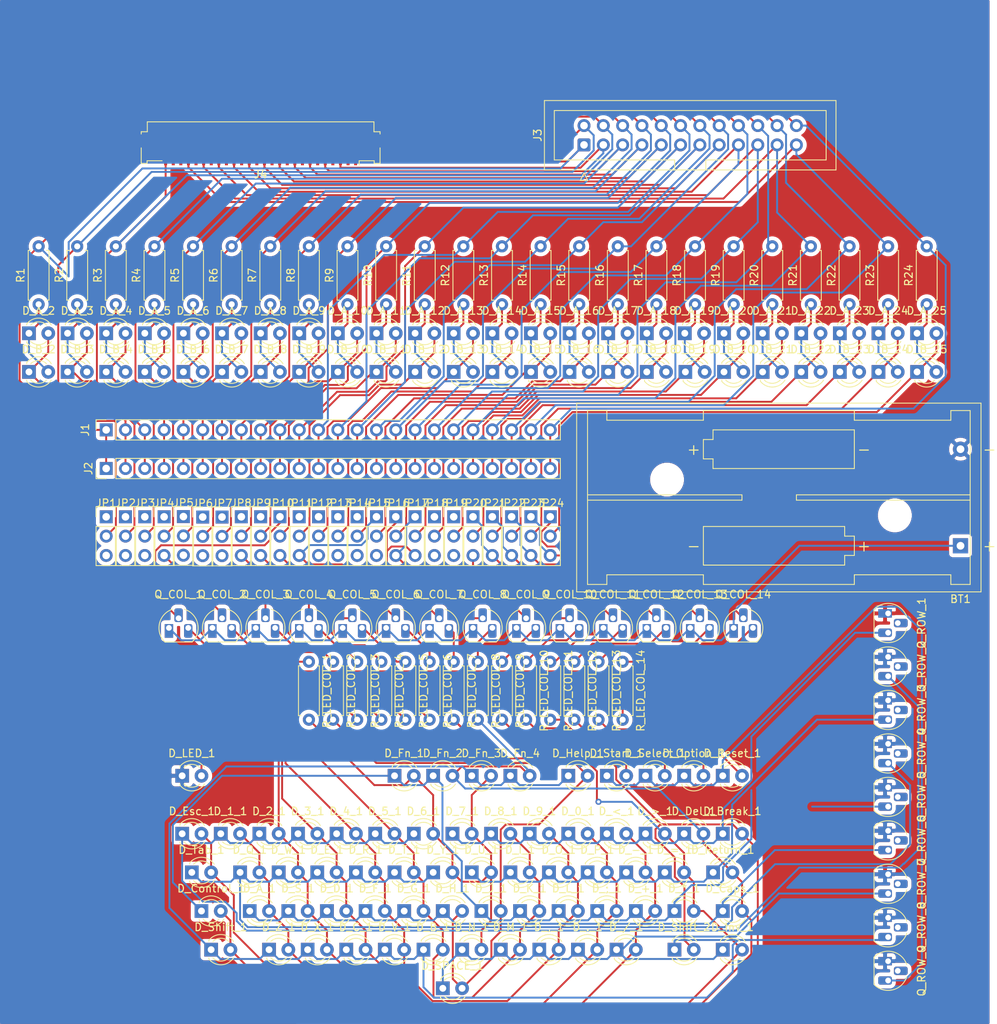
<source format=kicad_pcb>
(kicad_pcb (version 20171130) (host pcbnew "(5.1.10)-1")
  (title_block (title "Atari keyboard tester") (date 2021-10-19) (rev A))
  (layers (0 F.Cu signal) (31 B.Cu signal) (34 B.Paste user) (35 F.Paste user) (36 B.SilkS user) (37 F.SilkS user) (38 B.Mask user) (39 F.Mask user) (44 Edge.Cuts user))
  (net 0 "")
  (net 1 "Net-(JP1-Pad3)")
  (net 2 GND)
  (net 3 "Net-(JP19-Pad1)")
  (net 4 LED_COL_7)
  (net 5 LED_ROW_5)
  (net 6 LED_COL_6)
  (net 7 LED_COL_4)
  (net 8 LED_ROW_7)
  (net 9 LED_ROW_3)
  (net 10 LED_COL_5)
  (net 11 LED_ROW_1)
  (net 12 LED_ROW_2)
  (net 13 LED_COL_3)
  (net 14 LED_COL_1)
  (net 15 LED_ROW_6)
  (net 16 B_CONN_1)
  (net 17 "Net-(D_A_2-Pad1)")
  (net 18 B_CONN_2)
  (net 19 "Net-(D_A_3-Pad1)")
  (net 20 B_CONN_3)
  (net 21 "Net-(D_A_4-Pad1)")
  (net 22 B_CONN_4)
  (net 23 "Net-(D_A_5-Pad1)")
  (net 24 B_CONN_5)
  (net 25 "Net-(D_A_6-Pad1)")
  (net 26 B_CONN_6)
  (net 27 "Net-(D_A_7-Pad1)")
  (net 28 B_CONN_7)
  (net 29 "Net-(D_A_8-Pad1)")
  (net 30 B_CONN_8)
  (net 31 "Net-(D_A_9-Pad1)")
  (net 32 B_CONN_9)
  (net 33 "Net-(D_A_10-Pad1)")
  (net 34 B_CONN_10)
  (net 35 "Net-(D_A_11-Pad1)")
  (net 36 B_CONN_11)
  (net 37 "Net-(D_A_12-Pad1)")
  (net 38 B_CONN_12)
  (net 39 "Net-(D_A_13-Pad1)")
  (net 40 B_CONN_13)
  (net 41 "Net-(D_A_14-Pad1)")
  (net 42 B_CONN_14)
  (net 43 "Net-(D_A_15-Pad1)")
  (net 44 B_CONN_15)
  (net 45 "Net-(D_A_16-Pad1)")
  (net 46 B_CONN_16)
  (net 47 "Net-(D_A_17-Pad1)")
  (net 48 B_CONN_17)
  (net 49 "Net-(D_A_18-Pad1)")
  (net 50 B_CONN_18)
  (net 51 "Net-(D_A_19-Pad1)")
  (net 52 B_CONN_19)
  (net 53 "Net-(D_A_20-Pad1)")
  (net 54 B_CONN_20)
  (net 55 "Net-(D_A_21-Pad1)")
  (net 56 B_CONN_21)
  (net 57 "Net-(D_A_22-Pad1)")
  (net 58 B_CONN_22)
  (net 59 "Net-(D_A_23-Pad1)")
  (net 60 B_CONN_23)
  (net 61 "Net-(D_A_24-Pad1)")
  (net 62 B_CONN_24)
  (net 63 "Net-(D_A_25-Pad1)")
  (net 64 LED_ROW_8)
  (net 65 LED_COL_9)
  (net 66 LED_COL_8)
  (net 67 LED_ROW_4)
  (net 68 LED_COL_2)
  (net 69 LED_COL_14)
  (net 70 LED_COL_12)
  (net 71 LED_ROW_9)
  (net 72 LED_COL_13)
  (net 73 LED_COL_11)
  (net 74 LED_COL_10)
  (net 75 ROW_1)
  (net 76 COL_14)
  (net 77 ROW_2)
  (net 78 ROW_9)
  (net 79 ROW_3)
  (net 80 COL_2)
  (net 81 ROW_4)
  (net 82 ROW_7)
  (net 83 ROW_5)
  (net 84 ROW_8)
  (net 85 ROW_6)
  (net 86 COL_3)
  (net 87 COL_4)
  (net 88 COL_9)
  (net 89 COL_5)
  (net 90 COL_1)
  (net 91 COL_6)
  (net 92 COL_8)
  (net 93 COL_7)
  (net 94 COL_10)
  (net 95 COL_11)
  (net 96 COL_12)
  (net 97 COL_13)
  (net 98 VCC)
  (net 99 "Net-(Q_COL_1-Pad3)")
  (net 100 "Net-(Q_COL_2-Pad3)")
  (net 101 "Net-(Q_COL_3-Pad3)")
  (net 102 "Net-(Q_COL_4-Pad3)")
  (net 103 "Net-(Q_COL_5-Pad3)")
  (net 104 "Net-(Q_COL_6-Pad3)")
  (net 105 "Net-(Q_COL_7-Pad3)")
  (net 106 "Net-(Q_COL_8-Pad3)")
  (net 107 "Net-(Q_COL_9-Pad3)")
  (net 108 "Net-(Q_COL_10-Pad3)")
  (net 109 "Net-(Q_COL_11-Pad3)")
  (net 110 "Net-(Q_COL_12-Pad3)")
  (net 111 "Net-(Q_COL_13-Pad3)")
  (net 112 "Net-(Q_COL_14-Pad3)")
  (net 113 CONN_1)
  (net 114 CONN_2)
  (net 115 CONN_3)
  (net 116 CONN_4)
  (net 117 CONN_5)
  (net 118 CONN_6)
  (net 119 CONN_7)
  (net 120 CONN_8)
  (net 121 CONN_9)
  (net 122 CONN_10)
  (net 123 CONN_11)
  (net 124 CONN_12)
  (net 125 CONN_13)
  (net 126 CONN_14)
  (net 127 CONN_15)
  (net 128 CONN_16)
  (net 129 CONN_17)
  (net 130 CONN_18)
  (net 131 CONN_19)
  (net 132 CONN_20)
  (net 133 CONN_21)
  (net 134 CONN_22)
  (net 135 CONN_23)
  (net 136 CONN_24)
  (module AtariKeyboardTester:PinHeader_1x03_P2.54mm_Vertical (layer F.Cu) (at 91.44 78.74)
    (fp_text reference JP24 (at 0 -1.8) (layer F.SilkS))
    (fp_text value SolderJumper_3_Open)
    (pad 3 thru_hole oval (at 0 5.08) (size 1.7 1.7) (drill 1) (layers *.Cu *.Mask) (net 97 COL_13))
    (pad 2 thru_hole oval (at 0 2.54) (size 1.7 1.7) (drill 1) (layers *.Cu *.Mask) (net 62 B_CONN_24))
    (pad 1 thru_hole rect (at 0 0) (size 1.7 1.7) (drill 1) (layers *.Cu *.Mask) (net 76 COL_14))
  )
  (module AtariKeyboardTester:PinHeader_1x03_P2.54mm_Vertical (layer F.Cu) (at 88.9 78.74)
    (fp_text reference JP23 (at 0 -1.8) (layer F.SilkS))
    (fp_text value SolderJumper_3_Open)
    (pad 3 thru_hole oval (at 0 5.08) (size 1.7 1.7) (drill 1) (layers *.Cu *.Mask) (net 96 COL_12))
    (pad 2 thru_hole oval (at 0 2.54) (size 1.7 1.7) (drill 1) (layers *.Cu *.Mask) (net 60 B_CONN_23))
    (pad 1 thru_hole rect (at 0 0) (size 1.7 1.7) (drill 1) (layers *.Cu *.Mask) (net 97 COL_13))
  )
  (module AtariKeyboardTester:PinHeader_1x03_P2.54mm_Vertical (layer F.Cu) (at 86.36 78.74)
    (fp_text reference JP22 (at 0 -1.8) (layer F.SilkS))
    (fp_text value SolderJumper_3_Open)
    (pad 3 thru_hole oval (at 0 5.08) (size 1.7 1.7) (drill 1) (layers *.Cu *.Mask) (net 95 COL_11))
    (pad 2 thru_hole oval (at 0 2.54) (size 1.7 1.7) (drill 1) (layers *.Cu *.Mask) (net 58 B_CONN_22))
    (pad 1 thru_hole rect (at 0 0) (size 1.7 1.7) (drill 1) (layers *.Cu *.Mask) (net 96 COL_12))
  )
  (module AtariKeyboardTester:PinHeader_1x03_P2.54mm_Vertical (layer F.Cu) (at 83.82 78.74)
    (fp_text reference JP21 (at 0 -1.8) (layer F.SilkS))
    (fp_text value SolderJumper_3_Open)
    (pad 3 thru_hole oval (at 0 5.08) (size 1.7 1.7) (drill 1) (layers *.Cu *.Mask) (net 94 COL_10))
    (pad 2 thru_hole oval (at 0 2.54) (size 1.7 1.7) (drill 1) (layers *.Cu *.Mask) (net 56 B_CONN_21))
    (pad 1 thru_hole rect (at 0 0) (size 1.7 1.7) (drill 1) (layers *.Cu *.Mask) (net 95 COL_11))
  )
  (module AtariKeyboardTester:PinHeader_1x03_P2.54mm_Vertical (layer F.Cu) (at 81.28 78.74)
    (fp_text reference JP20 (at 0 -1.8) (layer F.SilkS))
    (fp_text value SolderJumper_3_Open)
    (pad 3 thru_hole oval (at 0 5.08) (size 1.7 1.7) (drill 1) (layers *.Cu *.Mask) (net 88 COL_9))
    (pad 2 thru_hole oval (at 0 2.54) (size 1.7 1.7) (drill 1) (layers *.Cu *.Mask) (net 54 B_CONN_20))
    (pad 1 thru_hole rect (at 0 0) (size 1.7 1.7) (drill 1) (layers *.Cu *.Mask) (net 94 COL_10))
  )
  (module AtariKeyboardTester:PinHeader_1x03_P2.54mm_Vertical (layer F.Cu) (at 78.74 78.74)
    (fp_text reference JP19 (at 0 -1.8) (layer F.SilkS))
    (fp_text value SolderJumper_3_Open)
    (pad 3 thru_hole oval (at 0 5.08) (size 1.7 1.7) (drill 1) (layers *.Cu *.Mask) (net 90 COL_1))
    (pad 2 thru_hole oval (at 0 2.54) (size 1.7 1.7) (drill 1) (layers *.Cu *.Mask) (net 52 B_CONN_19))
    (pad 1 thru_hole rect (at 0 0) (size 1.7 1.7) (drill 1) (layers *.Cu *.Mask) (net 3 "Net-(JP19-Pad1)"))
  )
  (module AtariKeyboardTester:PinHeader_1x03_P2.54mm_Vertical (layer F.Cu) (at 76.2 78.74)
    (fp_text reference JP18 (at 0 -1.8) (layer F.SilkS))
    (fp_text value SolderJumper_3_Open)
    (pad 3 thru_hole oval (at 0 5.08) (size 1.7 1.7) (drill 1) (layers *.Cu *.Mask) (net 85 ROW_6))
    (pad 2 thru_hole oval (at 0 2.54) (size 1.7 1.7) (drill 1) (layers *.Cu *.Mask) (net 50 B_CONN_18))
    (pad 1 thru_hole rect (at 0 0) (size 1.7 1.7) (drill 1) (layers *.Cu *.Mask) (net 78 ROW_9))
  )
  (module AtariKeyboardTester:PinHeader_1x03_P2.54mm_Vertical (layer F.Cu) (at 73.66 78.74)
    (fp_text reference JP17 (at 0 -1.8) (layer F.SilkS))
    (fp_text value SolderJumper_3_Open)
    (pad 3 thru_hole oval (at 0 5.08) (size 1.7 1.7) (drill 1) (layers *.Cu *.Mask) (net 93 COL_7))
    (pad 2 thru_hole oval (at 0 2.54) (size 1.7 1.7) (drill 1) (layers *.Cu *.Mask) (net 48 B_CONN_17))
    (pad 1 thru_hole rect (at 0 0) (size 1.7 1.7) (drill 1) (layers *.Cu *.Mask) (net 92 COL_8))
  )
  (module AtariKeyboardTester:PinHeader_1x03_P2.54mm_Vertical (layer F.Cu) (at 71.12 78.74)
    (fp_text reference JP16 (at 0 -1.8) (layer F.SilkS))
    (fp_text value SolderJumper_3_Open)
    (pad 3 thru_hole oval (at 0 5.08) (size 1.7 1.7) (drill 1) (layers *.Cu *.Mask) (net 92 COL_8))
    (pad 2 thru_hole oval (at 0 2.54) (size 1.7 1.7) (drill 1) (layers *.Cu *.Mask) (net 46 B_CONN_16))
    (pad 1 thru_hole rect (at 0 0) (size 1.7 1.7) (drill 1) (layers *.Cu *.Mask) (net 93 COL_7))
  )
  (module AtariKeyboardTester:PinHeader_1x03_P2.54mm_Vertical (layer F.Cu) (at 68.58 78.74)
    (fp_text reference JP15 (at 0 -1.8) (layer F.SilkS))
    (fp_text value SolderJumper_3_Open)
    (pad 3 thru_hole oval (at 0 5.08) (size 1.7 1.7) (drill 1) (layers *.Cu *.Mask) (net 81 ROW_4))
    (pad 2 thru_hole oval (at 0 2.54) (size 1.7 1.7) (drill 1) (layers *.Cu *.Mask) (net 44 B_CONN_15))
    (pad 1 thru_hole rect (at 0 0) (size 1.7 1.7) (drill 1) (layers *.Cu *.Mask) (net 91 COL_6))
  )
  (module AtariKeyboardTester:PinHeader_1x03_P2.54mm_Vertical (layer F.Cu) (at 66.04 78.74)
    (fp_text reference JP14 (at 0 -1.8) (layer F.SilkS))
    (fp_text value SolderJumper_3_Open)
    (pad 3 thru_hole oval (at 0 5.08) (size 1.7 1.7) (drill 1) (layers *.Cu *.Mask) (net 77 ROW_2))
    (pad 2 thru_hole oval (at 0 2.54) (size 1.7 1.7) (drill 1) (layers *.Cu *.Mask) (net 42 B_CONN_14))
    (pad 1 thru_hole rect (at 0 0) (size 1.7 1.7) (drill 1) (layers *.Cu *.Mask) (net 89 COL_5))
  )
  (module AtariKeyboardTester:PinHeader_1x03_P2.54mm_Vertical (layer F.Cu) (at 63.5 78.74)
    (fp_text reference JP13 (at 0 -1.8) (layer F.SilkS))
    (fp_text value SolderJumper_3_Open)
    (pad 3 thru_hole oval (at 0 5.08) (size 1.7 1.7) (drill 1) (layers *.Cu *.Mask) (net 75 ROW_1))
    (pad 2 thru_hole oval (at 0 2.54) (size 1.7 1.7) (drill 1) (layers *.Cu *.Mask) (net 40 B_CONN_13))
    (pad 1 thru_hole rect (at 0 0) (size 1.7 1.7) (drill 1) (layers *.Cu *.Mask) (net 87 COL_4))
  )
  (module AtariKeyboardTester:PinHeader_1x03_P2.54mm_Vertical (layer F.Cu) (at 60.96 78.74)
    (fp_text reference JP12 (at 0 -1.8) (layer F.SilkS))
    (fp_text value SolderJumper_3_Open)
    (pad 3 thru_hole oval (at 0 5.08) (size 1.7 1.7) (drill 1) (layers *.Cu *.Mask) (net 79 ROW_3))
    (pad 2 thru_hole oval (at 0 2.54) (size 1.7 1.7) (drill 1) (layers *.Cu *.Mask) (net 38 B_CONN_12))
    (pad 1 thru_hole rect (at 0 0) (size 1.7 1.7) (drill 1) (layers *.Cu *.Mask) (net 86 COL_3))
  )
  (module AtariKeyboardTester:PinHeader_1x03_P2.54mm_Vertical (layer F.Cu) (at 58.42 78.74)
    (fp_text reference JP11 (at 0 -1.8) (layer F.SilkS))
    (fp_text value SolderJumper_3_Open)
    (pad 3 thru_hole oval (at 0 5.08) (size 1.7 1.7) (drill 1) (layers *.Cu *.Mask) (net 91 COL_6))
    (pad 2 thru_hole oval (at 0 2.54) (size 1.7 1.7) (drill 1) (layers *.Cu *.Mask) (net 36 B_CONN_11))
    (pad 1 thru_hole rect (at 0 0) (size 1.7 1.7) (drill 1) (layers *.Cu *.Mask) (net 80 COL_2))
  )
  (module AtariKeyboardTester:PinHeader_1x03_P2.54mm_Vertical (layer F.Cu) (at 55.88 78.74)
    (fp_text reference JP10 (at 0 -1.8) (layer F.SilkS))
    (fp_text value SolderJumper_3_Open)
    (pad 3 thru_hole oval (at 0 5.08) (size 1.7 1.7) (drill 1) (layers *.Cu *.Mask) (net 89 COL_5))
    (pad 2 thru_hole oval (at 0 2.54) (size 1.7 1.7) (drill 1) (layers *.Cu *.Mask) (net 34 B_CONN_10))
    (pad 1 thru_hole rect (at 0 0) (size 1.7 1.7) (drill 1) (layers *.Cu *.Mask) (net 90 COL_1))
  )
  (module AtariKeyboardTester:PinHeader_1x03_P2.54mm_Vertical (layer F.Cu) (at 53.34 78.74)
    (fp_text reference JP9 (at 0 -1.8) (layer F.SilkS))
    (fp_text value SolderJumper_3_Open)
    (pad 3 thru_hole oval (at 0 5.08) (size 1.7 1.7) (drill 1) (layers *.Cu *.Mask) (net 87 COL_4))
    (pad 2 thru_hole oval (at 0 2.54) (size 1.7 1.7) (drill 1) (layers *.Cu *.Mask) (net 32 B_CONN_9))
    (pad 1 thru_hole rect (at 0 0) (size 1.7 1.7) (drill 1) (layers *.Cu *.Mask) (net 88 COL_9))
  )
  (module AtariKeyboardTester:PinHeader_1x03_P2.54mm_Vertical (layer F.Cu) (at 50.8 78.74)
    (fp_text reference JP8 (at 0 -1.8) (layer F.SilkS))
    (fp_text value SolderJumper_3_Open)
    (pad 3 thru_hole oval (at 0 5.08) (size 1.7 1.7) (drill 1) (layers *.Cu *.Mask) (net 86 COL_3))
    (pad 2 thru_hole oval (at 0 2.54) (size 1.7 1.7) (drill 1) (layers *.Cu *.Mask) (net 30 B_CONN_8))
    (pad 1 thru_hole rect (at 0 0) (size 1.7 1.7) (drill 1) (layers *.Cu *.Mask) (net 84 ROW_8))
  )
  (module AtariKeyboardTester:PinHeader_1x03_P2.54mm_Vertical (layer F.Cu) (at 48.26 78.77)
    (fp_text reference JP7 (at 0 -1.8) (layer F.SilkS))
    (fp_text value SolderJumper_3_Open)
    (pad 3 thru_hole oval (at 0 5.08) (size 1.7 1.7) (drill 1) (layers *.Cu *.Mask) (net 83 ROW_5))
    (pad 2 thru_hole oval (at 0 2.54) (size 1.7 1.7) (drill 1) (layers *.Cu *.Mask) (net 28 B_CONN_7))
    (pad 1 thru_hole rect (at 0 0) (size 1.7 1.7) (drill 1) (layers *.Cu *.Mask) (net 82 ROW_7))
  )
  (module AtariKeyboardTester:PinHeader_1x03_P2.54mm_Vertical (layer F.Cu) (at 45.72 78.77)
    (fp_text reference JP6 (at 0 -1.8) (layer F.SilkS))
    (fp_text value SolderJumper_3_Open)
    (pad 3 thru_hole oval (at 0 5.08) (size 1.7 1.7) (drill 1) (layers *.Cu *.Mask) (net 84 ROW_8))
    (pad 2 thru_hole oval (at 0 2.54) (size 1.7 1.7) (drill 1) (layers *.Cu *.Mask) (net 26 B_CONN_6))
    (pad 1 thru_hole rect (at 0 0) (size 1.7 1.7) (drill 1) (layers *.Cu *.Mask) (net 85 ROW_6))
  )
  (module AtariKeyboardTester:PinHeader_1x03_P2.54mm_Vertical (layer F.Cu) (at 43.18 78.71)
    (fp_text reference JP5 (at 0 -1.8) (layer F.SilkS))
    (fp_text value SolderJumper_3_Open)
    (pad 3 thru_hole oval (at 0 5.08) (size 1.7 1.7) (drill 1) (layers *.Cu *.Mask) (net 82 ROW_7))
    (pad 2 thru_hole oval (at 0 2.54) (size 1.7 1.7) (drill 1) (layers *.Cu *.Mask) (net 24 B_CONN_5))
    (pad 1 thru_hole rect (at 0 0) (size 1.7 1.7) (drill 1) (layers *.Cu *.Mask) (net 83 ROW_5))
  )
  (module AtariKeyboardTester:PinHeader_1x03_P2.54mm_Vertical (layer F.Cu) (at 40.64 78.74)
    (fp_text reference JP4 (at 0 -1.8) (layer F.SilkS))
    (fp_text value SolderJumper_3_Open)
    (pad 3 thru_hole oval (at 0 5.08) (size 1.7 1.7) (drill 1) (layers *.Cu *.Mask) (net 80 COL_2))
    (pad 2 thru_hole oval (at 0 2.54) (size 1.7 1.7) (drill 1) (layers *.Cu *.Mask) (net 22 B_CONN_4))
    (pad 1 thru_hole rect (at 0 0) (size 1.7 1.7) (drill 1) (layers *.Cu *.Mask) (net 81 ROW_4))
  )
  (module AtariKeyboardTester:PinHeader_1x03_P2.54mm_Vertical (layer F.Cu) (at 38.1 78.74)
    (fp_text reference JP3 (at 0 -1.8) (layer F.SilkS))
    (fp_text value SolderJumper_3_Open)
    (pad 3 thru_hole oval (at 0 5.08) (size 1.7 1.7) (drill 1) (layers *.Cu *.Mask) (net 78 ROW_9))
    (pad 2 thru_hole oval (at 0 2.54) (size 1.7 1.7) (drill 1) (layers *.Cu *.Mask) (net 20 B_CONN_3))
    (pad 1 thru_hole rect (at 0 0) (size 1.7 1.7) (drill 1) (layers *.Cu *.Mask) (net 79 ROW_3))
  )
  (module AtariKeyboardTester:PinHeader_1x03_P2.54mm_Vertical (layer F.Cu) (at 35.56 78.74)
    (fp_text reference JP2 (at 0 -1.8) (layer F.SilkS))
    (fp_text value SolderJumper_3_Open)
    (pad 3 thru_hole oval (at 0 5.08) (size 1.7 1.7) (drill 1) (layers *.Cu *.Mask) (net 76 COL_14))
    (pad 2 thru_hole oval (at 0 2.54) (size 1.7 1.7) (drill 1) (layers *.Cu *.Mask) (net 18 B_CONN_2))
    (pad 1 thru_hole rect (at 0 0) (size 1.7 1.7) (drill 1) (layers *.Cu *.Mask) (net 77 ROW_2))
  )
  (module AtariKeyboardTester:PinHeader_1x03_P2.54mm_Vertical (layer F.Cu) (at 33.02 78.74)
    (fp_text reference JP1 (at 0 -1.8 180) (layer F.SilkS))
    (fp_text value SolderJumper_3_Open)
    (pad 3 thru_hole oval (at 0 5.08) (size 1.7 1.7) (drill 1) (layers *.Cu *.Mask) (net 1 "Net-(JP1-Pad3)"))
    (pad 2 thru_hole oval (at 0 2.54) (size 1.7 1.7) (drill 1) (layers *.Cu *.Mask) (net 16 B_CONN_1))
    (pad 1 thru_hole rect (at 0 0) (size 1.7 1.7) (drill 1) (layers *.Cu *.Mask) (net 75 ROW_1))
  )
  (module Battery:BatteryHolder_Keystone_2468_2xAAA (layer F.Cu) (at 145.415 82.55 180)
    (fp_text reference BT1 (at 0 -7) (layer F.SilkS))
    (fp_text value Battery)
    (fp_text user + (at 35.1 12.7) (layer F.SilkS) (effects (font (size 1.5 1.5))))
    (fp_text user - (at 12.7 12.7) (layer F.SilkS) (effects (font (size 1.5 1.5))))
    (fp_text user - (at 35.1 0) (layer F.SilkS) (effects (font (size 1.5 1.5))))
    (fp_text user + (at 12.7 0) (layer F.SilkS) (effects (font (size 1.5 1.5))))
    (fp_text user - (at -3.81 12.7) (layer F.SilkS) (effects (font (size 1.5 1.5))))
    (fp_text user + (at -3.81 0) (layer F.SilkS) (effects (font (size 1.5 1.5))))
    (pad "" np_thru_hole circle (at 38.61 8.7 180) (size 3.45 3.45) (drill 3.45) (layers *.Cu *.Mask))
    (pad "" np_thru_hole circle (at 8.64 4 180) (size 3.45 3.45) (drill 3.45) (layers *.Cu))
    (pad 2 thru_hole circle (at 0 12.7 180) (size 2 2) (drill 1.02) (layers *.Cu *.Mask) (net 2 GND))
    (pad 1 thru_hole rect (at 0 0 180) (size 2 2) (drill 1.02) (layers *.Cu *.Mask) (net 98 VCC))
  )
  (module Resistor_THT:R_Axial_DIN0207_L6.3mm_D2.5mm_P7.62mm_Horizontal (layer F.Cu) (at 100.965 97.79 270)
    (fp_text reference R_LED_COL_14 (at 3.81 -2.37 90) (layer F.SilkS))
    (fp_text value R)
    (pad 2 thru_hole oval (at 7.62 0 270) (size 1.6 1.6) (drill 0.8) (layers *.Cu *.Mask) (net 69 LED_COL_14))
    (pad 1 thru_hole circle (at 0 0 270) (size 1.6 1.6) (drill 0.8) (layers *.Cu *.Mask) (net 112 "Net-(Q_COL_14-Pad3)"))
  )
  (module Resistor_THT:R_Axial_DIN0207_L6.3mm_D2.5mm_P7.62mm_Horizontal (layer F.Cu) (at 97.79 97.79 270)
    (fp_text reference R_LED_COL_13 (at 3.81 -2.37 90) (layer F.SilkS))
    (fp_text value R)
    (pad 2 thru_hole oval (at 7.62 0 270) (size 1.6 1.6) (drill 0.8) (layers *.Cu *.Mask) (net 72 LED_COL_13))
    (pad 1 thru_hole circle (at 0 0 270) (size 1.6 1.6) (drill 0.8) (layers *.Cu *.Mask) (net 111 "Net-(Q_COL_13-Pad3)"))
  )
  (module Resistor_THT:R_Axial_DIN0207_L6.3mm_D2.5mm_P7.62mm_Horizontal (layer F.Cu) (at 94.615 97.79 270)
    (fp_text reference R_LED_COL_12 (at 3.81 -2.37 90) (layer F.SilkS))
    (fp_text value R)
    (pad 2 thru_hole oval (at 7.62 0 270) (size 1.6 1.6) (drill 0.8) (layers *.Cu *.Mask) (net 70 LED_COL_12))
    (pad 1 thru_hole circle (at 0 0 270) (size 1.6 1.6) (drill 0.8) (layers *.Cu *.Mask) (net 110 "Net-(Q_COL_12-Pad3)"))
  )
  (module Resistor_THT:R_Axial_DIN0207_L6.3mm_D2.5mm_P7.62mm_Horizontal (layer F.Cu) (at 91.44 97.79 270)
    (fp_text reference R_LED_COL_11 (at 3.81 -2.37 90) (layer F.SilkS))
    (fp_text value R)
    (pad 2 thru_hole oval (at 7.62 0 270) (size 1.6 1.6) (drill 0.8) (layers *.Cu *.Mask) (net 73 LED_COL_11))
    (pad 1 thru_hole circle (at 0 0 270) (size 1.6 1.6) (drill 0.8) (layers *.Cu *.Mask) (net 109 "Net-(Q_COL_11-Pad3)"))
  )
  (module Resistor_THT:R_Axial_DIN0207_L6.3mm_D2.5mm_P7.62mm_Horizontal (layer F.Cu) (at 88.265 97.79 270)
    (fp_text reference R_LED_COL_10 (at 3.81 -2.37 90) (layer F.SilkS))
    (fp_text value R)
    (pad 2 thru_hole oval (at 7.62 0 270) (size 1.6 1.6) (drill 0.8) (layers *.Cu *.Mask) (net 74 LED_COL_10))
    (pad 1 thru_hole circle (at 0 0 270) (size 1.6 1.6) (drill 0.8) (layers *.Cu *.Mask) (net 108 "Net-(Q_COL_10-Pad3)"))
  )
  (module Resistor_THT:R_Axial_DIN0207_L6.3mm_D2.5mm_P7.62mm_Horizontal (layer F.Cu) (at 85.09 97.79 270)
    (fp_text reference R_LED_COL_9 (at 3.81 -2.37 90) (layer F.SilkS))
    (fp_text value R)
    (pad 2 thru_hole oval (at 7.62 0 270) (size 1.6 1.6) (drill 0.8) (layers *.Cu *.Mask) (net 65 LED_COL_9))
    (pad 1 thru_hole circle (at 0 0 270) (size 1.6 1.6) (drill 0.8) (layers *.Cu *.Mask) (net 107 "Net-(Q_COL_9-Pad3)"))
  )
  (module Resistor_THT:R_Axial_DIN0207_L6.3mm_D2.5mm_P7.62mm_Horizontal (layer F.Cu) (at 81.915 97.79 270)
    (fp_text reference R_LED_COL_8 (at 3.81 -2.37 90) (layer F.SilkS))
    (fp_text value R)
    (pad 2 thru_hole oval (at 7.62 0 270) (size 1.6 1.6) (drill 0.8) (layers *.Cu *.Mask) (net 66 LED_COL_8))
    (pad 1 thru_hole circle (at 0 0 270) (size 1.6 1.6) (drill 0.8) (layers *.Cu *.Mask) (net 106 "Net-(Q_COL_8-Pad3)"))
  )
  (module Resistor_THT:R_Axial_DIN0207_L6.3mm_D2.5mm_P7.62mm_Horizontal (layer F.Cu) (at 78.74 97.79 270)
    (fp_text reference R_LED_COL_7 (at 3.81 -2.37 90) (layer F.SilkS))
    (fp_text value R)
    (pad 2 thru_hole oval (at 7.62 0 270) (size 1.6 1.6) (drill 0.8) (layers *.Cu *.Mask) (net 4 LED_COL_7))
    (pad 1 thru_hole circle (at 0 0 270) (size 1.6 1.6) (drill 0.8) (layers *.Cu *.Mask) (net 105 "Net-(Q_COL_7-Pad3)"))
  )
  (module Resistor_THT:R_Axial_DIN0207_L6.3mm_D2.5mm_P7.62mm_Horizontal (layer F.Cu) (at 75.565 97.79 270)
    (fp_text reference R_LED_COL_6 (at 3.81 -2.37 90) (layer F.SilkS))
    (fp_text value R)
    (pad 2 thru_hole oval (at 7.62 0 270) (size 1.6 1.6) (drill 0.8) (layers *.Cu *.Mask) (net 6 LED_COL_6))
    (pad 1 thru_hole circle (at 0 0 270) (size 1.6 1.6) (drill 0.8) (layers *.Cu *.Mask) (net 104 "Net-(Q_COL_6-Pad3)"))
  )
  (module Resistor_THT:R_Axial_DIN0207_L6.3mm_D2.5mm_P7.62mm_Horizontal (layer F.Cu) (at 72.39 97.79 270)
    (fp_text reference R_LED_COL_5 (at 3.81 -2.37 90) (layer F.SilkS))
    (fp_text value R)
    (pad 2 thru_hole oval (at 7.62 0 270) (size 1.6 1.6) (drill 0.8) (layers *.Cu *.Mask) (net 10 LED_COL_5))
    (pad 1 thru_hole circle (at 0 0 270) (size 1.6 1.6) (drill 0.8) (layers *.Cu *.Mask) (net 103 "Net-(Q_COL_5-Pad3)"))
  )
  (module Resistor_THT:R_Axial_DIN0207_L6.3mm_D2.5mm_P7.62mm_Horizontal (layer F.Cu) (at 69.215 97.79 270)
    (fp_text reference R_LED_COL_4 (at 3.81 -2.37 90) (layer F.SilkS))
    (fp_text value R)
    (pad 2 thru_hole oval (at 7.62 0 270) (size 1.6 1.6) (drill 0.8) (layers *.Cu *.Mask) (net 7 LED_COL_4))
    (pad 1 thru_hole circle (at 0 0 270) (size 1.6 1.6) (drill 0.8) (layers *.Cu *.Mask) (net 102 "Net-(Q_COL_4-Pad3)"))
  )
  (module Resistor_THT:R_Axial_DIN0207_L6.3mm_D2.5mm_P7.62mm_Horizontal (layer F.Cu) (at 66.04 97.79 270)
    (fp_text reference R_LED_COL_3 (at 3.81 -2.37 90) (layer F.SilkS))
    (fp_text value R)
    (pad 2 thru_hole oval (at 7.62 0 270) (size 1.6 1.6) (drill 0.8) (layers *.Cu *.Mask) (net 13 LED_COL_3))
    (pad 1 thru_hole circle (at 0 0 270) (size 1.6 1.6) (drill 0.8) (layers *.Cu *.Mask) (net 101 "Net-(Q_COL_3-Pad3)"))
  )
  (module Resistor_THT:R_Axial_DIN0207_L6.3mm_D2.5mm_P7.62mm_Horizontal (layer F.Cu) (at 62.865 97.79 270)
    (fp_text reference R_LED_COL_2 (at 3.81 -2.37 90) (layer F.SilkS))
    (fp_text value R)
    (pad 2 thru_hole oval (at 7.62 0 270) (size 1.6 1.6) (drill 0.8) (layers *.Cu *.Mask) (net 68 LED_COL_2))
    (pad 1 thru_hole circle (at 0 0 270) (size 1.6 1.6) (drill 0.8) (layers *.Cu *.Mask) (net 100 "Net-(Q_COL_2-Pad3)"))
  )
  (module Resistor_THT:R_Axial_DIN0207_L6.3mm_D2.5mm_P7.62mm_Horizontal (layer F.Cu) (at 59.69 97.79 270)
    (fp_text reference R_LED_COL_1 (at 3.81 -2.37 90) (layer F.SilkS))
    (fp_text value R)
    (pad 2 thru_hole oval (at 7.62 0 270) (size 1.6 1.6) (drill 0.8) (layers *.Cu *.Mask) (net 14 LED_COL_1))
    (pad 1 thru_hole circle (at 0 0 270) (size 1.6 1.6) (drill 0.8) (layers *.Cu *.Mask) (net 99 "Net-(Q_COL_1-Pad3)"))
  )
  (module Resistor_THT:R_Axial_DIN0207_L6.3mm_D2.5mm_P7.62mm_Horizontal (layer F.Cu) (at 140.97 50.8 90)
    (fp_text reference R24 (at 3.81 -2.37 90) (layer F.SilkS))
    (fp_text value R)
    (pad 2 thru_hole oval (at 7.62 0 90) (size 1.6 1.6) (drill 0.8) (layers *.Cu *.Mask) (net 136 CONN_24))
    (pad 1 thru_hole circle (at 0 0 90) (size 1.6 1.6) (drill 0.8) (layers *.Cu *.Mask) (net 63 "Net-(D_A_25-Pad1)"))
  )
  (module Resistor_THT:R_Axial_DIN0207_L6.3mm_D2.5mm_P7.62mm_Horizontal (layer F.Cu) (at 135.89 50.8 90)
    (fp_text reference R23 (at 3.81 -2.37 90) (layer F.SilkS))
    (fp_text value R)
    (pad 2 thru_hole oval (at 7.62 0 90) (size 1.6 1.6) (drill 0.8) (layers *.Cu *.Mask) (net 135 CONN_23))
    (pad 1 thru_hole circle (at 0 0 90) (size 1.6 1.6) (drill 0.8) (layers *.Cu *.Mask) (net 61 "Net-(D_A_24-Pad1)"))
  )
  (module Resistor_THT:R_Axial_DIN0207_L6.3mm_D2.5mm_P7.62mm_Horizontal (layer F.Cu) (at 130.81 50.8 90)
    (fp_text reference R22 (at 3.81 -2.37 90) (layer F.SilkS))
    (fp_text value R)
    (pad 2 thru_hole oval (at 7.62 0 90) (size 1.6 1.6) (drill 0.8) (layers *.Cu *.Mask) (net 134 CONN_22))
    (pad 1 thru_hole circle (at 0 0 90) (size 1.6 1.6) (drill 0.8) (layers *.Cu *.Mask) (net 59 "Net-(D_A_23-Pad1)"))
  )
  (module Resistor_THT:R_Axial_DIN0207_L6.3mm_D2.5mm_P7.62mm_Horizontal (layer F.Cu) (at 125.73 50.8 90)
    (fp_text reference R21 (at 3.81 -2.37 90) (layer F.SilkS))
    (fp_text value R)
    (pad 2 thru_hole oval (at 7.62 0 90) (size 1.6 1.6) (drill 0.8) (layers *.Cu *.Mask) (net 133 CONN_21))
    (pad 1 thru_hole circle (at 0 0 90) (size 1.6 1.6) (drill 0.8) (layers *.Cu *.Mask) (net 57 "Net-(D_A_22-Pad1)"))
  )
  (module Resistor_THT:R_Axial_DIN0207_L6.3mm_D2.5mm_P7.62mm_Horizontal (layer F.Cu) (at 120.65 50.8 90)
    (fp_text reference R20 (at 3.81 -2.37 90) (layer F.SilkS))
    (fp_text value R)
    (pad 2 thru_hole oval (at 7.62 0 90) (size 1.6 1.6) (drill 0.8) (layers *.Cu *.Mask) (net 132 CONN_20))
    (pad 1 thru_hole circle (at 0 0 90) (size 1.6 1.6) (drill 0.8) (layers *.Cu *.Mask) (net 55 "Net-(D_A_21-Pad1)"))
  )
  (module Resistor_THT:R_Axial_DIN0207_L6.3mm_D2.5mm_P7.62mm_Horizontal (layer F.Cu) (at 115.57 50.8 90)
    (fp_text reference R19 (at 3.81 -2.37 90) (layer F.SilkS))
    (fp_text value R)
    (pad 2 thru_hole oval (at 7.62 0 90) (size 1.6 1.6) (drill 0.8) (layers *.Cu *.Mask) (net 131 CONN_19))
    (pad 1 thru_hole circle (at 0 0 90) (size 1.6 1.6) (drill 0.8) (layers *.Cu *.Mask) (net 53 "Net-(D_A_20-Pad1)"))
  )
  (module Resistor_THT:R_Axial_DIN0207_L6.3mm_D2.5mm_P7.62mm_Horizontal (layer F.Cu) (at 110.49 50.8 90)
    (fp_text reference R18 (at 3.81 -2.37 90) (layer F.SilkS))
    (fp_text value R)
    (pad 2 thru_hole oval (at 7.62 0 90) (size 1.6 1.6) (drill 0.8) (layers *.Cu *.Mask) (net 130 CONN_18))
    (pad 1 thru_hole circle (at 0 0 90) (size 1.6 1.6) (drill 0.8) (layers *.Cu *.Mask) (net 51 "Net-(D_A_19-Pad1)"))
  )
  (module Resistor_THT:R_Axial_DIN0207_L6.3mm_D2.5mm_P7.62mm_Horizontal (layer F.Cu) (at 105.41 50.8 90)
    (fp_text reference R17 (at 3.81 -2.37 90) (layer F.SilkS))
    (fp_text value R)
    (pad 2 thru_hole oval (at 7.62 0 90) (size 1.6 1.6) (drill 0.8) (layers *.Cu *.Mask) (net 129 CONN_17))
    (pad 1 thru_hole circle (at 0 0 90) (size 1.6 1.6) (drill 0.8) (layers *.Cu *.Mask) (net 49 "Net-(D_A_18-Pad1)"))
  )
  (module Resistor_THT:R_Axial_DIN0207_L6.3mm_D2.5mm_P7.62mm_Horizontal (layer F.Cu) (at 100.33 50.8 90)
    (fp_text reference R16 (at 3.81 -2.37 90) (layer F.SilkS))
    (fp_text value R)
    (pad 2 thru_hole oval (at 7.62 0 90) (size 1.6 1.6) (drill 0.8) (layers *.Cu *.Mask) (net 128 CONN_16))
    (pad 1 thru_hole circle (at 0 0 90) (size 1.6 1.6) (drill 0.8) (layers *.Cu *.Mask) (net 47 "Net-(D_A_17-Pad1)"))
  )
  (module Resistor_THT:R_Axial_DIN0207_L6.3mm_D2.5mm_P7.62mm_Horizontal (layer F.Cu) (at 95.25 50.8 90)
    (fp_text reference R15 (at 3.81 -2.37 90) (layer F.SilkS))
    (fp_text value R)
    (pad 2 thru_hole oval (at 7.62 0 90) (size 1.6 1.6) (drill 0.8) (layers *.Cu *.Mask) (net 127 CONN_15))
    (pad 1 thru_hole circle (at 0 0 90) (size 1.6 1.6) (drill 0.8) (layers *.Cu *.Mask) (net 45 "Net-(D_A_16-Pad1)"))
  )
  (module Resistor_THT:R_Axial_DIN0207_L6.3mm_D2.5mm_P7.62mm_Horizontal (layer F.Cu) (at 90.17 50.8 90)
    (fp_text reference R14 (at 3.81 -2.37 90) (layer F.SilkS))
    (fp_text value R)
    (pad 2 thru_hole oval (at 7.62 0 90) (size 1.6 1.6) (drill 0.8) (layers *.Cu *.Mask) (net 126 CONN_14))
    (pad 1 thru_hole circle (at 0 0 90) (size 1.6 1.6) (drill 0.8) (layers *.Cu *.Mask) (net 43 "Net-(D_A_15-Pad1)"))
  )
  (module Resistor_THT:R_Axial_DIN0207_L6.3mm_D2.5mm_P7.62mm_Horizontal (layer F.Cu) (at 85.09 50.8 90)
    (fp_text reference R13 (at 3.81 -2.37 90) (layer F.SilkS))
    (fp_text value R)
    (pad 2 thru_hole oval (at 7.62 0 90) (size 1.6 1.6) (drill 0.8) (layers *.Cu *.Mask) (net 125 CONN_13))
    (pad 1 thru_hole circle (at 0 0 90) (size 1.6 1.6) (drill 0.8) (layers *.Cu *.Mask) (net 41 "Net-(D_A_14-Pad1)"))
  )
  (module Resistor_THT:R_Axial_DIN0207_L6.3mm_D2.5mm_P7.62mm_Horizontal (layer F.Cu) (at 80.01 50.8 90)
    (fp_text reference R12 (at 3.81 -2.37 90) (layer F.SilkS))
    (fp_text value R)
    (pad 2 thru_hole oval (at 7.62 0 90) (size 1.6 1.6) (drill 0.8) (layers *.Cu *.Mask) (net 124 CONN_12))
    (pad 1 thru_hole circle (at 0 0 90) (size 1.6 1.6) (drill 0.8) (layers *.Cu *.Mask) (net 39 "Net-(D_A_13-Pad1)"))
  )
  (module Resistor_THT:R_Axial_DIN0207_L6.3mm_D2.5mm_P7.62mm_Horizontal (layer F.Cu) (at 74.93 50.8 90)
    (fp_text reference R11 (at 3.81 -2.37 90) (layer F.SilkS))
    (fp_text value R)
    (pad 2 thru_hole oval (at 7.62 0 90) (size 1.6 1.6) (drill 0.8) (layers *.Cu *.Mask) (net 123 CONN_11))
    (pad 1 thru_hole circle (at 0 0 90) (size 1.6 1.6) (drill 0.8) (layers *.Cu *.Mask) (net 37 "Net-(D_A_12-Pad1)"))
  )
  (module Resistor_THT:R_Axial_DIN0207_L6.3mm_D2.5mm_P7.62mm_Horizontal (layer F.Cu) (at 69.85 50.8 90)
    (fp_text reference R10 (at 3.81 -2.37 90) (layer F.SilkS))
    (fp_text value R)
    (pad 2 thru_hole oval (at 7.62 0 90) (size 1.6 1.6) (drill 0.8) (layers *.Cu *.Mask) (net 122 CONN_10))
    (pad 1 thru_hole circle (at 0 0 90) (size 1.6 1.6) (drill 0.8) (layers *.Cu *.Mask) (net 35 "Net-(D_A_11-Pad1)"))
  )
  (module Resistor_THT:R_Axial_DIN0207_L6.3mm_D2.5mm_P7.62mm_Horizontal (layer F.Cu) (at 64.77 50.8 90)
    (fp_text reference R9 (at 3.81 -2.37 90) (layer F.SilkS))
    (fp_text value R)
    (pad 2 thru_hole oval (at 7.62 0 90) (size 1.6 1.6) (drill 0.8) (layers *.Cu *.Mask) (net 121 CONN_9))
    (pad 1 thru_hole circle (at 0 0 90) (size 1.6 1.6) (drill 0.8) (layers *.Cu *.Mask) (net 33 "Net-(D_A_10-Pad1)"))
  )
  (module Resistor_THT:R_Axial_DIN0207_L6.3mm_D2.5mm_P7.62mm_Horizontal (layer F.Cu) (at 59.69 50.8 90)
    (fp_text reference R8 (at 3.81 -2.37 90) (layer F.SilkS))
    (fp_text value R)
    (pad 2 thru_hole oval (at 7.62 0 90) (size 1.6 1.6) (drill 0.8) (layers *.Cu *.Mask) (net 120 CONN_8))
    (pad 1 thru_hole circle (at 0 0 90) (size 1.6 1.6) (drill 0.8) (layers *.Cu *.Mask) (net 31 "Net-(D_A_9-Pad1)"))
  )
  (module Resistor_THT:R_Axial_DIN0207_L6.3mm_D2.5mm_P7.62mm_Horizontal (layer F.Cu) (at 54.61 50.8 90)
    (fp_text reference R7 (at 3.81 -2.37 90) (layer F.SilkS))
    (fp_text value R)
    (pad 2 thru_hole oval (at 7.62 0 90) (size 1.6 1.6) (drill 0.8) (layers *.Cu *.Mask) (net 119 CONN_7))
    (pad 1 thru_hole circle (at 0 0 90) (size 1.6 1.6) (drill 0.8) (layers *.Cu *.Mask) (net 29 "Net-(D_A_8-Pad1)"))
  )
  (module Resistor_THT:R_Axial_DIN0207_L6.3mm_D2.5mm_P7.62mm_Horizontal (layer F.Cu) (at 49.53 50.8 90)
    (fp_text reference R6 (at 3.81 -2.37 90) (layer F.SilkS))
    (fp_text value R)
    (pad 2 thru_hole oval (at 7.62 0 90) (size 1.6 1.6) (drill 0.8) (layers *.Cu *.Mask) (net 118 CONN_6))
    (pad 1 thru_hole circle (at 0 0 90) (size 1.6 1.6) (drill 0.8) (layers *.Cu *.Mask) (net 27 "Net-(D_A_7-Pad1)"))
  )
  (module Resistor_THT:R_Axial_DIN0207_L6.3mm_D2.5mm_P7.62mm_Horizontal (layer F.Cu) (at 44.45 50.8 90)
    (fp_text reference R5 (at 3.81 -2.37 90) (layer F.SilkS))
    (fp_text value R)
    (pad 2 thru_hole oval (at 7.62 0 90) (size 1.6 1.6) (drill 0.8) (layers *.Cu *.Mask) (net 117 CONN_5))
    (pad 1 thru_hole circle (at 0 0 90) (size 1.6 1.6) (drill 0.8) (layers *.Cu *.Mask) (net 25 "Net-(D_A_6-Pad1)"))
  )
  (module Resistor_THT:R_Axial_DIN0207_L6.3mm_D2.5mm_P7.62mm_Horizontal (layer F.Cu) (at 39.37 50.8 90)
    (fp_text reference R4 (at 3.81 -2.37 90) (layer F.SilkS))
    (fp_text value R)
    (pad 2 thru_hole oval (at 7.62 0 90) (size 1.6 1.6) (drill 0.8) (layers *.Cu *.Mask) (net 116 CONN_4))
    (pad 1 thru_hole circle (at 0 0 90) (size 1.6 1.6) (drill 0.8) (layers *.Cu *.Mask) (net 23 "Net-(D_A_5-Pad1)"))
  )
  (module Resistor_THT:R_Axial_DIN0207_L6.3mm_D2.5mm_P7.62mm_Horizontal (layer F.Cu) (at 34.29 50.8 90)
    (fp_text reference R3 (at 3.81 -2.37 90) (layer F.SilkS))
    (fp_text value R)
    (pad 2 thru_hole oval (at 7.62 0 90) (size 1.6 1.6) (drill 0.8) (layers *.Cu *.Mask) (net 115 CONN_3))
    (pad 1 thru_hole circle (at 0 0 90) (size 1.6 1.6) (drill 0.8) (layers *.Cu *.Mask) (net 21 "Net-(D_A_4-Pad1)"))
  )
  (module Resistor_THT:R_Axial_DIN0207_L6.3mm_D2.5mm_P7.62mm_Horizontal (layer F.Cu) (at 29.21 50.8 90)
    (fp_text reference R2 (at 3.81 -2.37 90) (layer F.SilkS))
    (fp_text value R)
    (pad 2 thru_hole oval (at 7.62 0 90) (size 1.6 1.6) (drill 0.8) (layers *.Cu *.Mask) (net 114 CONN_2))
    (pad 1 thru_hole circle (at 0 0 90) (size 1.6 1.6) (drill 0.8) (layers *.Cu *.Mask) (net 19 "Net-(D_A_3-Pad1)"))
  )
  (module Resistor_THT:R_Axial_DIN0207_L6.3mm_D2.5mm_P7.62mm_Horizontal (layer F.Cu) (at 24.13 50.8 90)
    (fp_text reference R1 (at 3.81 -2.37 90) (layer F.SilkS))
    (fp_text value R)
    (pad 2 thru_hole oval (at 7.62 0 90) (size 1.6 1.6) (drill 0.8) (layers *.Cu *.Mask) (net 113 CONN_1))
    (pad 1 thru_hole circle (at 0 0 90) (size 1.6 1.6) (drill 0.8) (layers *.Cu *.Mask) (net 17 "Net-(D_A_2-Pad1)"))
  )
  (module Package_TO_SOT_THT:TO-92_HandSolder (layer F.Cu) (at 135.89 137.16 270)
    (fp_text reference Q_ROW_9 (at 1.27 -4.4 90) (layer F.SilkS))
    (fp_text value Q_NPN_EBC)
    (pad 1 thru_hole rect (at 0 0 270) (size 1.1 1.8) (drill 0.75 (offset 0 0.4)) (layers *.Cu *.Mask) (net 2 GND))
    (pad 3 thru_hole roundrect (at 2.54 0 270) (size 1.1 1.8) (drill 0.75 (offset 0 0.4)) (layers *.Cu *.Mask) (net 71 LED_ROW_9))
    (pad 2 thru_hole roundrect (at 1.27 -1.27 270) (size 1.1 1.8) (drill 0.75 (offset 0 -0.4)) (layers *.Cu *.Mask) (net 78 ROW_9))
  )
  (module Package_TO_SOT_THT:TO-92_HandSolder (layer F.Cu) (at 135.89 131.445 270)
    (fp_text reference Q_ROW_8 (at 1.27 -4.4 90) (layer F.SilkS))
    (fp_text value Q_NPN_EBC)
    (pad 1 thru_hole rect (at 0 0 270) (size 1.1 1.8) (drill 0.75 (offset 0 0.4)) (layers *.Cu *.Mask) (net 2 GND))
    (pad 3 thru_hole roundrect (at 2.54 0 270) (size 1.1 1.8) (drill 0.75 (offset 0 0.4)) (layers *.Cu *.Mask) (net 64 LED_ROW_8))
    (pad 2 thru_hole roundrect (at 1.27 -1.27 270) (size 1.1 1.8) (drill 0.75 (offset 0 -0.4)) (layers *.Cu *.Mask) (net 84 ROW_8))
  )
  (module Package_TO_SOT_THT:TO-92_HandSolder (layer F.Cu) (at 135.89 125.73 270)
    (fp_text reference Q_ROW_7 (at 1.27 -4.4 90) (layer F.SilkS))
    (fp_text value Q_NPN_EBC)
    (pad 1 thru_hole rect (at 0 0 270) (size 1.1 1.8) (drill 0.75 (offset 0 0.4)) (layers *.Cu *.Mask) (net 2 GND))
    (pad 3 thru_hole roundrect (at 2.54 0 270) (size 1.1 1.8) (drill 0.75 (offset 0 0.4)) (layers *.Cu *.Mask) (net 8 LED_ROW_7))
    (pad 2 thru_hole roundrect (at 1.27 -1.27 270) (size 1.1 1.8) (drill 0.75 (offset 0 -0.4)) (layers *.Cu *.Mask) (net 82 ROW_7))
  )
  (module Package_TO_SOT_THT:TO-92_HandSolder (layer F.Cu) (at 135.89 120.015 270)
    (fp_text reference Q_ROW_6 (at 1.27 -4.4 90) (layer F.SilkS))
    (fp_text value Q_NPN_EBC)
    (pad 2 thru_hole roundrect (at 1.27 -1.27 270) (size 1.1 1.8) (drill 0.75 (offset 0 -0.4)) (layers *.Cu *.Mask) (net 85 ROW_6))
    (pad 3 thru_hole roundrect (at 2.54 0 270) (size 1.1 1.8) (drill 0.75 (offset 0 0.4)) (layers *.Cu *.Mask) (net 15 LED_ROW_6))
    (pad 1 thru_hole rect (at 0 0 270) (size 1.1 1.8) (drill 0.75 (offset 0 0.4)) (layers *.Cu *.Mask) (net 2 GND))
  )
  (module Package_TO_SOT_THT:TO-92_HandSolder (layer F.Cu) (at 135.89 114.3 270)
    (fp_text reference Q_ROW_5 (at 1.27 -4.4 90) (layer F.SilkS))
    (fp_text value Q_NPN_EBC)
    (pad 1 thru_hole rect (at 0 0 270) (size 1.1 1.8) (drill 0.75 (offset 0 0.4)) (layers *.Cu *.Mask) (net 2 GND))
    (pad 3 thru_hole roundrect (at 2.54 0 270) (size 1.1 1.8) (drill 0.75 (offset 0 0.4)) (layers *.Cu *.Mask) (net 5 LED_ROW_5))
    (pad 2 thru_hole roundrect (at 1.27 -1.27 270) (size 1.1 1.8) (drill 0.75 (offset 0 -0.4)) (layers *.Cu *.Mask) (net 83 ROW_5))
  )
  (module Package_TO_SOT_THT:TO-92_HandSolder (layer F.Cu) (at 135.89 108.585 270)
    (fp_text reference Q_ROW_4 (at 1.27 -4.4 90) (layer F.SilkS))
    (fp_text value Q_NPN_EBC)
    (pad 1 thru_hole rect (at 0 0 270) (size 1.1 1.8) (drill 0.75 (offset 0 0.4)) (layers *.Cu *.Mask) (net 2 GND))
    (pad 3 thru_hole roundrect (at 2.54 0 270) (size 1.1 1.8) (drill 0.75 (offset 0 0.4)) (layers *.Cu *.Mask) (net 67 LED_ROW_4))
    (pad 2 thru_hole roundrect (at 1.27 -1.27 270) (size 1.1 1.8) (drill 0.75 (offset 0 -0.4)) (layers *.Cu *.Mask) (net 81 ROW_4))
  )
  (module Package_TO_SOT_THT:TO-92_HandSolder (layer F.Cu) (at 135.89 102.87 270)
    (fp_text reference Q_ROW_3 (at 1.27 -4.4 90) (layer F.SilkS))
    (fp_text value Q_NPN_EBC)
    (pad 1 thru_hole rect (at 0 0 270) (size 1.1 1.8) (drill 0.75 (offset 0 0.4)) (layers *.Cu *.Mask) (net 2 GND))
    (pad 3 thru_hole roundrect (at 2.54 0 270) (size 1.1 1.8) (drill 0.75 (offset 0 0.4)) (layers *.Cu *.Mask) (net 9 LED_ROW_3))
    (pad 2 thru_hole roundrect (at 1.27 -1.27 270) (size 1.1 1.8) (drill 0.75 (offset 0 -0.4)) (layers *.Cu *.Mask) (net 79 ROW_3))
  )
  (module Package_TO_SOT_THT:TO-92_HandSolder (layer F.Cu) (at 135.89 97.155 270)
    (fp_text reference Q_ROW_2 (at 1.27 -4.4 90) (layer F.SilkS))
    (fp_text value Q_NPN_EBC)
    (pad 1 thru_hole rect (at 0 0 270) (size 1.1 1.8) (drill 0.75 (offset 0 0.4)) (layers *.Cu *.Mask) (net 2 GND))
    (pad 3 thru_hole roundrect (at 2.54 0 270) (size 1.1 1.8) (drill 0.75 (offset 0 0.4)) (layers *.Cu *.Mask) (net 12 LED_ROW_2))
    (pad 2 thru_hole roundrect (at 1.27 -1.27 270) (size 1.1 1.8) (drill 0.75 (offset 0 -0.4)) (layers *.Cu *.Mask) (net 77 ROW_2))
  )
  (module Package_TO_SOT_THT:TO-92_HandSolder (layer F.Cu) (at 135.89 91.44 270)
    (fp_text reference Q_ROW_1 (at 1.27 -4.4 90) (layer F.SilkS))
    (fp_text value Q_NPN_EBC)
    (pad 1 thru_hole rect (at 0 0 270) (size 1.1 1.8) (drill 0.75 (offset 0 0.4)) (layers *.Cu *.Mask) (net 2 GND))
    (pad 3 thru_hole roundrect (at 2.54 0 270) (size 1.1 1.8) (drill 0.75 (offset 0 0.4)) (layers *.Cu *.Mask) (net 11 LED_ROW_1))
    (pad 2 thru_hole roundrect (at 1.27 -1.27 270) (size 1.1 1.8) (drill 0.75 (offset 0 -0.4)) (layers *.Cu *.Mask) (net 75 ROW_1))
  )
  (module Package_TO_SOT_THT:TO-92_HandSolder (layer F.Cu) (at 115.57 93.345)
    (fp_text reference Q_COL_14 (at 1.27 -4.4) (layer F.SilkS))
    (fp_text value Q_PNP_EBC)
    (pad 1 thru_hole rect (at 0 0) (size 1.1 1.8) (drill 0.75 (offset 0 0.4)) (layers *.Cu *.Mask) (net 98 VCC))
    (pad 3 thru_hole roundrect (at 2.54 0) (size 1.1 1.8) (drill 0.75 (offset 0 0.4)) (layers *.Cu *.Mask) (net 112 "Net-(Q_COL_14-Pad3)"))
    (pad 2 thru_hole roundrect (at 1.27 -1.27) (size 1.1 1.8) (drill 0.75 (offset 0 -0.4)) (layers *.Cu *.Mask) (net 76 COL_14))
  )
  (module Package_TO_SOT_THT:TO-92_HandSolder (layer F.Cu) (at 109.855 93.345)
    (fp_text reference Q_COL_13 (at 1.27 -4.4) (layer F.SilkS))
    (fp_text value Q_PNP_EBC)
    (pad 1 thru_hole rect (at 0 0) (size 1.1 1.8) (drill 0.75 (offset 0 0.4)) (layers *.Cu *.Mask) (net 98 VCC))
    (pad 3 thru_hole roundrect (at 2.54 0) (size 1.1 1.8) (drill 0.75 (offset 0 0.4)) (layers *.Cu *.Mask) (net 111 "Net-(Q_COL_13-Pad3)"))
    (pad 2 thru_hole roundrect (at 1.27 -1.27) (size 1.1 1.8) (drill 0.75 (offset 0 -0.4)) (layers *.Cu *.Mask) (net 97 COL_13))
  )
  (module Package_TO_SOT_THT:TO-92_HandSolder (layer F.Cu) (at 104.14 93.345)
    (fp_text reference Q_COL_12 (at 1.27 -4.4) (layer F.SilkS))
    (fp_text value Q_PNP_EBC)
    (pad 1 thru_hole rect (at 0 0) (size 1.1 1.8) (drill 0.75 (offset 0 0.4)) (layers *.Cu *.Mask) (net 98 VCC))
    (pad 3 thru_hole roundrect (at 2.54 0) (size 1.1 1.8) (drill 0.75 (offset 0 0.4)) (layers *.Cu *.Mask) (net 110 "Net-(Q_COL_12-Pad3)"))
    (pad 2 thru_hole roundrect (at 1.27 -1.27) (size 1.1 1.8) (drill 0.75 (offset 0 -0.4)) (layers *.Cu *.Mask) (net 96 COL_12))
  )
  (module Package_TO_SOT_THT:TO-92_HandSolder (layer F.Cu) (at 98.425 93.345)
    (fp_text reference Q_COL_11 (at 1.27 -4.4) (layer F.SilkS))
    (fp_text value Q_PNP_EBC)
    (pad 1 thru_hole rect (at 0 0) (size 1.1 1.8) (drill 0.75 (offset 0 0.4)) (layers *.Cu *.Mask) (net 98 VCC))
    (pad 3 thru_hole roundrect (at 2.54 0) (size 1.1 1.8) (drill 0.75 (offset 0 0.4)) (layers *.Cu *.Mask) (net 109 "Net-(Q_COL_11-Pad3)"))
    (pad 2 thru_hole roundrect (at 1.27 -1.27) (size 1.1 1.8) (drill 0.75 (offset 0 -0.4)) (layers *.Cu *.Mask) (net 95 COL_11))
  )
  (module Package_TO_SOT_THT:TO-92_HandSolder (layer F.Cu) (at 92.71 93.345)
    (fp_text reference Q_COL_10 (at 1.27 -4.4) (layer F.SilkS))
    (fp_text value Q_PNP_EBC)
    (pad 1 thru_hole rect (at 0 0) (size 1.1 1.8) (drill 0.75 (offset 0 0.4)) (layers *.Cu *.Mask) (net 98 VCC))
    (pad 3 thru_hole roundrect (at 2.54 0) (size 1.1 1.8) (drill 0.75 (offset 0 0.4)) (layers *.Cu *.Mask) (net 108 "Net-(Q_COL_10-Pad3)"))
    (pad 2 thru_hole roundrect (at 1.27 -1.27) (size 1.1 1.8) (drill 0.75 (offset 0 -0.4)) (layers *.Cu *.Mask) (net 94 COL_10))
  )
  (module Package_TO_SOT_THT:TO-92_HandSolder (layer F.Cu) (at 86.995 93.345)
    (fp_text reference Q_COL_9 (at 1.27 -4.4) (layer F.SilkS))
    (fp_text value Q_PNP_EBC)
    (pad 1 thru_hole rect (at 0 0) (size 1.1 1.8) (drill 0.75 (offset 0 0.4)) (layers *.Cu *.Mask) (net 98 VCC))
    (pad 3 thru_hole roundrect (at 2.54 0) (size 1.1 1.8) (drill 0.75 (offset 0 0.4)) (layers *.Cu *.Mask) (net 107 "Net-(Q_COL_9-Pad3)"))
    (pad 2 thru_hole roundrect (at 1.27 -1.27) (size 1.1 1.8) (drill 0.75 (offset 0 -0.4)) (layers *.Cu *.Mask) (net 88 COL_9))
  )
  (module Package_TO_SOT_THT:TO-92_HandSolder (layer F.Cu) (at 81.28 93.345)
    (fp_text reference Q_COL_8 (at 1.27 -4.4) (layer F.SilkS))
    (fp_text value Q_PNP_EBC)
    (pad 1 thru_hole rect (at 0 0) (size 1.1 1.8) (drill 0.75 (offset 0 0.4)) (layers *.Cu *.Mask) (net 98 VCC))
    (pad 3 thru_hole roundrect (at 2.54 0) (size 1.1 1.8) (drill 0.75 (offset 0 0.4)) (layers *.Cu *.Mask) (net 106 "Net-(Q_COL_8-Pad3)"))
    (pad 2 thru_hole roundrect (at 1.27 -1.27) (size 1.1 1.8) (drill 0.75 (offset 0 -0.4)) (layers *.Cu *.Mask) (net 92 COL_8))
  )
  (module Package_TO_SOT_THT:TO-92_HandSolder (layer F.Cu) (at 75.565 93.345)
    (fp_text reference Q_COL_7 (at 1.27 -4.4) (layer F.SilkS))
    (fp_text value Q_PNP_EBC)
    (pad 1 thru_hole rect (at 0 0) (size 1.1 1.8) (drill 0.75 (offset 0 0.4)) (layers *.Cu *.Mask) (net 98 VCC))
    (pad 3 thru_hole roundrect (at 2.54 0) (size 1.1 1.8) (drill 0.75 (offset 0 0.4)) (layers *.Cu *.Mask) (net 105 "Net-(Q_COL_7-Pad3)"))
    (pad 2 thru_hole roundrect (at 1.27 -1.27) (size 1.1 1.8) (drill 0.75 (offset 0 -0.4)) (layers *.Cu *.Mask) (net 93 COL_7))
  )
  (module Package_TO_SOT_THT:TO-92_HandSolder (layer F.Cu) (at 69.85 93.345)
    (fp_text reference Q_COL_6 (at 1.27 -4.4) (layer F.SilkS))
    (fp_text value Q_PNP_EBC)
    (pad 1 thru_hole rect (at 0 0) (size 1.1 1.8) (drill 0.75 (offset 0 0.4)) (layers *.Cu *.Mask) (net 98 VCC))
    (pad 3 thru_hole roundrect (at 2.54 0) (size 1.1 1.8) (drill 0.75 (offset 0 0.4)) (layers *.Cu *.Mask) (net 104 "Net-(Q_COL_6-Pad3)"))
    (pad 2 thru_hole roundrect (at 1.27 -1.27) (size 1.1 1.8) (drill 0.75 (offset 0 -0.4)) (layers *.Cu *.Mask) (net 91 COL_6))
  )
  (module Package_TO_SOT_THT:TO-92_HandSolder (layer F.Cu) (at 64.135 93.345)
    (fp_text reference Q_COL_5 (at 1.27 -4.4) (layer F.SilkS))
    (fp_text value Q_PNP_EBC)
    (pad 1 thru_hole rect (at 0 0) (size 1.1 1.8) (drill 0.75 (offset 0 0.4)) (layers *.Cu *.Mask) (net 98 VCC))
    (pad 3 thru_hole roundrect (at 2.54 0) (size 1.1 1.8) (drill 0.75 (offset 0 0.4)) (layers *.Cu *.Mask) (net 103 "Net-(Q_COL_5-Pad3)"))
    (pad 2 thru_hole roundrect (at 1.27 -1.27) (size 1.1 1.8) (drill 0.75 (offset 0 -0.4)) (layers *.Cu *.Mask) (net 89 COL_5))
  )
  (module Package_TO_SOT_THT:TO-92_HandSolder (layer F.Cu) (at 58.42 93.345)
    (fp_text reference Q_COL_4 (at 1.27 -4.4) (layer F.SilkS))
    (fp_text value Q_PNP_EBC)
    (pad 1 thru_hole rect (at 0 0) (size 1.1 1.8) (drill 0.75 (offset 0 0.4)) (layers *.Cu *.Mask) (net 98 VCC))
    (pad 3 thru_hole roundrect (at 2.54 0) (size 1.1 1.8) (drill 0.75 (offset 0 0.4)) (layers *.Cu *.Mask) (net 102 "Net-(Q_COL_4-Pad3)"))
    (pad 2 thru_hole roundrect (at 1.27 -1.27) (size 1.1 1.8) (drill 0.75 (offset 0 -0.4)) (layers *.Cu *.Mask) (net 87 COL_4))
  )
  (module Package_TO_SOT_THT:TO-92_HandSolder (layer F.Cu) (at 52.705 93.345)
    (fp_text reference Q_COL_3 (at 1.27 -4.4) (layer F.SilkS))
    (fp_text value Q_PNP_EBC)
    (pad 1 thru_hole rect (at 0 0) (size 1.1 1.8) (drill 0.75 (offset 0 0.4)) (layers *.Cu *.Mask) (net 98 VCC))
    (pad 3 thru_hole roundrect (at 2.54 0) (size 1.1 1.8) (drill 0.75 (offset 0 0.4)) (layers *.Cu *.Mask) (net 101 "Net-(Q_COL_3-Pad3)"))
    (pad 2 thru_hole roundrect (at 1.27 -1.27) (size 1.1 1.8) (drill 0.75 (offset 0 -0.4)) (layers *.Cu *.Mask) (net 86 COL_3))
  )
  (module Package_TO_SOT_THT:TO-92_HandSolder (layer F.Cu) (at 46.99 93.345)
    (fp_text reference Q_COL_2 (at 1.27 -4.4) (layer F.SilkS))
    (fp_text value Q_PNP_EBC)
    (pad 1 thru_hole rect (at 0 0) (size 1.1 1.8) (drill 0.75 (offset 0 0.4)) (layers *.Cu *.Mask) (net 98 VCC))
    (pad 3 thru_hole roundrect (at 2.54 0) (size 1.1 1.8) (drill 0.75 (offset 0 0.4)) (layers *.Cu *.Mask) (net 100 "Net-(Q_COL_2-Pad3)"))
    (pad 2 thru_hole roundrect (at 1.27 -1.27) (size 1.1 1.8) (drill 0.75 (offset 0 -0.4)) (layers *.Cu *.Mask) (net 80 COL_2))
  )
  (module Package_TO_SOT_THT:TO-92_HandSolder (layer F.Cu) (at 41.275 93.345)
    (fp_text reference Q_COL_1 (at 1.27 -4.4) (layer F.SilkS))
    (fp_text value Q_PNP_EBC)
    (pad 1 thru_hole rect (at 0 0) (size 1.1 1.8) (drill 0.75 (offset 0 0.4)) (layers *.Cu *.Mask) (net 98 VCC))
    (pad 3 thru_hole roundrect (at 2.54 0) (size 1.1 1.8) (drill 0.75 (offset 0 0.4)) (layers *.Cu *.Mask) (net 99 "Net-(Q_COL_1-Pad3)"))
    (pad 2 thru_hole roundrect (at 1.27 -1.27) (size 1.1 1.8) (drill 0.75 (offset 0 -0.4)) (layers *.Cu *.Mask) (net 90 COL_1))
  )
  (module Connector_PinHeader_2.54mm:PinHeader_1x24_P2.54mm_Vertical (layer F.Cu) (at 33.02 72.39 90)
    (fp_text reference J2 (at 0 -2.33 90) (layer F.SilkS))
    (fp_text value Conn_01x24)
    (pad 24 thru_hole oval (at 0 58.42 90) (size 1.7 1.7) (drill 1) (layers *.Cu *.Mask) (net 136 CONN_24))
    (pad 23 thru_hole oval (at 0 55.88 90) (size 1.7 1.7) (drill 1) (layers *.Cu *.Mask) (net 135 CONN_23))
    (pad 22 thru_hole oval (at 0 53.34 90) (size 1.7 1.7) (drill 1) (layers *.Cu *.Mask) (net 134 CONN_22))
    (pad 21 thru_hole oval (at 0 50.8 90) (size 1.7 1.7) (drill 1) (layers *.Cu *.Mask) (net 133 CONN_21))
    (pad 20 thru_hole oval (at 0 48.26 90) (size 1.7 1.7) (drill 1) (layers *.Cu *.Mask) (net 132 CONN_20))
    (pad 19 thru_hole oval (at 0 45.72 90) (size 1.7 1.7) (drill 1) (layers *.Cu *.Mask) (net 131 CONN_19))
    (pad 18 thru_hole oval (at 0 43.18 90) (size 1.7 1.7) (drill 1) (layers *.Cu *.Mask) (net 130 CONN_18))
    (pad 17 thru_hole oval (at 0 40.64 90) (size 1.7 1.7) (drill 1) (layers *.Cu *.Mask) (net 129 CONN_17))
    (pad 16 thru_hole oval (at 0 38.1 90) (size 1.7 1.7) (drill 1) (layers *.Cu *.Mask) (net 128 CONN_16))
    (pad 15 thru_hole oval (at 0 35.56 90) (size 1.7 1.7) (drill 1) (layers *.Cu *.Mask) (net 127 CONN_15))
    (pad 14 thru_hole oval (at 0 33.02 90) (size 1.7 1.7) (drill 1) (layers *.Cu *.Mask) (net 126 CONN_14))
    (pad 13 thru_hole oval (at 0 30.48 90) (size 1.7 1.7) (drill 1) (layers *.Cu *.Mask) (net 125 CONN_13))
    (pad 12 thru_hole oval (at 0 27.94 90) (size 1.7 1.7) (drill 1) (layers *.Cu *.Mask) (net 124 CONN_12))
    (pad 11 thru_hole oval (at 0 25.4 90) (size 1.7 1.7) (drill 1) (layers *.Cu *.Mask) (net 123 CONN_11))
    (pad 10 thru_hole oval (at 0 22.86 90) (size 1.7 1.7) (drill 1) (layers *.Cu *.Mask) (net 122 CONN_10))
    (pad 9 thru_hole oval (at 0 20.32 90) (size 1.7 1.7) (drill 1) (layers *.Cu *.Mask) (net 121 CONN_9))
    (pad 8 thru_hole oval (at 0 17.78 90) (size 1.7 1.7) (drill 1) (layers *.Cu *.Mask) (net 120 CONN_8))
    (pad 7 thru_hole oval (at 0 15.24 90) (size 1.7 1.7) (drill 1) (layers *.Cu *.Mask) (net 119 CONN_7))
    (pad 6 thru_hole oval (at 0 12.7 90) (size 1.7 1.7) (drill 1) (layers *.Cu *.Mask) (net 118 CONN_6))
    (pad 5 thru_hole oval (at 0 10.16 90) (size 1.7 1.7) (drill 1) (layers *.Cu *.Mask) (net 117 CONN_5))
    (pad 4 thru_hole oval (at 0 7.62 90) (size 1.7 1.7) (drill 1) (layers *.Cu *.Mask) (net 116 CONN_4))
    (pad 3 thru_hole oval (at 0 5.08 90) (size 1.7 1.7) (drill 1) (layers *.Cu *.Mask) (net 115 CONN_3))
    (pad 2 thru_hole oval (at 0 2.54 90) (size 1.7 1.7) (drill 1) (layers *.Cu *.Mask) (net 114 CONN_2))
    (pad 1 thru_hole rect (at 0 0 90) (size 1.7 1.7) (drill 1) (layers *.Cu *.Mask) (net 113 CONN_1))
  )
  (module LED_THT:LED_D3.0mm (layer F.Cu) (at 114.1349 112.78616)
    (fp_text reference D_Reset_1 (at 1.27 -2.96) (layer F.SilkS))
    (fp_text value LED)
    (pad 2 thru_hole circle (at 2.54 0) (size 1.8 1.8) (drill 0.9) (layers *.Cu *.Mask) (net 72 LED_COL_13))
    (pad 1 thru_hole rect (at 0 0) (size 1.8 1.8) (drill 0.9) (layers *.Cu *.Mask) (net 71 LED_ROW_9))
  )
  (module LED_THT:LED_D3.0mm (layer F.Cu) (at 139.7 59.69)
    (fp_text reference D_B_25 (at 1.27 -2.96) (layer F.SilkS))
    (fp_text value LED)
    (pad 2 thru_hole circle (at 2.54 0) (size 1.8 1.8) (drill 0.9) (layers *.Cu *.Mask) (net 63 "Net-(D_A_25-Pad1)"))
    (pad 1 thru_hole rect (at 0 0) (size 1.8 1.8) (drill 0.9) (layers *.Cu *.Mask) (net 62 B_CONN_24))
  )
  (module LED_THT:LED_D3.0mm (layer F.Cu) (at 134.62 59.69)
    (fp_text reference D_B_24 (at 1.27 -2.96) (layer F.SilkS))
    (fp_text value LED)
    (pad 2 thru_hole circle (at 2.54 0) (size 1.8 1.8) (drill 0.9) (layers *.Cu *.Mask) (net 61 "Net-(D_A_24-Pad1)"))
    (pad 1 thru_hole rect (at 0 0) (size 1.8 1.8) (drill 0.9) (layers *.Cu *.Mask) (net 60 B_CONN_23))
  )
  (module LED_THT:LED_D3.0mm (layer F.Cu) (at 129.54 59.69)
    (fp_text reference D_B_23 (at 1.27 -2.96) (layer F.SilkS))
    (fp_text value LED)
    (pad 2 thru_hole circle (at 2.54 0) (size 1.8 1.8) (drill 0.9) (layers *.Cu *.Mask) (net 59 "Net-(D_A_23-Pad1)"))
    (pad 1 thru_hole rect (at 0 0) (size 1.8 1.8) (drill 0.9) (layers *.Cu *.Mask) (net 58 B_CONN_22))
  )
  (module LED_THT:LED_D3.0mm (layer F.Cu) (at 124.46 59.69)
    (fp_text reference D_B_22 (at 1.27 -2.96) (layer F.SilkS))
    (fp_text value LED)
    (pad 2 thru_hole circle (at 2.54 0) (size 1.8 1.8) (drill 0.9) (layers *.Cu *.Mask) (net 57 "Net-(D_A_22-Pad1)"))
    (pad 1 thru_hole rect (at 0 0) (size 1.8 1.8) (drill 0.9) (layers *.Cu *.Mask) (net 56 B_CONN_21))
  )
  (module LED_THT:LED_D3.0mm (layer F.Cu) (at 119.38 59.69)
    (fp_text reference D_B_21 (at 1.27 -2.96) (layer F.SilkS))
    (fp_text value LED)
    (pad 2 thru_hole circle (at 2.54 0) (size 1.8 1.8) (drill 0.9) (layers *.Cu *.Mask) (net 55 "Net-(D_A_21-Pad1)"))
    (pad 1 thru_hole rect (at 0 0) (size 1.8 1.8) (drill 0.9) (layers *.Cu *.Mask) (net 54 B_CONN_20))
  )
  (module LED_THT:LED_D3.0mm (layer F.Cu) (at 114.3 59.69)
    (fp_text reference D_B_20 (at 1.27 -2.96) (layer F.SilkS))
    (fp_text value LED)
    (pad 2 thru_hole circle (at 2.54 0) (size 1.8 1.8) (drill 0.9) (layers *.Cu *.Mask) (net 53 "Net-(D_A_20-Pad1)"))
    (pad 1 thru_hole rect (at 0 0) (size 1.8 1.8) (drill 0.9) (layers *.Cu *.Mask) (net 52 B_CONN_19))
  )
  (module LED_THT:LED_D3.0mm (layer F.Cu) (at 109.22 59.69)
    (fp_text reference D_B_19 (at 1.27 -2.96) (layer F.SilkS))
    (fp_text value LED)
    (pad 2 thru_hole circle (at 2.54 0) (size 1.8 1.8) (drill 0.9) (layers *.Cu *.Mask) (net 51 "Net-(D_A_19-Pad1)"))
    (pad 1 thru_hole rect (at 0 0) (size 1.8 1.8) (drill 0.9) (layers *.Cu *.Mask) (net 50 B_CONN_18))
  )
  (module LED_THT:LED_D3.0mm (layer F.Cu) (at 104.14 59.69)
    (fp_text reference D_B_18 (at 1.27 -2.96) (layer F.SilkS))
    (fp_text value LED)
    (pad 2 thru_hole circle (at 2.54 0) (size 1.8 1.8) (drill 0.9) (layers *.Cu *.Mask) (net 49 "Net-(D_A_18-Pad1)"))
    (pad 1 thru_hole rect (at 0 0) (size 1.8 1.8) (drill 0.9) (layers *.Cu *.Mask) (net 48 B_CONN_17))
  )
  (module LED_THT:LED_D3.0mm (layer F.Cu) (at 99.06 59.69)
    (fp_text reference D_B_17 (at 1.27 -2.96) (layer F.SilkS))
    (fp_text value LED)
    (pad 2 thru_hole circle (at 2.54 0) (size 1.8 1.8) (drill 0.9) (layers *.Cu *.Mask) (net 47 "Net-(D_A_17-Pad1)"))
    (pad 1 thru_hole rect (at 0 0) (size 1.8 1.8) (drill 0.9) (layers *.Cu *.Mask) (net 46 B_CONN_16))
  )
  (module LED_THT:LED_D3.0mm (layer F.Cu) (at 93.98 59.69)
    (fp_text reference D_B_16 (at 1.27 -2.96) (layer F.SilkS))
    (fp_text value LED)
    (pad 2 thru_hole circle (at 2.54 0) (size 1.8 1.8) (drill 0.9) (layers *.Cu *.Mask) (net 45 "Net-(D_A_16-Pad1)"))
    (pad 1 thru_hole rect (at 0 0) (size 1.8 1.8) (drill 0.9) (layers *.Cu *.Mask) (net 44 B_CONN_15))
  )
  (module LED_THT:LED_D3.0mm (layer F.Cu) (at 88.9 59.69)
    (fp_text reference D_B_15 (at 1.27 -2.96) (layer F.SilkS))
    (fp_text value LED)
    (pad 2 thru_hole circle (at 2.54 0) (size 1.8 1.8) (drill 0.9) (layers *.Cu *.Mask) (net 43 "Net-(D_A_15-Pad1)"))
    (pad 1 thru_hole rect (at 0 0) (size 1.8 1.8) (drill 0.9) (layers *.Cu *.Mask) (net 42 B_CONN_14))
  )
  (module LED_THT:LED_D3.0mm (layer F.Cu) (at 83.82 59.69)
    (fp_text reference D_B_14 (at 1.27 -2.96) (layer F.SilkS))
    (fp_text value LED)
    (pad 2 thru_hole circle (at 2.54 0) (size 1.8 1.8) (drill 0.9) (layers *.Cu *.Mask) (net 41 "Net-(D_A_14-Pad1)"))
    (pad 1 thru_hole rect (at 0 0) (size 1.8 1.8) (drill 0.9) (layers *.Cu *.Mask) (net 40 B_CONN_13))
  )
  (module LED_THT:LED_D3.0mm (layer F.Cu) (at 78.74 59.69)
    (fp_text reference D_B_13 (at 1.27 -2.96) (layer F.SilkS))
    (fp_text value LED)
    (pad 2 thru_hole circle (at 2.54 0) (size 1.8 1.8) (drill 0.9) (layers *.Cu *.Mask) (net 39 "Net-(D_A_13-Pad1)"))
    (pad 1 thru_hole rect (at 0 0) (size 1.8 1.8) (drill 0.9) (layers *.Cu *.Mask) (net 38 B_CONN_12))
  )
  (module LED_THT:LED_D3.0mm (layer F.Cu) (at 73.66 59.69)
    (fp_text reference D_B_12 (at 1.27 -2.96) (layer F.SilkS))
    (fp_text value LED)
    (pad 2 thru_hole circle (at 2.54 0) (size 1.8 1.8) (drill 0.9) (layers *.Cu *.Mask) (net 37 "Net-(D_A_12-Pad1)"))
    (pad 1 thru_hole rect (at 0 0) (size 1.8 1.8) (drill 0.9) (layers *.Cu *.Mask) (net 36 B_CONN_11))
  )
  (module LED_THT:LED_D3.0mm (layer F.Cu) (at 68.58 59.69)
    (fp_text reference D_B_11 (at 1.27 -2.96) (layer F.SilkS))
    (fp_text value LED)
    (pad 2 thru_hole circle (at 2.54 0) (size 1.8 1.8) (drill 0.9) (layers *.Cu *.Mask) (net 35 "Net-(D_A_11-Pad1)"))
    (pad 1 thru_hole rect (at 0 0) (size 1.8 1.8) (drill 0.9) (layers *.Cu *.Mask) (net 34 B_CONN_10))
  )
  (module LED_THT:LED_D3.0mm (layer F.Cu) (at 63.5 59.69)
    (fp_text reference D_B_10 (at 1.27 -2.96) (layer F.SilkS))
    (fp_text value LED)
    (pad 2 thru_hole circle (at 2.54 0) (size 1.8 1.8) (drill 0.9) (layers *.Cu *.Mask) (net 33 "Net-(D_A_10-Pad1)"))
    (pad 1 thru_hole rect (at 0 0) (size 1.8 1.8) (drill 0.9) (layers *.Cu *.Mask) (net 32 B_CONN_9))
  )
  (module LED_THT:LED_D3.0mm (layer F.Cu) (at 58.42 59.69)
    (fp_text reference D_B_9 (at 1.27 -2.96) (layer F.SilkS))
    (fp_text value LED)
    (pad 2 thru_hole circle (at 2.54 0) (size 1.8 1.8) (drill 0.9) (layers *.Cu *.Mask) (net 31 "Net-(D_A_9-Pad1)"))
    (pad 1 thru_hole rect (at 0 0) (size 1.8 1.8) (drill 0.9) (layers *.Cu *.Mask) (net 30 B_CONN_8))
  )
  (module LED_THT:LED_D3.0mm (layer F.Cu) (at 53.34 59.69)
    (fp_text reference D_B_8 (at 1.27 -2.96) (layer F.SilkS))
    (fp_text value LED)
    (pad 2 thru_hole circle (at 2.54 0) (size 1.8 1.8) (drill 0.9) (layers *.Cu *.Mask) (net 29 "Net-(D_A_8-Pad1)"))
    (pad 1 thru_hole rect (at 0 0) (size 1.8 1.8) (drill 0.9) (layers *.Cu *.Mask) (net 28 B_CONN_7))
  )
  (module LED_THT:LED_D3.0mm (layer F.Cu) (at 48.26 59.69)
    (fp_text reference D_B_7 (at 1.27 -2.96) (layer F.SilkS))
    (fp_text value LED)
    (pad 2 thru_hole circle (at 2.54 0) (size 1.8 1.8) (drill 0.9) (layers *.Cu *.Mask) (net 27 "Net-(D_A_7-Pad1)"))
    (pad 1 thru_hole rect (at 0 0) (size 1.8 1.8) (drill 0.9) (layers *.Cu *.Mask) (net 26 B_CONN_6))
  )
  (module LED_THT:LED_D3.0mm (layer F.Cu) (at 43.18 59.69)
    (fp_text reference D_B_6 (at 1.27 -2.96) (layer F.SilkS))
    (fp_text value LED)
    (pad 2 thru_hole circle (at 2.54 0) (size 1.8 1.8) (drill 0.9) (layers *.Cu *.Mask) (net 25 "Net-(D_A_6-Pad1)"))
    (pad 1 thru_hole rect (at 0 0) (size 1.8 1.8) (drill 0.9) (layers *.Cu *.Mask) (net 24 B_CONN_5))
  )
  (module LED_THT:LED_D3.0mm (layer F.Cu) (at 38.1 59.69)
    (fp_text reference D_B_5 (at 1.27 -2.96) (layer F.SilkS))
    (fp_text value LED)
    (pad 2 thru_hole circle (at 2.54 0) (size 1.8 1.8) (drill 0.9) (layers *.Cu *.Mask) (net 23 "Net-(D_A_5-Pad1)"))
    (pad 1 thru_hole rect (at 0 0) (size 1.8 1.8) (drill 0.9) (layers *.Cu *.Mask) (net 22 B_CONN_4))
  )
  (module LED_THT:LED_D3.0mm (layer F.Cu) (at 33.02 59.69)
    (fp_text reference D_B_4 (at 1.27 -2.96) (layer F.SilkS))
    (fp_text value LED)
    (pad 2 thru_hole circle (at 2.54 0) (size 1.8 1.8) (drill 0.9) (layers *.Cu *.Mask) (net 21 "Net-(D_A_4-Pad1)"))
    (pad 1 thru_hole rect (at 0 0) (size 1.8 1.8) (drill 0.9) (layers *.Cu *.Mask) (net 20 B_CONN_3))
  )
  (module LED_THT:LED_D3.0mm (layer F.Cu) (at 27.94 59.69)
    (fp_text reference D_B_3 (at 1.27 -2.96) (layer F.SilkS))
    (fp_text value LED)
    (pad 2 thru_hole circle (at 2.54 0) (size 1.8 1.8) (drill 0.9) (layers *.Cu *.Mask) (net 19 "Net-(D_A_3-Pad1)"))
    (pad 1 thru_hole rect (at 0 0) (size 1.8 1.8) (drill 0.9) (layers *.Cu *.Mask) (net 18 B_CONN_2))
  )
  (module LED_THT:LED_D3.0mm (layer F.Cu) (at 22.86 59.69)
    (fp_text reference D_B_2 (at 1.27 -2.96) (layer F.SilkS))
    (fp_text value LED)
    (pad 2 thru_hole circle (at 2.54 0) (size 1.8 1.8) (drill 0.9) (layers *.Cu *.Mask) (net 17 "Net-(D_A_2-Pad1)"))
    (pad 1 thru_hole rect (at 0 0) (size 1.8 1.8) (drill 0.9) (layers *.Cu *.Mask) (net 16 B_CONN_1))
  )
  (module LED_THT:LED_D3.0mm (layer F.Cu) (at 139.7 54.61)
    (fp_text reference D_A_25 (at 1.27 -2.96) (layer F.SilkS))
    (fp_text value LED)
    (pad 2 thru_hole circle (at 2.54 0) (size 1.8 1.8) (drill 0.9) (layers *.Cu *.Mask) (net 62 B_CONN_24))
    (pad 1 thru_hole rect (at 0 0) (size 1.8 1.8) (drill 0.9) (layers *.Cu *.Mask) (net 63 "Net-(D_A_25-Pad1)"))
  )
  (module LED_THT:LED_D3.0mm (layer F.Cu) (at 134.62 54.61)
    (fp_text reference D_A_24 (at 1.27 -2.96) (layer F.SilkS))
    (fp_text value LED)
    (pad 2 thru_hole circle (at 2.54 0) (size 1.8 1.8) (drill 0.9) (layers *.Cu *.Mask) (net 60 B_CONN_23))
    (pad 1 thru_hole rect (at 0 0) (size 1.8 1.8) (drill 0.9) (layers *.Cu *.Mask) (net 61 "Net-(D_A_24-Pad1)"))
  )
  (module LED_THT:LED_D3.0mm (layer F.Cu) (at 129.54 54.61)
    (fp_text reference D_A_23 (at 1.27 -2.96) (layer F.SilkS))
    (fp_text value LED)
    (pad 2 thru_hole circle (at 2.54 0) (size 1.8 1.8) (drill 0.9) (layers *.Cu *.Mask) (net 58 B_CONN_22))
    (pad 1 thru_hole rect (at 0 0) (size 1.8 1.8) (drill 0.9) (layers *.Cu *.Mask) (net 59 "Net-(D_A_23-Pad1)"))
  )
  (module LED_THT:LED_D3.0mm (layer F.Cu) (at 124.46 54.61)
    (fp_text reference D_A_22 (at 1.27 -2.96) (layer F.SilkS))
    (fp_text value LED)
    (pad 2 thru_hole circle (at 2.54 0) (size 1.8 1.8) (drill 0.9) (layers *.Cu *.Mask) (net 56 B_CONN_21))
    (pad 1 thru_hole rect (at 0 0) (size 1.8 1.8) (drill 0.9) (layers *.Cu *.Mask) (net 57 "Net-(D_A_22-Pad1)"))
  )
  (module LED_THT:LED_D3.0mm (layer F.Cu) (at 119.38 54.61)
    (fp_text reference D_A_21 (at 1.27 -2.96) (layer F.SilkS))
    (fp_text value LED)
    (pad 2 thru_hole circle (at 2.54 0) (size 1.8 1.8) (drill 0.9) (layers *.Cu *.Mask) (net 54 B_CONN_20))
    (pad 1 thru_hole rect (at 0 0) (size 1.8 1.8) (drill 0.9) (layers *.Cu *.Mask) (net 55 "Net-(D_A_21-Pad1)"))
  )
  (module LED_THT:LED_D3.0mm (layer F.Cu) (at 114.3 54.61)
    (fp_text reference D_A_20 (at 1.27 -2.96) (layer F.SilkS))
    (fp_text value LED)
    (pad 2 thru_hole circle (at 2.54 0) (size 1.8 1.8) (drill 0.9) (layers *.Cu *.Mask) (net 52 B_CONN_19))
    (pad 1 thru_hole rect (at 0 0) (size 1.8 1.8) (drill 0.9) (layers *.Cu *.Mask) (net 53 "Net-(D_A_20-Pad1)"))
  )
  (module LED_THT:LED_D3.0mm (layer F.Cu) (at 109.14 54.61)
    (fp_text reference D_A_19 (at 1.27 -2.96) (layer F.SilkS))
    (fp_text value LED)
    (pad 2 thru_hole circle (at 2.54 0) (size 1.8 1.8) (drill 0.9) (layers *.Cu *.Mask) (net 50 B_CONN_18))
    (pad 1 thru_hole rect (at 0 0) (size 1.8 1.8) (drill 0.9) (layers *.Cu *.Mask) (net 51 "Net-(D_A_19-Pad1)"))
  )
  (module LED_THT:LED_D3.0mm (layer F.Cu) (at 104.14 54.61)
    (fp_text reference D_A_18 (at 1.27 -2.96) (layer F.SilkS))
    (fp_text value LED)
    (pad 2 thru_hole circle (at 2.54 0) (size 1.8 1.8) (drill 0.9) (layers *.Cu *.Mask) (net 48 B_CONN_17))
    (pad 1 thru_hole rect (at 0 0) (size 1.8 1.8) (drill 0.9) (layers *.Cu *.Mask) (net 49 "Net-(D_A_18-Pad1)"))
  )
  (module LED_THT:LED_D3.0mm (layer F.Cu) (at 99.06 54.61)
    (fp_text reference D_A_17 (at 1.27 -2.96) (layer F.SilkS))
    (fp_text value LED)
    (pad 2 thru_hole circle (at 2.54 0) (size 1.8 1.8) (drill 0.9) (layers *.Cu *.Mask) (net 46 B_CONN_16))
    (pad 1 thru_hole rect (at 0 0) (size 1.8 1.8) (drill 0.9) (layers *.Cu *.Mask) (net 47 "Net-(D_A_17-Pad1)"))
  )
  (module LED_THT:LED_D3.0mm (layer F.Cu) (at 93.98 54.61)
    (fp_text reference D_A_16 (at 1.27 -2.96) (layer F.SilkS))
    (fp_text value LED)
    (pad 2 thru_hole circle (at 2.54 0) (size 1.8 1.8) (drill 0.9) (layers *.Cu *.Mask) (net 44 B_CONN_15))
    (pad 1 thru_hole rect (at 0 0) (size 1.8 1.8) (drill 0.9) (layers *.Cu *.Mask) (net 45 "Net-(D_A_16-Pad1)"))
  )
  (module LED_THT:LED_D3.0mm (layer F.Cu) (at 88.9 54.61)
    (fp_text reference D_A_15 (at 1.27 -2.96) (layer F.SilkS))
    (fp_text value LED)
    (pad 2 thru_hole circle (at 2.54 0) (size 1.8 1.8) (drill 0.9) (layers *.Cu *.Mask) (net 42 B_CONN_14))
    (pad 1 thru_hole rect (at 0 0) (size 1.8 1.8) (drill 0.9) (layers *.Cu *.Mask) (net 43 "Net-(D_A_15-Pad1)"))
  )
  (module LED_THT:LED_D3.0mm (layer F.Cu) (at 83.82 54.61)
    (fp_text reference D_A_14 (at 1.27 -2.96) (layer F.SilkS))
    (fp_text value LED)
    (pad 2 thru_hole circle (at 2.54 0) (size 1.8 1.8) (drill 0.9) (layers *.Cu *.Mask) (net 40 B_CONN_13))
    (pad 1 thru_hole rect (at 0 0) (size 1.8 1.8) (drill 0.9) (layers *.Cu *.Mask) (net 41 "Net-(D_A_14-Pad1)"))
  )
  (module LED_THT:LED_D3.0mm (layer F.Cu) (at 78.74 54.61)
    (fp_text reference D_A_13 (at 1.27 -2.96) (layer F.SilkS))
    (fp_text value LED)
    (pad 2 thru_hole circle (at 2.54 0) (size 1.8 1.8) (drill 0.9) (layers *.Cu *.Mask) (net 38 B_CONN_12))
    (pad 1 thru_hole rect (at 0 0) (size 1.8 1.8) (drill 0.9) (layers *.Cu *.Mask) (net 39 "Net-(D_A_13-Pad1)"))
  )
  (module LED_THT:LED_D3.0mm (layer F.Cu) (at 73.66 54.61)
    (fp_text reference D_A_12 (at 1.27 -2.96) (layer F.SilkS))
    (fp_text value LED)
    (pad 2 thru_hole circle (at 2.54 0) (size 1.8 1.8) (drill 0.9) (layers *.Cu *.Mask) (net 36 B_CONN_11))
    (pad 1 thru_hole rect (at 0 0) (size 1.8 1.8) (drill 0.9) (layers *.Cu *.Mask) (net 37 "Net-(D_A_12-Pad1)"))
  )
  (module LED_THT:LED_D3.0mm (layer F.Cu) (at 68.58 54.61)
    (fp_text reference D_A_11 (at 1.27 -2.96) (layer F.SilkS))
    (fp_text value LED)
    (pad 2 thru_hole circle (at 2.54 0) (size 1.8 1.8) (drill 0.9) (layers *.Cu *.Mask) (net 34 B_CONN_10))
    (pad 1 thru_hole rect (at 0 0) (size 1.8 1.8) (drill 0.9) (layers *.Cu *.Mask) (net 35 "Net-(D_A_11-Pad1)"))
  )
  (module LED_THT:LED_D3.0mm (layer F.Cu) (at 63.5 54.61)
    (fp_text reference D_A_10 (at 1.27 -2.96) (layer F.SilkS))
    (fp_text value LED)
    (pad 2 thru_hole circle (at 2.54 0) (size 1.8 1.8) (drill 0.9) (layers *.Cu *.Mask) (net 32 B_CONN_9))
    (pad 1 thru_hole rect (at 0 0) (size 1.8 1.8) (drill 0.9) (layers *.Cu *.Mask) (net 33 "Net-(D_A_10-Pad1)"))
  )
  (module LED_THT:LED_D3.0mm (layer F.Cu) (at 58.42 54.61)
    (fp_text reference D_A_9 (at 1.27 -2.96) (layer F.SilkS))
    (fp_text value LED)
    (pad 2 thru_hole circle (at 2.54 0) (size 1.8 1.8) (drill 0.9) (layers *.Cu *.Mask) (net 30 B_CONN_8))
    (pad 1 thru_hole rect (at 0 0) (size 1.8 1.8) (drill 0.9) (layers *.Cu *.Mask) (net 31 "Net-(D_A_9-Pad1)"))
  )
  (module LED_THT:LED_D3.0mm (layer F.Cu) (at 53.34 54.61)
    (fp_text reference D_A_8 (at 1.27 -2.96) (layer F.SilkS))
    (fp_text value LED)
    (pad 2 thru_hole circle (at 2.54 0) (size 1.8 1.8) (drill 0.9) (layers *.Cu *.Mask) (net 28 B_CONN_7))
    (pad 1 thru_hole rect (at 0 0) (size 1.8 1.8) (drill 0.9) (layers *.Cu *.Mask) (net 29 "Net-(D_A_8-Pad1)"))
  )
  (module LED_THT:LED_D3.0mm (layer F.Cu) (at 48.26 54.61)
    (fp_text reference D_A_7 (at 1.27 -2.96) (layer F.SilkS))
    (fp_text value LED)
    (pad 2 thru_hole circle (at 2.54 0) (size 1.8 1.8) (drill 0.9) (layers *.Cu *.Mask) (net 26 B_CONN_6))
    (pad 1 thru_hole rect (at 0 0) (size 1.8 1.8) (drill 0.9) (layers *.Cu *.Mask) (net 27 "Net-(D_A_7-Pad1)"))
  )
  (module LED_THT:LED_D3.0mm (layer F.Cu) (at 43.18 54.61)
    (fp_text reference D_A_6 (at 1.27 -2.96) (layer F.SilkS))
    (fp_text value LED)
    (pad 2 thru_hole circle (at 2.54 0) (size 1.8 1.8) (drill 0.9) (layers *.Cu *.Mask) (net 24 B_CONN_5))
    (pad 1 thru_hole rect (at 0 0) (size 1.8 1.8) (drill 0.9) (layers *.Cu *.Mask) (net 25 "Net-(D_A_6-Pad1)"))
  )
  (module LED_THT:LED_D3.0mm (layer F.Cu) (at 38.1 54.61)
    (fp_text reference D_A_5 (at 1.27 -2.96) (layer F.SilkS))
    (fp_text value LED)
    (pad 2 thru_hole circle (at 2.54 0) (size 1.8 1.8) (drill 0.9) (layers *.Cu *.Mask) (net 22 B_CONN_4))
    (pad 1 thru_hole rect (at 0 0) (size 1.8 1.8) (drill 0.9) (layers *.Cu *.Mask) (net 23 "Net-(D_A_5-Pad1)"))
  )
  (module LED_THT:LED_D3.0mm (layer F.Cu) (at 33.02 54.61)
    (fp_text reference D_A_4 (at 1.27 -2.96) (layer F.SilkS))
    (fp_text value LED)
    (pad 2 thru_hole circle (at 2.54 0) (size 1.8 1.8) (drill 0.9) (layers *.Cu *.Mask) (net 20 B_CONN_3))
    (pad 1 thru_hole rect (at 0 0) (size 1.8 1.8) (drill 0.9) (layers *.Cu *.Mask) (net 21 "Net-(D_A_4-Pad1)"))
  )
  (module LED_THT:LED_D3.0mm (layer F.Cu) (at 27.94 54.61)
    (fp_text reference D_A_3 (at 1.27 -2.96) (layer F.SilkS))
    (fp_text value LED)
    (pad 2 thru_hole circle (at 2.54 0) (size 1.8 1.8) (drill 0.9) (layers *.Cu *.Mask) (net 18 B_CONN_2))
    (pad 1 thru_hole rect (at 0 0) (size 1.8 1.8) (drill 0.9) (layers *.Cu *.Mask) (net 19 "Net-(D_A_3-Pad1)"))
  )
  (module LED_THT:LED_D3.0mm (layer F.Cu) (at 22.86 54.61)
    (fp_text reference D_A_2 (at 1.27 -2.96) (layer F.SilkS))
    (fp_text value LED)
    (pad 2 thru_hole circle (at 2.54 0) (size 1.8 1.8) (drill 0.9) (layers *.Cu *.Mask) (net 16 B_CONN_1))
    (pad 1 thru_hole rect (at 0 0) (size 1.8 1.8) (drill 0.9) (layers *.Cu *.Mask) (net 17 "Net-(D_A_2-Pad1)"))
  )
  (module Connector_FFC-FPC:Molex_200528-0260_1x26-1MP_P1.00mm_Horizontal (layer F.Cu) (at 53.34 31.115 180)
    (fp_text reference J4 (at 0 -2.61) (layer F.SilkS))
    (fp_text value Conn_01x26)
    (pad 26 smd rect (at 12.5 -0.91 180) (size 0.4 1) (layers F.Cu F.Paste F.Mask) (net 115 CONN_3))
    (pad 25 smd rect (at 11.5 -0.91 180) (size 0.4 1) (layers F.Cu F.Paste F.Mask) (net 113 CONN_1))
    (pad 24 smd rect (at 10.5 -0.91 180) (size 0.4 1) (layers F.Cu F.Paste F.Mask) (net 136 CONN_24))
    (pad 23 smd rect (at 9.5 -0.91 180) (size 0.4 1) (layers F.Cu F.Paste F.Mask) (net 135 CONN_23))
    (pad 22 smd rect (at 8.5 -0.91 180) (size 0.4 1) (layers F.Cu F.Paste F.Mask) (net 134 CONN_22))
    (pad 21 smd rect (at 7.5 -0.91 180) (size 0.4 1) (layers F.Cu F.Paste F.Mask) (net 133 CONN_21))
    (pad 20 smd rect (at 6.5 -0.91 180) (size 0.4 1) (layers F.Cu F.Paste F.Mask) (net 132 CONN_20))
    (pad 19 smd rect (at 5.5 -0.91 180) (size 0.4 1) (layers F.Cu F.Paste F.Mask) (net 131 CONN_19))
    (pad 18 smd rect (at 4.5 -0.91 180) (size 0.4 1) (layers F.Cu F.Paste F.Mask) (net 130 CONN_18))
    (pad 17 smd rect (at 3.5 -0.91 180) (size 0.4 1) (layers F.Cu F.Paste F.Mask) (net 129 CONN_17))
    (pad 16 smd rect (at 2.5 -0.91 180) (size 0.4 1) (layers F.Cu F.Paste F.Mask) (net 128 CONN_16))
    (pad 15 smd rect (at 1.5 -0.91 180) (size 0.4 1) (layers F.Cu F.Paste F.Mask) (net 127 CONN_15))
    (pad 14 smd rect (at 0.5 -0.91 180) (size 0.4 1) (layers F.Cu F.Paste F.Mask) (net 126 CONN_14))
    (pad 13 smd rect (at -0.5 -0.91 180) (size 0.4 1) (layers F.Cu F.Paste F.Mask) (net 125 CONN_13))
    (pad 12 smd rect (at -1.5 -0.91 180) (size 0.4 1) (layers F.Cu F.Paste F.Mask) (net 124 CONN_12))
    (pad 11 smd rect (at -2.5 -0.91 180) (size 0.4 1) (layers F.Cu F.Paste F.Mask) (net 123 CONN_11))
    (pad 10 smd rect (at -3.5 -0.91 180) (size 0.4 1) (layers F.Cu F.Paste F.Mask) (net 122 CONN_10))
    (pad 9 smd rect (at -4.5 -0.91 180) (size 0.4 1) (layers F.Cu F.Paste F.Mask) (net 121 CONN_9))
    (pad 8 smd rect (at -5.5 -0.91 180) (size 0.4 1) (layers F.Cu F.Paste F.Mask) (net 120 CONN_8))
    (pad 7 smd rect (at -6.5 -0.91 180) (size 0.4 1) (layers F.Cu F.Paste F.Mask) (net 119 CONN_7))
    (pad 6 smd rect (at -7.5 -0.91 180) (size 0.4 1) (layers F.Cu F.Paste F.Mask) (net 118 CONN_6))
    (pad 5 smd rect (at -8.5 -0.91 180) (size 0.4 1) (layers F.Cu F.Paste F.Mask) (net 117 CONN_5))
    (pad 4 smd rect (at -9.5 -0.91 180) (size 0.4 1) (layers F.Cu F.Paste F.Mask) (net 116 CONN_4))
    (pad 3 smd rect (at -10.5 -0.91 180) (size 0.4 1) (layers F.Cu F.Paste F.Mask) (net 115 CONN_3))
    (pad 2 smd rect (at -11.5 -0.91 180) (size 0.4 1) (layers F.Cu F.Paste F.Mask) (net 114 CONN_2))
    (pad 1 smd rect (at -12.5 -0.91 180) (size 0.4 1) (layers F.Cu F.Paste F.Mask) (net 113 CONN_1))
    (pad MP smd rect (at 15.3 1.79 180) (size 2 1.3) (layers F.Cu F.Paste F.Mask))
    (pad MP smd rect (at -15.3 1.79 180) (size 2 1.3) (layers F.Cu F.Paste F.Mask))
  )
  (module Connector_IDC:IDC-Header_2x12_P2.54mm_Vertical (layer F.Cu) (at 95.885 29.845 90)
    (fp_text reference J3 (at 1.27 -6.1 90) (layer F.SilkS))
    (fp_text value Conn_02x12_Odd_Even)
    (pad 24 thru_hole circle (at 2.54 27.94 90) (size 1.7 1.7) (drill 1) (layers *.Cu *.Mask) (net 136 CONN_24))
    (pad 22 thru_hole circle (at 2.54 25.4 90) (size 1.7 1.7) (drill 1) (layers *.Cu *.Mask) (net 134 CONN_22))
    (pad 20 thru_hole circle (at 2.54 22.86 90) (size 1.7 1.7) (drill 1) (layers *.Cu *.Mask) (net 132 CONN_20))
    (pad 18 thru_hole circle (at 2.54 20.32 90) (size 1.7 1.7) (drill 1) (layers *.Cu *.Mask) (net 130 CONN_18))
    (pad 16 thru_hole circle (at 2.54 17.78 90) (size 1.7 1.7) (drill 1) (layers *.Cu *.Mask) (net 128 CONN_16))
    (pad 14 thru_hole circle (at 2.54 15.24 90) (size 1.7 1.7) (drill 1) (layers *.Cu *.Mask) (net 126 CONN_14))
    (pad 12 thru_hole circle (at 2.54 12.7 90) (size 1.7 1.7) (drill 1) (layers *.Cu *.Mask) (net 124 CONN_12))
    (pad 10 thru_hole circle (at 2.54 10.16 90) (size 1.7 1.7) (drill 1) (layers *.Cu *.Mask) (net 122 CONN_10))
    (pad 8 thru_hole circle (at 2.54 7.62 90) (size 1.7 1.7) (drill 1) (layers *.Cu *.Mask) (net 120 CONN_8))
    (pad 6 thru_hole circle (at 2.54 5.08 90) (size 1.7 1.7) (drill 1) (layers *.Cu *.Mask) (net 118 CONN_6))
    (pad 4 thru_hole circle (at 2.54 2.54 90) (size 1.7 1.7) (drill 1) (layers *.Cu *.Mask) (net 116 CONN_4))
    (pad 2 thru_hole circle (at 2.54 0 90) (size 1.7 1.7) (drill 1) (layers *.Cu *.Mask) (net 114 CONN_2))
    (pad 23 thru_hole circle (at 0 27.94 90) (size 1.7 1.7) (drill 1) (layers *.Cu *.Mask) (net 135 CONN_23))
    (pad 21 thru_hole circle (at 0 25.4 90) (size 1.7 1.7) (drill 1) (layers *.Cu *.Mask) (net 133 CONN_21))
    (pad 19 thru_hole circle (at 0 22.86 90) (size 1.7 1.7) (drill 1) (layers *.Cu *.Mask) (net 131 CONN_19))
    (pad 17 thru_hole circle (at 0 20.32 90) (size 1.7 1.7) (drill 1) (layers *.Cu *.Mask) (net 129 CONN_17))
    (pad 15 thru_hole circle (at 0 17.78 90) (size 1.7 1.7) (drill 1) (layers *.Cu *.Mask) (net 127 CONN_15))
    (pad 13 thru_hole circle (at 0 15.24 90) (size 1.7 1.7) (drill 1) (layers *.Cu *.Mask) (net 125 CONN_13))
    (pad 11 thru_hole circle (at 0 12.7 90) (size 1.7 1.7) (drill 1) (layers *.Cu *.Mask) (net 123 CONN_11))
    (pad 9 thru_hole circle (at 0 10.16 90) (size 1.7 1.7) (drill 1) (layers *.Cu *.Mask) (net 121 CONN_9))
    (pad 7 thru_hole circle (at 0 7.62 90) (size 1.7 1.7) (drill 1) (layers *.Cu *.Mask) (net 119 CONN_7))
    (pad 5 thru_hole circle (at 0 5.08 90) (size 1.7 1.7) (drill 1) (layers *.Cu *.Mask) (net 117 CONN_5))
    (pad 3 thru_hole circle (at 0 2.54 90) (size 1.7 1.7) (drill 1) (layers *.Cu *.Mask) (net 115 CONN_3))
    (pad 1 thru_hole roundrect (at 0 0 90) (size 1.7 1.7) (drill 1) (layers *.Cu *.Mask) (roundrect_rratio 0.147059) (net 113 CONN_1))
  )
  (module Connector_PinSocket_2.54mm:PinSocket_1x24_P2.54mm_Vertical (layer F.Cu) (at 33.02 67.31 90)
    (fp_text reference J1 (at 0 -2.77 90) (layer F.SilkS))
    (fp_text value Conn_01x24)
    (pad 24 thru_hole oval (at 0 58.42 90) (size 1.7 1.7) (drill 1) (layers *.Cu *.Mask) (net 136 CONN_24))
    (pad 23 thru_hole oval (at 0 55.88 90) (size 1.7 1.7) (drill 1) (layers *.Cu *.Mask) (net 135 CONN_23))
    (pad 22 thru_hole oval (at 0 53.34 90) (size 1.7 1.7) (drill 1) (layers *.Cu *.Mask) (net 134 CONN_22))
    (pad 21 thru_hole oval (at 0 50.8 90) (size 1.7 1.7) (drill 1) (layers *.Cu *.Mask) (net 133 CONN_21))
    (pad 20 thru_hole oval (at 0 48.26 90) (size 1.7 1.7) (drill 1) (layers *.Cu *.Mask) (net 132 CONN_20))
    (pad 19 thru_hole oval (at 0 45.72 90) (size 1.7 1.7) (drill 1) (layers *.Cu *.Mask) (net 131 CONN_19))
    (pad 18 thru_hole oval (at 0 43.18 90) (size 1.7 1.7) (drill 1) (layers *.Cu *.Mask) (net 130 CONN_18))
    (pad 17 thru_hole oval (at 0 40.64 90) (size 1.7 1.7) (drill 1) (layers *.Cu *.Mask) (net 129 CONN_17))
    (pad 16 thru_hole oval (at 0 38.1 90) (size 1.7 1.7) (drill 1) (layers *.Cu *.Mask) (net 128 CONN_16))
    (pad 15 thru_hole oval (at 0 35.56 90) (size 1.7 1.7) (drill 1) (layers *.Cu *.Mask) (net 127 CONN_15))
    (pad 14 thru_hole oval (at 0 33.02 90) (size 1.7 1.7) (drill 1) (layers *.Cu *.Mask) (net 126 CONN_14))
    (pad 13 thru_hole oval (at 0 30.48 90) (size 1.7 1.7) (drill 1) (layers *.Cu *.Mask) (net 125 CONN_13))
    (pad 12 thru_hole oval (at 0 27.94 90) (size 1.7 1.7) (drill 1) (layers *.Cu *.Mask) (net 124 CONN_12))
    (pad 11 thru_hole oval (at 0 25.4 90) (size 1.7 1.7) (drill 1) (layers *.Cu *.Mask) (net 123 CONN_11))
    (pad 10 thru_hole oval (at 0 22.86 90) (size 1.7 1.7) (drill 1) (layers *.Cu *.Mask) (net 122 CONN_10))
    (pad 9 thru_hole oval (at 0 20.32 90) (size 1.7 1.7) (drill 1) (layers *.Cu *.Mask) (net 121 CONN_9))
    (pad 8 thru_hole oval (at 0 17.78 90) (size 1.7 1.7) (drill 1) (layers *.Cu *.Mask) (net 120 CONN_8))
    (pad 7 thru_hole oval (at 0 15.24 90) (size 1.7 1.7) (drill 1) (layers *.Cu *.Mask) (net 119 CONN_7))
    (pad 6 thru_hole oval (at 0 12.7 90) (size 1.7 1.7) (drill 1) (layers *.Cu *.Mask) (net 118 CONN_6))
    (pad 5 thru_hole oval (at 0 10.16 90) (size 1.7 1.7) (drill 1) (layers *.Cu *.Mask) (net 117 CONN_5))
    (pad 4 thru_hole oval (at 0 7.62 90) (size 1.7 1.7) (drill 1) (layers *.Cu *.Mask) (net 116 CONN_4))
    (pad 3 thru_hole oval (at 0 5.08 90) (size 1.7 1.7) (drill 1) (layers *.Cu *.Mask) (net 115 CONN_3))
    (pad 2 thru_hole oval (at 0 2.54 90) (size 1.7 1.7) (drill 1) (layers *.Cu *.Mask) (net 114 CONN_2))
    (pad 1 thru_hole rect (at 0 0 90) (size 1.7 1.7) (drill 1) (layers *.Cu *.Mask) (net 113 CONN_1))
  )
  (module LED_THT:LED_D3.0mm (layer F.Cu) (at 114.1349 120.40616)
    (fp_text reference D_Break_1 (at 1.27 -2.96) (layer F.SilkS))
    (fp_text value LED)
    (pad 2 thru_hole circle (at 2.54 0) (size 1.8 1.8) (drill 0.9) (layers *.Cu *.Mask) (net 65 LED_COL_9))
    (pad 1 thru_hole rect (at 0 0) (size 1.8 1.8) (drill 0.9) (layers *.Cu *.Mask) (net 11 LED_ROW_1))
  )
  (module LED_THT:LED_D3.0mm (layer F.Cu) (at 109.0549 112.78616)
    (fp_text reference D_Option_1 (at 1.27 -2.96) (layer F.SilkS))
    (fp_text value LED)
    (pad 2 thru_hole circle (at 2.54 0) (size 1.8 1.8) (drill 0.9) (layers *.Cu *.Mask) (net 70 LED_COL_12))
    (pad 1 thru_hole rect (at 0 0) (size 1.8 1.8) (drill 0.9) (layers *.Cu *.Mask) (net 71 LED_ROW_9))
  )
  (module LED_THT:LED_D3.0mm (layer F.Cu) (at 114.1349 135.64616)
    (fp_text reference D_Inv_1 (at 1.27 -2.96) (layer F.SilkS))
    (fp_text value LED)
    (pad 2 thru_hole circle (at 2.54 0) (size 1.8 1.8) (drill 0.9) (layers *.Cu *.Mask) (net 4 LED_COL_7))
    (pad 1 thru_hole rect (at 0 0) (size 1.8 1.8) (drill 0.9) (layers *.Cu *.Mask) (net 8 LED_ROW_7))
  )
  (module LED_THT:LED_D3.0mm (layer F.Cu) (at 114.1349 130.56616)
    (fp_text reference D_Caps_1 (at 1.27 -2.96) (layer F.SilkS))
    (fp_text value LED)
    (pad 2 thru_hole circle (at 2.54 0) (size 1.8 1.8) (drill 0.9) (layers *.Cu *.Mask) (net 66 LED_COL_8))
    (pad 1 thru_hole rect (at 0 0) (size 1.8 1.8) (drill 0.9) (layers *.Cu *.Mask) (net 15 LED_ROW_6))
  )
  (module LED_THT:LED_D3.0mm (layer F.Cu) (at 112.8649 125.48616)
    (fp_text reference D_Return_1 (at 1.27 -2.96) (layer F.SilkS))
    (fp_text value LED)
    (pad 2 thru_hole circle (at 2.54 0) (size 1.8 1.8) (drill 0.9) (layers *.Cu *.Mask) (net 66 LED_COL_8))
    (pad 1 thru_hole rect (at 0 0) (size 1.8 1.8) (drill 0.9) (layers *.Cu *.Mask) (net 9 LED_ROW_3))
  )
  (module LED_THT:LED_D3.0mm (layer F.Cu) (at 109.0549 120.40616)
    (fp_text reference D_Del_1 (at 1.27 -2.96) (layer F.SilkS))
    (fp_text value LED)
    (pad 2 thru_hole circle (at 2.54 0) (size 1.8 1.8) (drill 0.9) (layers *.Cu *.Mask) (net 66 LED_COL_8))
    (pad 1 thru_hole rect (at 0 0) (size 1.8 1.8) (drill 0.9) (layers *.Cu *.Mask) (net 11 LED_ROW_1))
  )
  (module LED_THT:LED_D3.0mm (layer F.Cu) (at 107.7849 130.56616)
    (fp_text reference D_*_1 (at 1.27 -2.96) (layer F.SilkS))
    (fp_text value LED)
    (pad 2 thru_hole circle (at 2.54 0) (size 1.8 1.8) (drill 0.9) (layers *.Cu *.Mask) (net 4 LED_COL_7))
    (pad 1 thru_hole rect (at 0 0) (size 1.8 1.8) (drill 0.9) (layers *.Cu *.Mask) (net 5 LED_ROW_5))
  )
  (module LED_THT:LED_D3.0mm (layer F.Cu) (at 107.7849 135.64616)
    (fp_text reference D_Shift_2 (at 1.27 -2.96) (layer F.SilkS))
    (fp_text value LED)
    (pad 2 thru_hole circle (at 2.54 0) (size 1.8 1.8) (drill 0.9) (layers *.Cu *.Mask) (net 65 LED_COL_9))
    (pad 1 thru_hole rect (at 0 0) (size 1.8 1.8) (drill 0.9) (layers *.Cu *.Mask) (net 64 LED_ROW_8))
  )
  (module LED_THT:LED_D3.0mm (layer F.Cu) (at 106.5149 125.48616)
    (fp_text reference D_=_1 (at 1.27 -2.96) (layer F.SilkS))
    (fp_text value LED)
    (pad 2 thru_hole circle (at 2.54 0) (size 1.8 1.8) (drill 0.9) (layers *.Cu *.Mask) (net 4 LED_COL_7))
    (pad 1 thru_hole rect (at 0 0) (size 1.8 1.8) (drill 0.9) (layers *.Cu *.Mask) (net 9 LED_ROW_3))
  )
  (module LED_THT:LED_D3.0mm (layer F.Cu) (at 103.9749 112.78616)
    (fp_text reference D_Select_1 (at 1.27 -2.96) (layer F.SilkS))
    (fp_text value LED)
    (pad 2 thru_hole circle (at 2.54 0) (size 1.8 1.8) (drill 0.9) (layers *.Cu *.Mask) (net 73 LED_COL_11))
    (pad 1 thru_hole rect (at 0 0) (size 1.8 1.8) (drill 0.9) (layers *.Cu *.Mask) (net 71 LED_ROW_9))
  )
  (module LED_THT:LED_D3.0mm (layer F.Cu) (at 103.9749 120.40616)
    (fp_text reference D_>_1 (at 1.27 -2.96) (layer F.SilkS))
    (fp_text value LED)
    (pad 2 thru_hole circle (at 2.54 0) (size 1.8 1.8) (drill 0.9) (layers *.Cu *.Mask) (net 4 LED_COL_7))
    (pad 1 thru_hole rect (at 0 0) (size 1.8 1.8) (drill 0.9) (layers *.Cu *.Mask) (net 11 LED_ROW_1))
  )
  (module LED_THT:LED_D3.0mm (layer F.Cu) (at 102.7049 130.56616)
    (fp_text reference D_+_1 (at 1.27 -2.96) (layer F.SilkS))
    (fp_text value LED)
    (pad 2 thru_hole circle (at 2.54 0) (size 1.8 1.8) (drill 0.9) (layers *.Cu *.Mask) (net 6 LED_COL_6))
    (pad 1 thru_hole rect (at 0 0) (size 1.8 1.8) (drill 0.9) (layers *.Cu *.Mask) (net 5 LED_ROW_5))
  )
  (module LED_THT:LED_D3.0mm (layer F.Cu) (at 101.4349 125.48616)
    (fp_text reference D_-_1 (at 1.27 -2.96) (layer F.SilkS))
    (fp_text value LED)
    (pad 2 thru_hole circle (at 2.54 0) (size 1.8 1.8) (drill 0.9) (layers *.Cu *.Mask) (net 6 LED_COL_6))
    (pad 1 thru_hole rect (at 0 0) (size 1.8 1.8) (drill 0.9) (layers *.Cu *.Mask) (net 9 LED_ROW_3))
  )
  (module LED_THT:LED_D3.0mm (layer F.Cu) (at 100.1649 135.64616)
    (fp_text reference D_/_1 (at 1.27 -2.96) (layer F.SilkS))
    (fp_text value LED)
    (pad 2 thru_hole circle (at 2.54 0) (size 1.8 1.8) (drill 0.9) (layers *.Cu *.Mask) (net 6 LED_COL_6))
    (pad 1 thru_hole rect (at 0 0) (size 1.8 1.8) (drill 0.9) (layers *.Cu *.Mask) (net 8 LED_ROW_7))
  )
  (module LED_THT:LED_D3.0mm (layer F.Cu) (at 98.8949 120.40616)
    (fp_text reference D_<_1 (at 1.27 -2.96) (layer F.SilkS))
    (fp_text value LED)
    (pad 2 thru_hole circle (at 2.54 0) (size 1.8 1.8) (drill 0.9) (layers *.Cu *.Mask) (net 6 LED_COL_6))
    (pad 1 thru_hole rect (at 0 0) (size 1.8 1.8) (drill 0.9) (layers *.Cu *.Mask) (net 11 LED_ROW_1))
  )
  (module LED_THT:LED_D3.0mm (layer F.Cu) (at 98.8949 112.78616)
    (fp_text reference D_Start_1 (at 1.27 -2.96) (layer F.SilkS))
    (fp_text value LED)
    (pad 2 thru_hole circle (at 2.54 0) (size 1.8 1.8) (drill 0.9) (layers *.Cu *.Mask) (net 74 LED_COL_10))
    (pad 1 thru_hole rect (at 0 0) (size 1.8 1.8) (drill 0.9) (layers *.Cu *.Mask) (net 71 LED_ROW_9))
  )
  (module LED_THT:LED_D3.0mm (layer F.Cu) (at 97.6249 130.56616)
    (fp_text reference D_;_1 (at 1.27 -2.96) (layer F.SilkS))
    (fp_text value LED)
    (pad 2 thru_hole circle (at 2.54 0) (size 1.8 1.8) (drill 0.9) (layers *.Cu *.Mask) (net 10 LED_COL_5))
    (pad 1 thru_hole rect (at 0 0) (size 1.8 1.8) (drill 0.9) (layers *.Cu *.Mask) (net 5 LED_ROW_5))
  )
  (module LED_THT:LED_D3.0mm (layer F.Cu) (at 96.3549 125.48616)
    (fp_text reference D_P_1 (at 1.27 -2.96) (layer F.SilkS))
    (fp_text value LED)
    (pad 2 thru_hole circle (at 2.54 0) (size 1.8 1.8) (drill 0.9) (layers *.Cu *.Mask) (net 10 LED_COL_5))
    (pad 1 thru_hole rect (at 0 0) (size 1.8 1.8) (drill 0.9) (layers *.Cu *.Mask) (net 9 LED_ROW_3))
  )
  (module LED_THT:LED_D3.0mm (layer F.Cu) (at 95.0849 135.64616)
    (fp_text reference D_._1 (at 1.27 -2.96) (layer F.SilkS))
    (fp_text value LED)
    (pad 2 thru_hole circle (at 2.54 0) (size 1.8 1.8) (drill 0.9) (layers *.Cu *.Mask) (net 10 LED_COL_5))
    (pad 1 thru_hole rect (at 0 0) (size 1.8 1.8) (drill 0.9) (layers *.Cu *.Mask) (net 8 LED_ROW_7))
  )
  (module LED_THT:LED_D3.0mm (layer F.Cu) (at 93.8149 120.40616)
    (fp_text reference D_0_1 (at 1.27 -2.96) (layer F.SilkS))
    (fp_text value LED)
    (pad 2 thru_hole circle (at 2.54 0) (size 1.8 1.8) (drill 0.9) (layers *.Cu *.Mask) (net 10 LED_COL_5))
    (pad 1 thru_hole rect (at 0 0) (size 1.8 1.8) (drill 0.9) (layers *.Cu *.Mask) (net 11 LED_ROW_1))
  )
  (module LED_THT:LED_D3.0mm (layer F.Cu) (at 92.5449 130.56616)
    (fp_text reference D_L_1 (at 1.27 -2.96) (layer F.SilkS))
    (fp_text value LED)
    (pad 2 thru_hole circle (at 2.54 0) (size 1.8 1.8) (drill 0.9) (layers *.Cu *.Mask) (net 7 LED_COL_4))
    (pad 1 thru_hole rect (at 0 0) (size 1.8 1.8) (drill 0.9) (layers *.Cu *.Mask) (net 5 LED_ROW_5))
  )
  (module LED_THT:LED_D3.0mm (layer F.Cu) (at 91.2749 125.48616)
    (fp_text reference D_O_1 (at 1.27 -2.96) (layer F.SilkS))
    (fp_text value LED)
    (pad 2 thru_hole circle (at 2.54 0) (size 1.8 1.8) (drill 0.9) (layers *.Cu *.Mask) (net 7 LED_COL_4))
    (pad 1 thru_hole rect (at 0 0) (size 1.8 1.8) (drill 0.9) (layers *.Cu *.Mask) (net 9 LED_ROW_3))
  )
  (module LED_THT:LED_D3.0mm (layer F.Cu) (at 93.8149 112.78616)
    (fp_text reference D_Help_1 (at 1.27 -2.96) (layer F.SilkS))
    (fp_text value LED)
    (pad 2 thru_hole circle (at 2.54 0) (size 1.8 1.8) (drill 0.9) (layers *.Cu *.Mask) (net 68 LED_COL_2))
    (pad 1 thru_hole rect (at 0 0) (size 1.8 1.8) (drill 0.9) (layers *.Cu *.Mask) (net 64 LED_ROW_8))
  )
  (module LED_THT:LED_D3.0mm (layer F.Cu) (at 90.0049 135.64616)
    (fp_text reference D_,_1 (at 1.27 -2.96) (layer F.SilkS))
    (fp_text value LED)
    (pad 2 thru_hole circle (at 2.54 0) (size 1.8 1.8) (drill 0.9) (layers *.Cu *.Mask) (net 7 LED_COL_4))
    (pad 1 thru_hole rect (at 0 0) (size 1.8 1.8) (drill 0.9) (layers *.Cu *.Mask) (net 8 LED_ROW_7))
  )
  (module LED_THT:LED_D3.0mm (layer F.Cu) (at 88.7349 120.40616)
    (fp_text reference D_9_1 (at 1.27 -2.96) (layer F.SilkS))
    (fp_text value LED)
    (pad 2 thru_hole circle (at 2.54 0) (size 1.8 1.8) (drill 0.9) (layers *.Cu *.Mask) (net 7 LED_COL_4))
    (pad 1 thru_hole rect (at 0 0) (size 1.8 1.8) (drill 0.9) (layers *.Cu *.Mask) (net 11 LED_ROW_1))
  )
  (module LED_THT:LED_D3.0mm (layer F.Cu) (at 87.4649 130.56616)
    (fp_text reference D_K_1 (at 1.27 -2.96) (layer F.SilkS))
    (fp_text value LED)
    (pad 2 thru_hole circle (at 2.54 0) (size 1.8 1.8) (drill 0.9) (layers *.Cu *.Mask) (net 13 LED_COL_3))
    (pad 1 thru_hole rect (at 0 0) (size 1.8 1.8) (drill 0.9) (layers *.Cu *.Mask) (net 5 LED_ROW_5))
  )
  (module LED_THT:LED_D3.0mm (layer F.Cu) (at 86.1949 125.48616)
    (fp_text reference D_I_1 (at 1.27 -2.96) (layer F.SilkS))
    (fp_text value LED)
    (pad 2 thru_hole circle (at 2.54 0) (size 1.8 1.8) (drill 0.9) (layers *.Cu *.Mask) (net 13 LED_COL_3))
    (pad 1 thru_hole rect (at 0 0) (size 1.8 1.8) (drill 0.9) (layers *.Cu *.Mask) (net 9 LED_ROW_3))
  )
  (module LED_THT:LED_D3.0mm (layer F.Cu) (at 84.9249 135.64616)
    (fp_text reference D_M_1 (at 1.27 -2.96) (layer F.SilkS))
    (fp_text value LED)
    (pad 2 thru_hole circle (at 2.54 0) (size 1.8 1.8) (drill 0.9) (layers *.Cu *.Mask) (net 13 LED_COL_3))
    (pad 1 thru_hole rect (at 0 0) (size 1.8 1.8) (drill 0.9) (layers *.Cu *.Mask) (net 8 LED_ROW_7))
  )
  (module LED_THT:LED_D3.0mm (layer F.Cu) (at 83.6549 120.40616)
    (fp_text reference D_8_1 (at 1.27 -2.96) (layer F.SilkS))
    (fp_text value LED)
    (pad 2 thru_hole circle (at 2.54 0) (size 1.8 1.8) (drill 0.9) (layers *.Cu *.Mask) (net 13 LED_COL_3))
    (pad 1 thru_hole rect (at 0 0) (size 1.8 1.8) (drill 0.9) (layers *.Cu *.Mask) (net 11 LED_ROW_1))
  )
  (module LED_THT:LED_D3.0mm (layer F.Cu) (at 86.1949 112.78616)
    (fp_text reference D_Fn_4 (at 1.27 -2.96) (layer F.SilkS))
    (fp_text value LED)
    (pad 2 thru_hole circle (at 2.54 0) (size 1.8 1.8) (drill 0.9) (layers *.Cu *.Mask) (net 66 LED_COL_8))
    (pad 1 thru_hole rect (at 0 0) (size 1.8 1.8) (drill 0.9) (layers *.Cu *.Mask) (net 64 LED_ROW_8))
  )
  (module LED_THT:LED_D3.0mm (layer F.Cu) (at 82.3849 130.56616)
    (fp_text reference D_J_1 (at 1.27 -2.96) (layer F.SilkS))
    (fp_text value LED)
    (pad 2 thru_hole circle (at 2.54 0) (size 1.8 1.8) (drill 0.9) (layers *.Cu *.Mask) (net 68 LED_COL_2))
    (pad 1 thru_hole rect (at 0 0) (size 1.8 1.8) (drill 0.9) (layers *.Cu *.Mask) (net 5 LED_ROW_5))
  )
  (module LED_THT:LED_D3.0mm (layer F.Cu) (at 81.1149 125.48616)
    (fp_text reference D_U_1 (at 1.27 -2.96) (layer F.SilkS))
    (fp_text value LED)
    (pad 2 thru_hole circle (at 2.54 0) (size 1.8 1.8) (drill 0.9) (layers *.Cu *.Mask) (net 14 LED_COL_1))
    (pad 1 thru_hole rect (at 0 0) (size 1.8 1.8) (drill 0.9) (layers *.Cu *.Mask) (net 9 LED_ROW_3))
  )
  (module LED_THT:LED_D3.0mm (layer F.Cu) (at 79.8449 135.64616)
    (fp_text reference D_N_1 (at 1.27 -2.96) (layer F.SilkS))
    (fp_text value LED)
    (pad 2 thru_hole circle (at 2.54 0) (size 1.8 1.8) (drill 0.9) (layers *.Cu *.Mask) (net 14 LED_COL_1))
    (pad 1 thru_hole rect (at 0 0) (size 1.8 1.8) (drill 0.9) (layers *.Cu *.Mask) (net 8 LED_ROW_7))
  )
  (module LED_THT:LED_D3.0mm (layer F.Cu) (at 77.3049 140.72616)
    (fp_text reference D_SPACE_1 (at 1.27 -2.96) (layer F.SilkS))
    (fp_text value LED)
    (pad 2 thru_hole circle (at 2.54 0) (size 1.8 1.8) (drill 0.9) (layers *.Cu *.Mask) (net 68 LED_COL_2))
    (pad 1 thru_hole rect (at 0 0) (size 1.8 1.8) (drill 0.9) (layers *.Cu *.Mask) (net 8 LED_ROW_7))
  )
  (module LED_THT:LED_D3.0mm (layer F.Cu) (at 78.5749 120.40616)
    (fp_text reference D_7_1 (at 1.27 -2.96) (layer F.SilkS))
    (fp_text value LED)
    (pad 2 thru_hole circle (at 2.54 0) (size 1.8 1.8) (drill 0.9) (layers *.Cu *.Mask) (net 14 LED_COL_1))
    (pad 1 thru_hole rect (at 0 0) (size 1.8 1.8) (drill 0.9) (layers *.Cu *.Mask) (net 11 LED_ROW_1))
  )
  (module LED_THT:LED_D3.0mm (layer F.Cu) (at 77.3049 130.56616)
    (fp_text reference D_H_1 (at 1.27 -2.96) (layer F.SilkS))
    (fp_text value LED)
    (pad 2 thru_hole circle (at 2.54 0) (size 1.8 1.8) (drill 0.9) (layers *.Cu *.Mask) (net 68 LED_COL_2))
    (pad 1 thru_hole rect (at 0 0) (size 1.8 1.8) (drill 0.9) (layers *.Cu *.Mask) (net 15 LED_ROW_6))
  )
  (module LED_THT:LED_D3.0mm (layer F.Cu) (at 76.0349 125.48616)
    (fp_text reference D_Y_1 (at 1.27 -2.96) (layer F.SilkS))
    (fp_text value LED)
    (pad 2 thru_hole circle (at 2.54 0) (size 1.8 1.8) (drill 0.9) (layers *.Cu *.Mask) (net 14 LED_COL_1))
    (pad 1 thru_hole rect (at 0 0) (size 1.8 1.8) (drill 0.9) (layers *.Cu *.Mask) (net 67 LED_ROW_4))
  )
  (module LED_THT:LED_D3.0mm (layer F.Cu) (at 81.1149 112.78616)
    (fp_text reference D_Fn_3 (at 1.27 -2.96) (layer F.SilkS))
    (fp_text value LED)
    (pad 2 thru_hole circle (at 2.54 0) (size 1.8 1.8) (drill 0.9) (layers *.Cu *.Mask) (net 14 LED_COL_1))
    (pad 1 thru_hole rect (at 0 0) (size 1.8 1.8) (drill 0.9) (layers *.Cu *.Mask) (net 64 LED_ROW_8))
  )
  (module LED_THT:LED_D3.0mm (layer F.Cu) (at 74.7649 135.64616)
    (fp_text reference D_B_1 (at 1.27 -2.96) (layer F.SilkS))
    (fp_text value LED)
    (pad 2 thru_hole circle (at 2.54 0) (size 1.8 1.8) (drill 0.9) (layers *.Cu *.Mask) (net 13 LED_COL_3))
    (pad 1 thru_hole rect (at 0 0) (size 1.8 1.8) (drill 0.9) (layers *.Cu *.Mask) (net 64 LED_ROW_8))
  )
  (module LED_THT:LED_D3.0mm (layer F.Cu) (at 73.4949 120.40616)
    (fp_text reference D_6_1 (at 1.27 -2.96) (layer F.SilkS))
    (fp_text value LED)
    (pad 2 thru_hole circle (at 2.54 0) (size 1.8 1.8) (drill 0.9) (layers *.Cu *.Mask) (net 14 LED_COL_1))
    (pad 1 thru_hole rect (at 0 0) (size 1.8 1.8) (drill 0.9) (layers *.Cu *.Mask) (net 12 LED_ROW_2))
  )
  (module LED_THT:LED_D3.0mm (layer F.Cu) (at 72.2249 130.56616)
    (fp_text reference D_G_1 (at 1.27 -2.96) (layer F.SilkS))
    (fp_text value LED)
    (pad 2 thru_hole circle (at 2.54 0) (size 1.8 1.8) (drill 0.9) (layers *.Cu *.Mask) (net 13 LED_COL_3))
    (pad 1 thru_hole rect (at 0 0) (size 1.8 1.8) (drill 0.9) (layers *.Cu *.Mask) (net 15 LED_ROW_6))
  )
  (module LED_THT:LED_D3.0mm (layer F.Cu) (at 70.9549 125.48616)
    (fp_text reference D_T_1 (at 1.27 -2.96) (layer F.SilkS))
    (fp_text value LED)
    (pad 2 thru_hole circle (at 2.54 0) (size 1.8 1.8) (drill 0.9) (layers *.Cu *.Mask) (net 13 LED_COL_3))
    (pad 1 thru_hole rect (at 0 0) (size 1.8 1.8) (drill 0.9) (layers *.Cu *.Mask) (net 67 LED_ROW_4))
  )
  (module LED_THT:LED_D3.0mm (layer F.Cu) (at 69.6849 135.64616)
    (fp_text reference D_V_1 (at 1.27 -2.96) (layer F.SilkS))
    (fp_text value LED)
    (pad 2 thru_hole circle (at 2.54 0) (size 1.8 1.8) (drill 0.9) (layers *.Cu *.Mask) (net 7 LED_COL_4))
    (pad 1 thru_hole rect (at 0 0) (size 1.8 1.8) (drill 0.9) (layers *.Cu *.Mask) (net 64 LED_ROW_8))
  )
  (module LED_THT:LED_D3.0mm (layer F.Cu) (at 68.4149 120.40616)
    (fp_text reference D_5_1 (at 1.27 -2.96) (layer F.SilkS))
    (fp_text value LED)
    (pad 2 thru_hole circle (at 2.54 0) (size 1.8 1.8) (drill 0.9) (layers *.Cu *.Mask) (net 13 LED_COL_3))
    (pad 1 thru_hole rect (at 0 0) (size 1.8 1.8) (drill 0.9) (layers *.Cu *.Mask) (net 12 LED_ROW_2))
  )
  (module LED_THT:LED_D3.0mm (layer F.Cu) (at 76.0349 112.78616)
    (fp_text reference D_Fn_2 (at 1.27 -2.96) (layer F.SilkS))
    (fp_text value LED)
    (pad 2 thru_hole circle (at 2.54 0) (size 1.8 1.8) (drill 0.9) (layers *.Cu *.Mask) (net 66 LED_COL_8))
    (pad 1 thru_hole rect (at 0 0) (size 1.8 1.8) (drill 0.9) (layers *.Cu *.Mask) (net 5 LED_ROW_5))
  )
  (module LED_THT:LED_D3.0mm (layer F.Cu) (at 67.1449 130.56616)
    (fp_text reference D_F_1 (at 1.27 -2.96) (layer F.SilkS))
    (fp_text value LED)
    (pad 2 thru_hole circle (at 2.54 0) (size 1.8 1.8) (drill 0.9) (layers *.Cu *.Mask) (net 7 LED_COL_4))
    (pad 1 thru_hole rect (at 0 0) (size 1.8 1.8) (drill 0.9) (layers *.Cu *.Mask) (net 15 LED_ROW_6))
  )
  (module LED_THT:LED_D3.0mm (layer F.Cu) (at 65.8749 125.48616)
    (fp_text reference D_R_1 (at 1.27 -2.96) (layer F.SilkS))
    (fp_text value LED)
    (pad 2 thru_hole circle (at 2.54 0) (size 1.8 1.8) (drill 0.9) (layers *.Cu *.Mask) (net 7 LED_COL_4))
    (pad 1 thru_hole rect (at 0 0) (size 1.8 1.8) (drill 0.9) (layers *.Cu *.Mask) (net 67 LED_ROW_4))
  )
  (module LED_THT:LED_D3.0mm (layer F.Cu) (at 64.6049 135.64616)
    (fp_text reference D_C_1 (at 1.27 -2.96) (layer F.SilkS))
    (fp_text value LED)
    (pad 2 thru_hole circle (at 2.54 0) (size 1.8 1.8) (drill 0.9) (layers *.Cu *.Mask) (net 10 LED_COL_5))
    (pad 1 thru_hole rect (at 0 0) (size 1.8 1.8) (drill 0.9) (layers *.Cu *.Mask) (net 64 LED_ROW_8))
  )
  (module LED_THT:LED_D3.0mm (layer F.Cu) (at 63.3349 120.40616)
    (fp_text reference D_4_1 (at 1.27 -2.96) (layer F.SilkS))
    (fp_text value LED)
    (pad 2 thru_hole circle (at 2.54 0) (size 1.8 1.8) (drill 0.9) (layers *.Cu *.Mask) (net 7 LED_COL_4))
    (pad 1 thru_hole rect (at 0 0) (size 1.8 1.8) (drill 0.9) (layers *.Cu *.Mask) (net 12 LED_ROW_2))
  )
  (module LED_THT:LED_D3.0mm (layer F.Cu) (at 62.0649 130.56616)
    (fp_text reference D_D_1 (at 1.27 -2.96) (layer F.SilkS))
    (fp_text value LED)
    (pad 2 thru_hole circle (at 2.54 0) (size 1.8 1.8) (drill 0.9) (layers *.Cu *.Mask) (net 10 LED_COL_5))
    (pad 1 thru_hole rect (at 0 0) (size 1.8 1.8) (drill 0.9) (layers *.Cu *.Mask) (net 15 LED_ROW_6))
  )
  (module LED_THT:LED_D3.0mm (layer F.Cu) (at 60.7949 125.48616)
    (fp_text reference D_E_1 (at 1.27 -2.96) (layer F.SilkS))
    (fp_text value LED)
    (pad 2 thru_hole circle (at 2.54 0) (size 1.8 1.8) (drill 0.9) (layers *.Cu *.Mask) (net 10 LED_COL_5))
    (pad 1 thru_hole rect (at 0 0) (size 1.8 1.8) (drill 0.9) (layers *.Cu *.Mask) (net 67 LED_ROW_4))
  )
  (module LED_THT:LED_D3.0mm (layer F.Cu) (at 70.9549 112.78616)
    (fp_text reference D_Fn_1 (at 1.27 -2.96) (layer F.SilkS))
    (fp_text value LED)
    (pad 2 thru_hole circle (at 2.54 0) (size 1.8 1.8) (drill 0.9) (layers *.Cu *.Mask) (net 14 LED_COL_1))
    (pad 1 thru_hole rect (at 0 0) (size 1.8 1.8) (drill 0.9) (layers *.Cu *.Mask) (net 5 LED_ROW_5))
  )
  (module LED_THT:LED_D3.0mm (layer F.Cu) (at 59.5249 135.64616)
    (fp_text reference D_X_1 (at 1.27 -2.96) (layer F.SilkS))
    (fp_text value LED)
    (pad 2 thru_hole circle (at 2.54 0) (size 1.8 1.8) (drill 0.9) (layers *.Cu *.Mask) (net 6 LED_COL_6))
    (pad 1 thru_hole rect (at 0 0) (size 1.8 1.8) (drill 0.9) (layers *.Cu *.Mask) (net 64 LED_ROW_8))
  )
  (module LED_THT:LED_D3.0mm (layer F.Cu) (at 58.2549 120.40616)
    (fp_text reference D_3_1 (at 1.27 -2.96) (layer F.SilkS))
    (fp_text value LED)
    (pad 2 thru_hole circle (at 2.54 0) (size 1.8 1.8) (drill 0.9) (layers *.Cu *.Mask) (net 10 LED_COL_5))
    (pad 1 thru_hole rect (at 0 0) (size 1.8 1.8) (drill 0.9) (layers *.Cu *.Mask) (net 12 LED_ROW_2))
  )
  (module LED_THT:LED_D3.0mm (layer F.Cu) (at 56.9849 130.56616)
    (fp_text reference D_S_1 (at 1.27 -2.96) (layer F.SilkS))
    (fp_text value LED)
    (pad 2 thru_hole circle (at 2.54 0) (size 1.8 1.8) (drill 0.9) (layers *.Cu *.Mask) (net 6 LED_COL_6))
    (pad 1 thru_hole rect (at 0 0) (size 1.8 1.8) (drill 0.9) (layers *.Cu *.Mask) (net 15 LED_ROW_6))
  )
  (module LED_THT:LED_D3.0mm (layer F.Cu) (at 55.7149 125.48616)
    (fp_text reference D_W_1 (at 1.27 -2.96) (layer F.SilkS))
    (fp_text value LED)
    (pad 2 thru_hole circle (at 2.54 0) (size 1.8 1.8) (drill 0.9) (layers *.Cu *.Mask) (net 6 LED_COL_6))
    (pad 1 thru_hole rect (at 0 0) (size 1.8 1.8) (drill 0.9) (layers *.Cu *.Mask) (net 67 LED_ROW_4))
  )
  (module LED_THT:LED_D3.0mm (layer F.Cu) (at 54.4449 135.64616)
    (fp_text reference D_Z_1 (at 1.27 -2.96) (layer F.SilkS))
    (fp_text value LED)
    (pad 2 thru_hole circle (at 2.54 0) (size 1.8 1.8) (drill 0.9) (layers *.Cu *.Mask) (net 4 LED_COL_7))
    (pad 1 thru_hole rect (at 0 0) (size 1.8 1.8) (drill 0.9) (layers *.Cu *.Mask) (net 64 LED_ROW_8))
  )
  (module LED_THT:LED_D3.0mm (layer F.Cu) (at 53.1749 120.40616)
    (fp_text reference D_2_1 (at 1.27 -2.96) (layer F.SilkS))
    (fp_text value LED)
    (pad 2 thru_hole circle (at 2.54 0) (size 1.8 1.8) (drill 0.9) (layers *.Cu *.Mask) (net 6 LED_COL_6))
    (pad 1 thru_hole rect (at 0 0) (size 1.8 1.8) (drill 0.9) (layers *.Cu *.Mask) (net 12 LED_ROW_2))
  )
  (module LED_THT:LED_D3.0mm (layer F.Cu) (at 51.9049 130.56616)
    (fp_text reference D_A_1 (at 1.27 -2.96) (layer F.SilkS))
    (fp_text value LED)
    (pad 2 thru_hole circle (at 2.54 0) (size 1.8 1.8) (drill 0.9) (layers *.Cu *.Mask) (net 4 LED_COL_7))
    (pad 1 thru_hole rect (at 0 0) (size 1.8 1.8) (drill 0.9) (layers *.Cu *.Mask) (net 15 LED_ROW_6))
  )
  (module LED_THT:LED_D3.0mm (layer F.Cu) (at 50.6349 125.48616)
    (fp_text reference D_Q_1 (at 1.27 -2.96) (layer F.SilkS))
    (fp_text value LED)
    (pad 2 thru_hole circle (at 2.54 0) (size 1.8 1.8) (drill 0.9) (layers *.Cu *.Mask) (net 4 LED_COL_7))
    (pad 1 thru_hole rect (at 0 0) (size 1.8 1.8) (drill 0.9) (layers *.Cu *.Mask) (net 67 LED_ROW_4))
  )
  (module LED_THT:LED_D3.0mm (layer F.Cu) (at 48.0949 120.40616)
    (fp_text reference D_1_1 (at 1.27 -2.96) (layer F.SilkS))
    (fp_text value LED)
    (pad 2 thru_hole circle (at 2.54 0) (size 1.8 1.8) (drill 0.9) (layers *.Cu *.Mask) (net 4 LED_COL_7))
    (pad 1 thru_hole rect (at 0 0) (size 1.8 1.8) (drill 0.9) (layers *.Cu *.Mask) (net 12 LED_ROW_2))
  )
  (module LED_THT:LED_D3.0mm (layer F.Cu) (at 46.8249 135.64616)
    (fp_text reference D_Shift_1 (at 1.27 -2.96) (layer F.SilkS))
    (fp_text value LED)
    (pad 2 thru_hole circle (at 2.54 0) (size 1.8 1.8) (drill 0.9) (layers *.Cu *.Mask) (net 65 LED_COL_9))
    (pad 1 thru_hole rect (at 0 0) (size 1.8 1.8) (drill 0.9) (layers *.Cu *.Mask) (net 64 LED_ROW_8))
  )
  (module LED_THT:LED_D3.0mm (layer F.Cu) (at 45.5549 130.56616)
    (fp_text reference D_Control_1 (at 1.27 -2.96) (layer F.SilkS))
    (fp_text value LED)
    (pad 2 thru_hole circle (at 2.54 0) (size 1.8 1.8) (drill 0.9) (layers *.Cu *.Mask) (net 65 LED_COL_9))
    (pad 1 thru_hole rect (at 0 0) (size 1.8 1.8) (drill 0.9) (layers *.Cu *.Mask) (net 5 LED_ROW_5))
  )
  (module LED_THT:LED_D3.0mm (layer F.Cu) (at 44.2849 125.48616)
    (fp_text reference D_Tab_1 (at 1.27 -2.96) (layer F.SilkS))
    (fp_text value LED)
    (pad 2 thru_hole circle (at 2.54 0) (size 1.8 1.8) (drill 0.9) (layers *.Cu *.Mask) (net 66 LED_COL_8))
    (pad 1 thru_hole rect (at 0 0) (size 1.8 1.8) (drill 0.9) (layers *.Cu *.Mask) (net 67 LED_ROW_4))
  )
  (module LED_THT:LED_D3.0mm (layer F.Cu) (at 43.0149 120.40616)
    (fp_text reference D_Esc_1 (at 1.27 -2.96) (layer F.SilkS))
    (fp_text value LED)
    (pad 2 thru_hole circle (at 2.54 0) (size 1.8 1.8) (drill 0.9) (layers *.Cu *.Mask) (net 66 LED_COL_8))
    (pad 1 thru_hole rect (at 0 0) (size 1.8 1.8) (drill 0.9) (layers *.Cu *.Mask) (net 12 LED_ROW_2))
  )
  (module LED_THT:LED_D3.0mm (layer F.Cu) (at 43.0149 112.78616)
    (fp_text reference D_LED_1 (at 1.27 -2.96) (layer F.SilkS))
    (fp_text value LED)
    (pad 2 thru_hole circle (at 2.54 0) (size 1.8 1.8) (drill 0.9) (layers *.Cu *.Mask) (net 69 LED_COL_14))
    (pad 1 thru_hole rect (at 0 0) (size 1.8 1.8) (drill 0.9) (layers *.Cu *.Mask) (net 2 GND))
  )
  (segment (start 56.9849 133.10616) (end 54.4449 130.56616) (width 0.25) (layer F.Cu) (net 4))
  (segment (start 56.9849 135.64616) (end 56.9849 133.10616) (width 0.25) (layer F.Cu) (net 4))
  (segment (start 54.4449 126.75616) (end 53.1749 125.48616) (width 0.25) (layer F.Cu) (net 4))
  (segment (start 54.4449 130.56616) (end 54.4449 126.75616) (width 0.25) (layer F.Cu) (net 4))
  (segment (start 53.1749 122.94616) (end 50.6349 120.40616) (width 0.25) (layer F.Cu) (net 4))
  (segment (start 53.1749 125.48616) (end 53.1749 122.94616) (width 0.25) (layer F.Cu) (net 4))
  (segment (start 110.3249 126.75616) (end 109.0549 125.48616) (width 0.25) (layer F.Cu) (net 4))
  (segment (start 110.3249 130.56616) (end 110.3249 126.75616) (width 0.25) (layer F.Cu) (net 4))
  (segment (start 109.0549 122.94616) (end 106.5149 120.40616) (width 0.25) (layer F.Cu) (net 4))
  (segment (start 109.0549 125.48616) (end 109.0549 122.94616) (width 0.25) (layer F.Cu) (net 4))
  (segment (start 111.5949 130.56616) (end 110.3249 130.56616) (width 0.25) (layer F.Cu) (net 4))
  (segment (start 116.6749 135.64616) (end 111.5949 130.56616) (width 0.25) (layer F.Cu) (net 4))
  (segment (start 108.569861 143.751199) (end 116.6749 135.64616) (width 0.25) (layer F.Cu) (net 4))
  (segment (start 65.089939 143.751199) (end 108.569861 143.751199) (width 0.25) (layer F.Cu) (net 4))
  (segment (start 56.9849 135.64616) (end 65.089939 143.751199) (width 0.25) (layer F.Cu) (net 4))
  (via (at 97.79 116.205) (size 0.8) (drill 0.4) (layers F.Cu B.Cu) (net 4))
  (segment (start 97.579901 115.994901) (end 97.79 116.205) (width 0.25) (layer F.Cu) (net 4))
  (segment (start 97.579901 112.198159) (end 97.579901 115.994901) (width 0.25) (layer F.Cu) (net 4))
  (segment (start 78.74 105.41) (end 80.645 107.315) (width 0.25) (layer F.Cu) (net 4))
  (segment (start 106.359902 120.40616) (end 106.5149 120.40616) (width 0.25) (layer B.Cu) (net 4))
  (segment (start 102.158742 116.205) (end 106.359902 120.40616) (width 0.25) (layer B.Cu) (net 4))
  (segment (start 97.79 116.205) (end 102.158742 116.205) (width 0.25) (layer B.Cu) (net 4))
  (segment (start 83.826629 110.496629) (end 95.878371 110.496629) (width 0.25) (layer F.Cu) (net 4))
  (segment (start 78.74 105.41) (end 83.826629 110.496629) (width 0.25) (layer F.Cu) (net 4))
  (segment (start 97.579901 112.198159) (end 95.878371 110.496629) (width 0.25) (layer F.Cu) (net 4))
  (segment (start 72.179901 114.011161) (end 74.809899 114.011161) (width 0.25) (layer B.Cu) (net 5))
  (segment (start 74.809899 114.011161) (end 76.0349 112.78616) (width 0.25) (layer B.Cu) (net 5))
  (segment (start 70.9549 112.78616) (end 72.179901 114.011161) (width 0.25) (layer B.Cu) (net 5))
  (segment (start 48.249898 112.78616) (end 70.9549 112.78616) (width 0.25) (layer B.Cu) (net 5))
  (segment (start 41.789899 119.246159) (end 48.249898 112.78616) (width 0.25) (layer B.Cu) (net 5))
  (segment (start 41.789899 126.801159) (end 41.789899 119.246159) (width 0.25) (layer B.Cu) (net 5))
  (segment (start 45.5549 130.56616) (end 41.789899 126.801159) (width 0.25) (layer B.Cu) (net 5))
  (segment (start 86.239899 131.791161) (end 87.4649 130.56616) (width 0.25) (layer B.Cu) (net 5))
  (segment (start 83.609901 131.791161) (end 86.239899 131.791161) (width 0.25) (layer B.Cu) (net 5))
  (segment (start 82.3849 130.56616) (end 83.609901 131.791161) (width 0.25) (layer B.Cu) (net 5))
  (segment (start 91.319899 131.791161) (end 92.5449 130.56616) (width 0.25) (layer B.Cu) (net 5))
  (segment (start 88.689901 131.791161) (end 91.319899 131.791161) (width 0.25) (layer B.Cu) (net 5))
  (segment (start 87.4649 130.56616) (end 88.689901 131.791161) (width 0.25) (layer B.Cu) (net 5))
  (segment (start 96.399899 131.791161) (end 97.6249 130.56616) (width 0.25) (layer B.Cu) (net 5))
  (segment (start 93.769901 131.791161) (end 96.399899 131.791161) (width 0.25) (layer B.Cu) (net 5))
  (segment (start 92.5449 130.56616) (end 93.769901 131.791161) (width 0.25) (layer B.Cu) (net 5))
  (segment (start 101.479899 131.791161) (end 102.7049 130.56616) (width 0.25) (layer B.Cu) (net 5))
  (segment (start 98.849901 131.791161) (end 101.479899 131.791161) (width 0.25) (layer B.Cu) (net 5))
  (segment (start 97.6249 130.56616) (end 98.849901 131.791161) (width 0.25) (layer B.Cu) (net 5))
  (segment (start 106.559899 131.791161) (end 107.7849 130.56616) (width 0.25) (layer B.Cu) (net 5))
  (segment (start 103.929901 131.791161) (end 106.559899 131.791161) (width 0.25) (layer B.Cu) (net 5))
  (segment (start 102.7049 130.56616) (end 103.929901 131.791161) (width 0.25) (layer B.Cu) (net 5))
  (segment (start 77.259901 114.011161) (end 76.0349 112.78616) (width 0.25) (layer B.Cu) (net 5))
  (segment (start 77.259901 121.476163) (end 77.259901 114.011161) (width 0.25) (layer B.Cu) (net 5))
  (segment (start 79.799901 124.016163) (end 77.259901 121.476163) (width 0.25) (layer B.Cu) (net 5))
  (segment (start 79.799901 127.981161) (end 79.799901 124.016163) (width 0.25) (layer B.Cu) (net 5))
  (segment (start 82.3849 130.56616) (end 79.799901 127.981161) (width 0.25) (layer B.Cu) (net 5))
  (segment (start 110.039889 127.161171) (end 113.574891 127.161171) (width 0.25) (layer B.Cu) (net 5))
  (segment (start 114.179899 126.556163) (end 114.179899 124.807571) (width 0.25) (layer B.Cu) (net 5))
  (segment (start 107.7849 130.56616) (end 107.7849 129.41616) (width 0.25) (layer B.Cu) (net 5))
  (segment (start 107.7849 129.41616) (end 110.039889 127.161171) (width 0.25) (layer B.Cu) (net 5))
  (segment (start 114.179899 124.807571) (end 117.899901 121.087569) (width 0.25) (layer B.Cu) (net 5))
  (segment (start 113.574891 127.161171) (end 114.179899 126.556163) (width 0.25) (layer B.Cu) (net 5))
  (segment (start 117.899901 117.264901) (end 117.899901 114.675479) (width 0.25) (layer B.Cu) (net 5))
  (segment (start 125.89538 116.84) (end 135.89 116.84) (width 0.25) (layer B.Cu) (net 5))
  (segment (start 117.899901 121.087569) (end 117.899901 117.264901) (width 0.25) (layer B.Cu) (net 5))
  (segment (start 117.899901 117.264901) (end 117.899901 115.017001) (width 0.25) (layer B.Cu) (net 5))
  (segment (start 62.0649 133.10616) (end 59.5249 130.56616) (width 0.25) (layer F.Cu) (net 6))
  (segment (start 62.0649 135.64616) (end 62.0649 133.10616) (width 0.25) (layer F.Cu) (net 6))
  (segment (start 59.5249 126.75616) (end 58.2549 125.48616) (width 0.25) (layer F.Cu) (net 6))
  (segment (start 59.5249 130.56616) (end 59.5249 126.75616) (width 0.25) (layer F.Cu) (net 6))
  (segment (start 58.2549 122.94616) (end 55.7149 120.40616) (width 0.25) (layer F.Cu) (net 6))
  (segment (start 58.2549 125.48616) (end 58.2549 122.94616) (width 0.25) (layer F.Cu) (net 6))
  (segment (start 102.7049 133.10616) (end 105.2449 130.56616) (width 0.25) (layer F.Cu) (net 6))
  (segment (start 102.7049 135.64616) (end 102.7049 133.10616) (width 0.25) (layer F.Cu) (net 6))
  (segment (start 105.2449 126.75616) (end 103.9749 125.48616) (width 0.25) (layer F.Cu) (net 6))
  (segment (start 105.2449 130.56616) (end 105.2449 126.75616) (width 0.25) (layer F.Cu) (net 6))
  (segment (start 103.9749 122.94616) (end 101.4349 120.40616) (width 0.25) (layer F.Cu) (net 6))
  (segment (start 103.9749 125.48616) (end 103.9749 122.94616) (width 0.25) (layer F.Cu) (net 6))
  (segment (start 95.04987 143.30119) (end 102.7049 135.64616) (width 0.25) (layer F.Cu) (net 6))
  (segment (start 69.71993 143.30119) (end 95.04987 143.30119) (width 0.25) (layer F.Cu) (net 6))
  (segment (start 62.0649 135.64616) (end 69.71993 143.30119) (width 0.25) (layer F.Cu) (net 6))
  (segment (start 69.66501 99.51001) (end 75.565 105.41) (width 0.25) (layer F.Cu) (net 6))
  (segment (start 58.60499 99.51001) (end 69.66501 99.51001) (width 0.25) (layer F.Cu) (net 6))
  (segment (start 55.7149 102.4001) (end 58.60499 99.51001) (width 0.25) (layer F.Cu) (net 6))
  (segment (start 55.7149 120.40616) (end 55.7149 102.4001) (width 0.25) (layer F.Cu) (net 6))
  (segment (start 72.2249 133.10616) (end 69.6849 130.56616) (width 0.25) (layer F.Cu) (net 7))
  (segment (start 72.2249 135.64616) (end 72.2249 133.10616) (width 0.25) (layer F.Cu) (net 7))
  (segment (start 69.6849 126.75616) (end 68.4149 125.48616) (width 0.25) (layer F.Cu) (net 7))
  (segment (start 69.6849 130.56616) (end 69.6849 126.75616) (width 0.25) (layer F.Cu) (net 7))
  (segment (start 68.4149 122.94616) (end 65.8749 120.40616) (width 0.25) (layer F.Cu) (net 7))
  (segment (start 68.4149 125.48616) (end 68.4149 122.94616) (width 0.25) (layer F.Cu) (net 7))
  (segment (start 85.789889 142.401171) (end 92.5449 135.64616) (width 0.25) (layer F.Cu) (net 7))
  (segment (start 75.958499 142.401171) (end 85.789889 142.401171) (width 0.25) (layer F.Cu) (net 7))
  (segment (start 72.2249 138.667572) (end 75.958499 142.401171) (width 0.25) (layer F.Cu) (net 7))
  (segment (start 72.2249 135.64616) (end 72.2249 138.667572) (width 0.25) (layer F.Cu) (net 7))
  (segment (start 92.5449 133.10616) (end 95.0849 130.56616) (width 0.25) (layer F.Cu) (net 7))
  (segment (start 92.5449 135.64616) (end 92.5449 133.10616) (width 0.25) (layer F.Cu) (net 7))
  (segment (start 95.0849 126.75616) (end 93.8149 125.48616) (width 0.25) (layer F.Cu) (net 7))
  (segment (start 95.0849 130.56616) (end 95.0849 126.75616) (width 0.25) (layer F.Cu) (net 7))
  (segment (start 93.8149 122.94616) (end 91.2749 120.40616) (width 0.25) (layer F.Cu) (net 7))
  (segment (start 93.8149 125.48616) (end 93.8149 122.94616) (width 0.25) (layer F.Cu) (net 7))
  (segment (start 64.21503 100.41003) (end 69.215 105.41) (width 0.25) (layer F.Cu) (net 7))
  (segment (start 58.97779 100.41003) (end 64.21503 100.41003) (width 0.25) (layer F.Cu) (net 7))
  (segment (start 56.61492 102.7729) (end 58.97779 100.41003) (width 0.25) (layer F.Cu) (net 7))
  (segment (start 56.61492 111.14618) (end 56.61492 102.7729) (width 0.25) (layer F.Cu) (net 7))
  (segment (start 65.8749 120.40616) (end 56.61492 111.14618) (width 0.25) (layer F.Cu) (net 7))
  (segment (start 77.3049 138.18616) (end 79.8449 135.64616) (width 0.25) (layer B.Cu) (net 8))
  (segment (start 77.3049 140.72616) (end 77.3049 138.18616) (width 0.25) (layer B.Cu) (net 8))
  (segment (start 83.699899 136.871161) (end 84.9249 135.64616) (width 0.25) (layer B.Cu) (net 8))
  (segment (start 81.069901 136.871161) (end 83.699899 136.871161) (width 0.25) (layer B.Cu) (net 8))
  (segment (start 79.8449 135.64616) (end 81.069901 136.871161) (width 0.25) (layer B.Cu) (net 8))
  (segment (start 88.779899 136.871161) (end 90.0049 135.64616) (width 0.25) (layer B.Cu) (net 8))
  (segment (start 86.149901 136.871161) (end 88.779899 136.871161) (width 0.25) (layer B.Cu) (net 8))
  (segment (start 84.9249 135.64616) (end 86.149901 136.871161) (width 0.25) (layer B.Cu) (net 8))
  (segment (start 93.859899 136.871161) (end 95.0849 135.64616) (width 0.25) (layer B.Cu) (net 8))
  (segment (start 91.229901 136.871161) (end 93.859899 136.871161) (width 0.25) (layer B.Cu) (net 8))
  (segment (start 90.0049 135.64616) (end 91.229901 136.871161) (width 0.25) (layer B.Cu) (net 8))
  (segment (start 98.939899 136.871161) (end 100.1649 135.64616) (width 0.25) (layer B.Cu) (net 8))
  (segment (start 96.309901 136.871161) (end 98.939899 136.871161) (width 0.25) (layer B.Cu) (net 8))
  (segment (start 95.0849 135.64616) (end 96.309901 136.871161) (width 0.25) (layer B.Cu) (net 8))
  (segment (start 112.909899 136.871161) (end 114.1349 135.64616) (width 0.25) (layer B.Cu) (net 8))
  (segment (start 101.389901 136.871161) (end 112.909899 136.871161) (width 0.25) (layer B.Cu) (net 8))
  (segment (start 100.1649 135.64616) (end 101.389901 136.871161) (width 0.25) (layer B.Cu) (net 8))
  (segment (start 100.1649 135.64616) (end 100.891898 135.64616) (width 0.25) (layer B.Cu) (net 8))
  (segment (start 100.891898 135.64616) (end 102.611908 133.92615) (width 0.25) (layer B.Cu) (net 8))
  (segment (start 114.99385 133.92615) (end 115.764322 133.92615) (width 0.25) (layer B.Cu) (net 8))
  (segment (start 102.611908 133.92615) (end 114.99385 133.92615) (width 0.25) (layer B.Cu) (net 8))
  (segment (start 115.85491 133.92615) (end 114.99385 133.92615) (width 0.25) (layer B.Cu) (net 8))
  (segment (start 121.51106 128.27) (end 115.85491 133.92615) (width 0.25) (layer B.Cu) (net 8))
  (segment (start 135.89 128.27) (end 121.51106 128.27) (width 0.25) (layer B.Cu) (net 8))
  (segment (start 82.339901 126.711161) (end 84.969899 126.711161) (width 0.25) (layer B.Cu) (net 9))
  (segment (start 84.969899 126.711161) (end 86.1949 125.48616) (width 0.25) (layer B.Cu) (net 9))
  (segment (start 81.1149 125.48616) (end 82.339901 126.711161) (width 0.25) (layer B.Cu) (net 9))
  (segment (start 90.049899 126.711161) (end 91.2749 125.48616) (width 0.25) (layer B.Cu) (net 9))
  (segment (start 87.419901 126.711161) (end 90.049899 126.711161) (width 0.25) (layer B.Cu) (net 9))
  (segment (start 86.1949 125.48616) (end 87.419901 126.711161) (width 0.25) (layer B.Cu) (net 9))
  (segment (start 95.129899 126.711161) (end 96.3549 125.48616) (width 0.25) (layer B.Cu) (net 9))
  (segment (start 92.499901 126.711161) (end 95.129899 126.711161) (width 0.25) (layer B.Cu) (net 9))
  (segment (start 91.2749 125.48616) (end 92.499901 126.711161) (width 0.25) (layer B.Cu) (net 9))
  (segment (start 100.209899 126.711161) (end 101.4349 125.48616) (width 0.25) (layer B.Cu) (net 9))
  (segment (start 97.579901 126.711161) (end 100.209899 126.711161) (width 0.25) (layer B.Cu) (net 9))
  (segment (start 96.3549 125.48616) (end 97.579901 126.711161) (width 0.25) (layer B.Cu) (net 9))
  (segment (start 105.289899 126.711161) (end 106.5149 125.48616) (width 0.25) (layer B.Cu) (net 9))
  (segment (start 102.659901 126.711161) (end 105.289899 126.711161) (width 0.25) (layer B.Cu) (net 9))
  (segment (start 101.4349 125.48616) (end 102.659901 126.711161) (width 0.25) (layer B.Cu) (net 9))
  (segment (start 111.639899 126.711161) (end 112.8649 125.48616) (width 0.25) (layer B.Cu) (net 9))
  (segment (start 107.739901 126.711161) (end 111.639899 126.711161) (width 0.25) (layer B.Cu) (net 9))
  (segment (start 106.5149 125.48616) (end 107.739901 126.711161) (width 0.25) (layer B.Cu) (net 9))
  (segment (start 112.8649 125.48616) (end 115.359901 122.991159) (width 0.25) (layer B.Cu) (net 9))
  (segment (start 115.359901 122.991159) (end 115.359901 116.579069) (width 0.25) (layer B.Cu) (net 9))
  (segment (start 126.52897 105.41) (end 135.89 105.41) (width 0.25) (layer B.Cu) (net 9))
  (segment (start 115.359901 116.579069) (end 126.52897 105.41) (width 0.25) (layer B.Cu) (net 9))
  (segment (start 67.1449 133.10616) (end 64.6049 130.56616) (width 0.25) (layer F.Cu) (net 10))
  (segment (start 67.1449 135.64616) (end 67.1449 133.10616) (width 0.25) (layer F.Cu) (net 10))
  (segment (start 64.6049 126.75616) (end 63.3349 125.48616) (width 0.25) (layer F.Cu) (net 10))
  (segment (start 64.6049 130.56616) (end 64.6049 126.75616) (width 0.25) (layer F.Cu) (net 10))
  (segment (start 63.3349 122.94616) (end 60.7949 120.40616) (width 0.25) (layer F.Cu) (net 10))
  (segment (start 63.3349 125.48616) (end 63.3349 122.94616) (width 0.25) (layer F.Cu) (net 10))
  (segment (start 97.6249 133.10616) (end 100.1649 130.56616) (width 0.25) (layer F.Cu) (net 10))
  (segment (start 97.6249 135.64616) (end 97.6249 133.10616) (width 0.25) (layer F.Cu) (net 10))
  (segment (start 100.1649 126.75616) (end 98.8949 125.48616) (width 0.25) (layer F.Cu) (net 10))
  (segment (start 100.1649 130.56616) (end 100.1649 126.75616) (width 0.25) (layer F.Cu) (net 10))
  (segment (start 98.8949 122.94616) (end 96.3549 120.40616) (width 0.25) (layer F.Cu) (net 10))
  (segment (start 98.8949 125.48616) (end 98.8949 122.94616) (width 0.25) (layer F.Cu) (net 10))
  (segment (start 90.41988 142.85118) (end 97.6249 135.64616) (width 0.25) (layer F.Cu) (net 10))
  (segment (start 74.34992 142.85118) (end 90.41988 142.85118) (width 0.25) (layer F.Cu) (net 10))
  (segment (start 67.1449 135.64616) (end 74.34992 142.85118) (width 0.25) (layer F.Cu) (net 10))
  (segment (start 56.16491 115.77617) (end 60.7949 120.40616) (width 0.25) (layer F.Cu) (net 10))
  (segment (start 58.79139 99.96002) (end 56.16491 102.5865) (width 0.25) (layer F.Cu) (net 10))
  (segment (start 66.94002 99.96002) (end 58.79139 99.96002) (width 0.25) (layer F.Cu) (net 10))
  (segment (start 72.39 105.41) (end 66.94002 99.96002) (width 0.25) (layer F.Cu) (net 10))
  (segment (start 56.16491 102.5865) (end 56.16491 115.77617) (width 0.25) (layer F.Cu) (net 10))
  (segment (start 82.429899 121.631161) (end 83.6549 120.40616) (width 0.25) (layer B.Cu) (net 11))
  (segment (start 79.799901 121.631161) (end 82.429899 121.631161) (width 0.25) (layer B.Cu) (net 11))
  (segment (start 78.5749 120.40616) (end 79.799901 121.631161) (width 0.25) (layer B.Cu) (net 11))
  (segment (start 87.509899 121.631161) (end 88.7349 120.40616) (width 0.25) (layer B.Cu) (net 11))
  (segment (start 84.879901 121.631161) (end 87.509899 121.631161) (width 0.25) (layer B.Cu) (net 11))
  (segment (start 83.6549 120.40616) (end 84.879901 121.631161) (width 0.25) (layer B.Cu) (net 11))
  (segment (start 92.589899 121.631161) (end 93.8149 120.40616) (width 0.25) (layer B.Cu) (net 11))
  (segment (start 89.959901 121.631161) (end 92.589899 121.631161) (width 0.25) (layer B.Cu) (net 11))
  (segment (start 88.7349 120.40616) (end 89.959901 121.631161) (width 0.25) (layer B.Cu) (net 11))
  (segment (start 97.669899 121.631161) (end 98.8949 120.40616) (width 0.25) (layer B.Cu) (net 11))
  (segment (start 95.039901 121.631161) (end 97.669899 121.631161) (width 0.25) (layer B.Cu) (net 11))
  (segment (start 93.8149 120.40616) (end 95.039901 121.631161) (width 0.25) (layer B.Cu) (net 11))
  (segment (start 102.749899 121.631161) (end 103.9749 120.40616) (width 0.25) (layer B.Cu) (net 11))
  (segment (start 100.119901 121.631161) (end 102.749899 121.631161) (width 0.25) (layer B.Cu) (net 11))
  (segment (start 98.8949 120.40616) (end 100.119901 121.631161) (width 0.25) (layer B.Cu) (net 11))
  (segment (start 107.829899 121.631161) (end 109.0549 120.40616) (width 0.25) (layer B.Cu) (net 11))
  (segment (start 105.199901 121.631161) (end 107.829899 121.631161) (width 0.25) (layer B.Cu) (net 11))
  (segment (start 103.9749 120.40616) (end 105.199901 121.631161) (width 0.25) (layer B.Cu) (net 11))
  (segment (start 112.909899 121.631161) (end 114.1349 120.40616) (width 0.25) (layer B.Cu) (net 11))
  (segment (start 110.279901 121.631161) (end 112.909899 121.631161) (width 0.25) (layer B.Cu) (net 11))
  (segment (start 109.0549 120.40616) (end 110.279901 121.631161) (width 0.25) (layer B.Cu) (net 11))
  (segment (start 116.57965 114.72291) (end 116.57965 114.694412) (width 0.25) (layer B.Cu) (net 11))
  (segment (start 114.1349 117.16766) (end 116.57965 114.72291) (width 0.25) (layer B.Cu) (net 11))
  (segment (start 116.57965 114.694412) (end 117.899901 113.374161) (width 0.25) (layer B.Cu) (net 11))
  (segment (start 114.1349 120.40616) (end 114.1349 117.16766) (width 0.25) (layer B.Cu) (net 11))
  (segment (start 117.899901 113.374161) (end 117.899901 107.631507) (width 0.25) (layer B.Cu) (net 11))
  (segment (start 131.551408 93.98) (end 135.89 93.98) (width 0.25) (layer B.Cu) (net 11))
  (segment (start 117.899901 107.631507) (end 131.551408 93.98) (width 0.25) (layer B.Cu) (net 11))
  (segment (start 46.869899 121.631161) (end 48.0949 120.40616) (width 0.25) (layer B.Cu) (net 12))
  (segment (start 44.239901 121.631161) (end 46.869899 121.631161) (width 0.25) (layer B.Cu) (net 12))
  (segment (start 43.0149 120.40616) (end 44.239901 121.631161) (width 0.25) (layer B.Cu) (net 12))
  (segment (start 51.949899 121.631161) (end 53.1749 120.40616) (width 0.25) (layer B.Cu) (net 12))
  (segment (start 49.319901 121.631161) (end 51.949899 121.631161) (width 0.25) (layer B.Cu) (net 12))
  (segment (start 48.0949 120.40616) (end 49.319901 121.631161) (width 0.25) (layer B.Cu) (net 12))
  (segment (start 57.029899 121.631161) (end 58.2549 120.40616) (width 0.25) (layer B.Cu) (net 12))
  (segment (start 54.399901 121.631161) (end 57.029899 121.631161) (width 0.25) (layer B.Cu) (net 12))
  (segment (start 53.1749 120.40616) (end 54.399901 121.631161) (width 0.25) (layer B.Cu) (net 12))
  (segment (start 59.479901 121.631161) (end 62.109899 121.631161) (width 0.25) (layer B.Cu) (net 12))
  (segment (start 62.109899 121.631161) (end 63.3349 120.40616) (width 0.25) (layer B.Cu) (net 12))
  (segment (start 58.2549 120.40616) (end 59.479901 121.631161) (width 0.25) (layer B.Cu) (net 12))
  (segment (start 67.189899 121.631161) (end 68.4149 120.40616) (width 0.25) (layer B.Cu) (net 12))
  (segment (start 64.559901 121.631161) (end 67.189899 121.631161) (width 0.25) (layer B.Cu) (net 12))
  (segment (start 63.3349 120.40616) (end 64.559901 121.631161) (width 0.25) (layer B.Cu) (net 12))
  (segment (start 72.269899 121.631161) (end 73.4949 120.40616) (width 0.25) (layer B.Cu) (net 12))
  (segment (start 69.639901 121.631161) (end 72.269899 121.631161) (width 0.25) (layer B.Cu) (net 12))
  (segment (start 68.4149 120.40616) (end 69.639901 121.631161) (width 0.25) (layer B.Cu) (net 12))
  (segment (start 43.0149 126.601162) (end 43.0149 120.40616) (width 0.25) (layer B.Cu) (net 12))
  (segment (start 135.89 99.695) (end 139.88499 103.68999) (width 0.25) (layer B.Cu) (net 12))
  (segment (start 51.458517 133.141189) (end 50.184891 131.867563) (width 0.25) (layer B.Cu) (net 12))
  (segment (start 139.88499 103.68999) (end 139.88499 122.44501) (width 0.25) (layer B.Cu) (net 12))
  (segment (start 139.88499 122.44501) (end 137.9875 124.3425) (width 0.25) (layer B.Cu) (net 12))
  (segment (start 50.184891 131.867563) (end 50.18489 130.843148) (width 0.25) (layer B.Cu) (net 12))
  (segment (start 137.9875 124.3425) (end 137.9125 124.3425) (width 0.25) (layer B.Cu) (net 12))
  (segment (start 45.754897 129.341159) (end 43.0149 126.601162) (width 0.25) (layer B.Cu) (net 12))
  (segment (start 137.9125 124.3425) (end 137.400001 124.854999) (width 0.25) (layer B.Cu) (net 12))
  (segment (start 137.400001 124.854999) (end 124.199063 124.854999) (width 0.25) (layer B.Cu) (net 12))
  (segment (start 48.682901 129.341159) (end 45.754897 129.341159) (width 0.25) (layer B.Cu) (net 12))
  (segment (start 124.199063 124.854999) (end 115.912874 133.141188) (width 0.25) (layer B.Cu) (net 12))
  (segment (start 115.912874 133.141188) (end 51.458517 133.141189) (width 0.25) (layer B.Cu) (net 12))
  (segment (start 50.18489 130.843148) (end 48.682901 129.341159) (width 0.25) (layer B.Cu) (net 12))
  (segment (start 77.3049 133.10616) (end 74.7649 130.56616) (width 0.25) (layer F.Cu) (net 13))
  (segment (start 77.3049 135.64616) (end 77.3049 133.10616) (width 0.25) (layer F.Cu) (net 13))
  (segment (start 74.7649 126.75616) (end 73.4949 125.48616) (width 0.25) (layer F.Cu) (net 13))
  (segment (start 74.7649 130.56616) (end 74.7649 126.75616) (width 0.25) (layer F.Cu) (net 13))
  (segment (start 73.4949 122.94616) (end 70.9549 120.40616) (width 0.25) (layer F.Cu) (net 13))
  (segment (start 73.4949 125.48616) (end 73.4949 122.94616) (width 0.25) (layer F.Cu) (net 13))
  (segment (start 87.4649 133.10616) (end 90.0049 130.56616) (width 0.25) (layer F.Cu) (net 13))
  (segment (start 87.4649 135.64616) (end 87.4649 133.10616) (width 0.25) (layer F.Cu) (net 13))
  (segment (start 90.0049 126.75616) (end 88.7349 125.48616) (width 0.25) (layer F.Cu) (net 13))
  (segment (start 90.0049 130.56616) (end 90.0049 126.75616) (width 0.25) (layer F.Cu) (net 13))
  (segment (start 88.7349 122.94616) (end 86.1949 120.40616) (width 0.25) (layer F.Cu) (net 13))
  (segment (start 88.7349 125.48616) (end 88.7349 122.94616) (width 0.25) (layer F.Cu) (net 13))
  (segment (start 81.159899 141.951161) (end 87.4649 135.64616) (width 0.25) (layer F.Cu) (net 13))
  (segment (start 76.144899 141.951161) (end 81.159899 141.951161) (width 0.25) (layer F.Cu) (net 13))
  (segment (start 76.079899 141.886161) (end 76.144899 141.951161) (width 0.25) (layer F.Cu) (net 13))
  (segment (start 76.079899 136.871161) (end 76.079899 141.886161) (width 0.25) (layer F.Cu) (net 13))
  (segment (start 77.3049 135.64616) (end 76.079899 136.871161) (width 0.25) (layer F.Cu) (net 13))
  (segment (start 59.05923 100.965) (end 57.15 102.87423) (width 0.25) (layer F.Cu) (net 13))
  (segment (start 57.15 106.60126) (end 70.9549 120.40616) (width 0.25) (layer F.Cu) (net 13))
  (segment (start 61.595 100.965) (end 59.05923 100.965) (width 0.25) (layer F.Cu) (net 13))
  (segment (start 66.04 105.41) (end 61.595 100.965) (width 0.25) (layer F.Cu) (net 13))
  (segment (start 57.15 106.60126) (end 57.15 102.87423) (width 0.25) (layer F.Cu) (net 13))
  (segment (start 82.429899 126.711161) (end 83.6549 125.48616) (width 0.25) (layer F.Cu) (net 14))
  (segment (start 79.799901 126.711161) (end 82.429899 126.711161) (width 0.25) (layer F.Cu) (net 14))
  (segment (start 78.5749 125.48616) (end 79.799901 126.711161) (width 0.25) (layer F.Cu) (net 14))
  (segment (start 78.5749 122.94616) (end 76.0349 120.40616) (width 0.25) (layer F.Cu) (net 14))
  (segment (start 78.5749 125.48616) (end 78.5749 122.94616) (width 0.25) (layer F.Cu) (net 14))
  (segment (start 83.6549 122.94616) (end 81.1149 120.40616) (width 0.25) (layer F.Cu) (net 14))
  (segment (start 83.6549 125.48616) (end 83.6549 122.94616) (width 0.25) (layer F.Cu) (net 14))
  (segment (start 76.0349 115.32616) (end 73.4949 112.78616) (width 0.25) (layer F.Cu) (net 14))
  (segment (start 76.0349 120.40616) (end 76.0349 115.32616) (width 0.25) (layer F.Cu) (net 14))
  (segment (start 81.1149 115.32616) (end 83.6549 112.78616) (width 0.25) (layer F.Cu) (net 14))
  (segment (start 81.1149 120.40616) (end 81.1149 115.32616) (width 0.25) (layer F.Cu) (net 14))
  (segment (start 82.3849 133.10616) (end 83.6549 131.83616) (width 0.25) (layer F.Cu) (net 14))
  (segment (start 82.3849 135.64616) (end 82.3849 133.10616) (width 0.25) (layer F.Cu) (net 14))
  (segment (start 83.6549 131.83616) (end 83.6549 125.48616) (width 0.25) (layer F.Cu) (net 14))
  (segment (start 72.269899 114.011161) (end 73.4949 112.78616) (width 0.25) (layer F.Cu) (net 14))
  (segment (start 68.291161 114.011161) (end 72.269899 114.011161) (width 0.25) (layer F.Cu) (net 14))
  (segment (start 59.69 105.41) (end 68.291161 114.011161) (width 0.25) (layer F.Cu) (net 14))
  (segment (start 55.759899 131.791161) (end 56.9849 130.56616) (width 0.25) (layer B.Cu) (net 15))
  (segment (start 53.129901 131.791161) (end 55.759899 131.791161) (width 0.25) (layer B.Cu) (net 15))
  (segment (start 51.9049 130.56616) (end 53.129901 131.791161) (width 0.25) (layer B.Cu) (net 15))
  (segment (start 60.839899 131.791161) (end 62.0649 130.56616) (width 0.25) (layer B.Cu) (net 15))
  (segment (start 58.209901 131.791161) (end 60.839899 131.791161) (width 0.25) (layer B.Cu) (net 15))
  (segment (start 56.9849 130.56616) (end 58.209901 131.791161) (width 0.25) (layer B.Cu) (net 15))
  (segment (start 65.919899 131.791161) (end 67.1449 130.56616) (width 0.25) (layer B.Cu) (net 15))
  (segment (start 63.289901 131.791161) (end 65.919899 131.791161) (width 0.25) (layer B.Cu) (net 15))
  (segment (start 62.0649 130.56616) (end 63.289901 131.791161) (width 0.25) (layer B.Cu) (net 15))
  (segment (start 70.999899 131.791161) (end 72.2249 130.56616) (width 0.25) (layer B.Cu) (net 15))
  (segment (start 68.369901 131.791161) (end 70.999899 131.791161) (width 0.25) (layer B.Cu) (net 15))
  (segment (start 67.1449 130.56616) (end 68.369901 131.791161) (width 0.25) (layer B.Cu) (net 15))
  (segment (start 76.079899 131.791161) (end 77.3049 130.56616) (width 0.25) (layer B.Cu) (net 15))
  (segment (start 73.449901 131.791161) (end 76.079899 131.791161) (width 0.25) (layer B.Cu) (net 15))
  (segment (start 72.2249 130.56616) (end 73.449901 131.791161) (width 0.25) (layer B.Cu) (net 15))
  (segment (start 112.45989 132.24117) (end 114.1349 130.56616) (width 0.25) (layer B.Cu) (net 15))
  (segment (start 78.97991 132.24117) (end 112.45989 132.24117) (width 0.25) (layer B.Cu) (net 15))
  (segment (start 77.3049 130.56616) (end 78.97991 132.24117) (width 0.25) (layer B.Cu) (net 15))
  (segment (start 120.99606 122.555) (end 123.19 122.555) (width 0.25) (layer B.Cu) (net 15))
  (segment (start 114.1349 129.41616) (end 120.99606 122.555) (width 0.25) (layer B.Cu) (net 15))
  (segment (start 114.1349 130.56616) (end 114.1349 129.41616) (width 0.25) (layer B.Cu) (net 15))
  (segment (start 123.19 122.555) (end 135.89 122.555) (width 0.25) (layer B.Cu) (net 15))
  (segment (start 122.555 122.555) (end 123.19 122.555) (width 0.25) (layer B.Cu) (net 15))
  (segment (start 25.4 57.15) (end 22.86 59.69) (width 0.25) (layer F.Cu) (net 16))
  (segment (start 25.4 54.61) (end 25.4 57.15) (width 0.25) (layer F.Cu) (net 16))
  (segment (start 34.130001 66.134999) (end 34.195001 66.199999) (width 0.25) (layer F.Cu) (net 16))
  (segment (start 33.02 81.28) (end 34.29 80.01) (width 0.25) (layer F.Cu) (net 16))
  (segment (start 29.304999 66.134999) (end 22.86 59.69) (width 0.25) (layer F.Cu) (net 16))
  (segment (start 34.130001 66.134999) (end 29.304999 66.134999) (width 0.25) (layer F.Cu) (net 16))
  (segment (start 34.29 66.294998) (end 34.130001 66.134999) (width 0.25) (layer F.Cu) (net 16))
  (segment (start 34.29 80.01) (end 34.29 66.294998) (width 0.25) (layer F.Cu) (net 16))
  (segment (start 24.13 53.34) (end 22.86 54.61) (width 0.25) (layer F.Cu) (net 17))
  (segment (start 24.13 50.8) (end 24.13 53.34) (width 0.25) (layer F.Cu) (net 17))
  (segment (start 22.86 57.15) (end 25.4 59.69) (width 0.25) (layer B.Cu) (net 17))
  (segment (start 22.86 54.61) (end 22.86 57.15) (width 0.25) (layer B.Cu) (net 17))
  (segment (start 30.48 57.15) (end 27.94 59.69) (width 0.25) (layer F.Cu) (net 18))
  (segment (start 30.48 54.61) (end 30.48 57.15) (width 0.25) (layer F.Cu) (net 18))
  (segment (start 31.068296 60.914706) (end 36.735001 66.581411) (width 0.25) (layer F.Cu) (net 18))
  (segment (start 31.068001 60.915001) (end 31.068296 60.914706) (width 0.25) (layer F.Cu) (net 18))
  (segment (start 29.891999 60.915001) (end 31.068001 60.915001) (width 0.25) (layer F.Cu) (net 18))
  (segment (start 28.666998 59.69) (end 29.891999 60.915001) (width 0.25) (layer F.Cu) (net 18))
  (segment (start 27.94 59.69) (end 28.666998 59.69) (width 0.25) (layer F.Cu) (net 18))
  (segment (start 36.735001 80.104999) (end 36.735001 66.64651) (width 0.25) (layer F.Cu) (net 18))
  (segment (start 35.56 81.28) (end 36.735001 80.104999) (width 0.25) (layer F.Cu) (net 18))
  (segment (start 29.21 53.34) (end 27.94 54.61) (width 0.25) (layer F.Cu) (net 19))
  (segment (start 29.21 50.8) (end 29.21 53.34) (width 0.25) (layer F.Cu) (net 19))
  (segment (start 27.94 57.15) (end 30.48 59.69) (width 0.25) (layer B.Cu) (net 19))
  (segment (start 27.94 54.61) (end 27.94 57.15) (width 0.25) (layer B.Cu) (net 19))
  (segment (start 35.56 57.15) (end 33.02 59.69) (width 0.25) (layer F.Cu) (net 20))
  (segment (start 35.56 54.61) (end 35.56 57.15) (width 0.25) (layer F.Cu) (net 20))
  (segment (start 33.02 59.69) (end 39.275001 65.945001) (width 0.25) (layer F.Cu) (net 20))
  (segment (start 39.275001 80.104999) (end 39.275001 65.945001) (width 0.25) (layer F.Cu) (net 20))
  (segment (start 38.1 81.28) (end 39.275001 80.104999) (width 0.25) (layer F.Cu) (net 20))
  (segment (start 34.29 53.34) (end 33.02 54.61) (width 0.25) (layer F.Cu) (net 21))
  (segment (start 34.29 50.8) (end 34.29 53.34) (width 0.25) (layer F.Cu) (net 21))
  (segment (start 33.02 57.15) (end 35.56 59.69) (width 0.25) (layer B.Cu) (net 21))
  (segment (start 33.02 54.61) (end 33.02 57.15) (width 0.25) (layer B.Cu) (net 21))
  (segment (start 40.64 57.15) (end 38.1 59.69) (width 0.25) (layer F.Cu) (net 22))
  (segment (start 40.64 54.61) (end 40.64 57.15) (width 0.25) (layer F.Cu) (net 22))
  (segment (start 38.1 59.69) (end 41.815001 63.405001) (width 0.25) (layer F.Cu) (net 22))
  (segment (start 41.815001 80.104999) (end 41.815001 63.405001) (width 0.25) (layer F.Cu) (net 22))
  (segment (start 40.64 81.28) (end 41.815001 80.104999) (width 0.25) (layer F.Cu) (net 22))
  (segment (start 39.37 53.34) (end 38.1 54.61) (width 0.25) (layer F.Cu) (net 23))
  (segment (start 39.37 50.8) (end 39.37 53.34) (width 0.25) (layer F.Cu) (net 23))
  (segment (start 38.1 57.15) (end 40.64 59.69) (width 0.25) (layer B.Cu) (net 23))
  (segment (start 38.1 54.61) (end 38.1 57.15) (width 0.25) (layer B.Cu) (net 23))
  (segment (start 45.72 57.15) (end 43.18 59.69) (width 0.25) (layer F.Cu) (net 24))
  (segment (start 45.72 54.61) (end 45.72 57.15) (width 0.25) (layer F.Cu) (net 24))
  (segment (start 43.18 59.69) (end 44.355001 60.865001) (width 0.25) (layer F.Cu) (net 24))
  (segment (start 44.355001 80.074999) (end 44.355001 60.865001) (width 0.25) (layer F.Cu) (net 24))
  (segment (start 43.18 81.25) (end 44.355001 80.074999) (width 0.25) (layer F.Cu) (net 24))
  (segment (start 44.45 53.34) (end 43.18 54.61) (width 0.25) (layer F.Cu) (net 25))
  (segment (start 44.45 50.8) (end 44.45 53.34) (width 0.25) (layer F.Cu) (net 25))
  (segment (start 43.18 57.15) (end 45.72 59.69) (width 0.25) (layer B.Cu) (net 25))
  (segment (start 43.18 54.61) (end 43.18 57.15) (width 0.25) (layer B.Cu) (net 25))
  (segment (start 50.8 57.15) (end 48.26 59.69) (width 0.25) (layer F.Cu) (net 26))
  (segment (start 50.8 54.61) (end 50.8 57.15) (width 0.25) (layer F.Cu) (net 26))
  (segment (start 48.26 59.69) (end 47.084999 60.865001) (width 0.25) (layer F.Cu) (net 26))
  (segment (start 47.084999 79.945001) (end 47.084999 60.865001) (width 0.25) (layer F.Cu) (net 26))
  (segment (start 45.72 81.31) (end 47.084999 79.945001) (width 0.25) (layer F.Cu) (net 26))
  (segment (start 49.53 53.34) (end 48.26 54.61) (width 0.25) (layer F.Cu) (net 27))
  (segment (start 49.53 50.8) (end 49.53 53.34) (width 0.25) (layer F.Cu) (net 27))
  (segment (start 48.26 57.15) (end 50.8 59.69) (width 0.25) (layer B.Cu) (net 27))
  (segment (start 48.26 54.61) (end 48.26 57.15) (width 0.25) (layer B.Cu) (net 27))
  (segment (start 55.88 57.15) (end 53.34 59.69) (width 0.25) (layer F.Cu) (net 28))
  (segment (start 55.88 54.61) (end 55.88 57.15) (width 0.25) (layer F.Cu) (net 28))
  (segment (start 53.34 59.69) (end 49.53 63.5) (width 0.25) (layer F.Cu) (net 28))
  (segment (start 49.435001 63.594999) (end 49.53 63.5) (width 0.25) (layer F.Cu) (net 28))
  (segment (start 49.435001 80.134999) (end 49.435001 63.594999) (width 0.25) (layer F.Cu) (net 28))
  (segment (start 48.26 81.31) (end 49.435001 80.134999) (width 0.25) (layer F.Cu) (net 28))
  (segment (start 54.61 53.34) (end 53.34 54.61) (width 0.25) (layer F.Cu) (net 29))
  (segment (start 54.61 50.8) (end 54.61 53.34) (width 0.25) (layer F.Cu) (net 29))
  (segment (start 53.34 57.15) (end 55.88 59.69) (width 0.25) (layer B.Cu) (net 29))
  (segment (start 53.34 54.61) (end 53.34 57.15) (width 0.25) (layer B.Cu) (net 29))
  (segment (start 60.96 57.15) (end 58.42 59.69) (width 0.25) (layer F.Cu) (net 30))
  (segment (start 60.96 54.61) (end 60.96 57.15) (width 0.25) (layer F.Cu) (net 30))
  (segment (start 58.42 59.69) (end 52.07 66.04) (width 0.25) (layer F.Cu) (net 30))
  (segment (start 52.07 80.01) (end 52.07 66.04) (width 0.25) (layer F.Cu) (net 30))
  (segment (start 50.8 81.28) (end 52.07 80.01) (width 0.25) (layer F.Cu) (net 30))
  (segment (start 59.69 53.34) (end 58.42 54.61) (width 0.25) (layer F.Cu) (net 31))
  (segment (start 59.69 50.8) (end 59.69 53.34) (width 0.25) (layer F.Cu) (net 31))
  (segment (start 58.42 57.15) (end 60.96 59.69) (width 0.25) (layer B.Cu) (net 31))
  (segment (start 58.42 54.61) (end 58.42 57.15) (width 0.25) (layer B.Cu) (net 31))
  (segment (start 66.04 57.15) (end 63.5 59.69) (width 0.25) (layer F.Cu) (net 32))
  (segment (start 66.04 54.61) (end 66.04 57.15) (width 0.25) (layer F.Cu) (net 32))
  (segment (start 62.274999 60.915001) (end 63.5 59.69) (width 0.25) (layer F.Cu) (net 32))
  (segment (start 60.535997 60.915001) (end 62.274999 60.915001) (width 0.25) (layer F.Cu) (net 32))
  (segment (start 54.61 66.840998) (end 60.535997 60.915001) (width 0.25) (layer F.Cu) (net 32))
  (segment (start 54.61 80.01) (end 54.61 66.840998) (width 0.25) (layer F.Cu) (net 32))
  (segment (start 53.34 81.28) (end 54.61 80.01) (width 0.25) (layer F.Cu) (net 32))
  (segment (start 64.77 53.34) (end 63.5 54.61) (width 0.25) (layer F.Cu) (net 33))
  (segment (start 64.77 50.8) (end 64.77 53.34) (width 0.25) (layer F.Cu) (net 33))
  (segment (start 63.5 57.15) (end 66.04 59.69) (width 0.25) (layer B.Cu) (net 33))
  (segment (start 63.5 54.61) (end 63.5 57.15) (width 0.25) (layer B.Cu) (net 33))
  (segment (start 71.12 57.15) (end 68.58 59.69) (width 0.25) (layer F.Cu) (net 34))
  (segment (start 71.12 54.61) (end 71.12 57.15) (width 0.25) (layer F.Cu) (net 34))
  (segment (start 65.948748 61.84943) (end 68.108178 59.69) (width 0.25) (layer F.Cu) (net 34))
  (segment (start 68.108178 59.69) (end 68.58 59.69) (width 0.25) (layer F.Cu) (net 34))
  (segment (start 61.97698 61.84943) (end 65.948748 61.84943) (width 0.25) (layer F.Cu) (net 34))
  (segment (start 57.055001 66.771409) (end 61.97698 61.84943) (width 0.25) (layer F.Cu) (net 34))
  (segment (start 57.055001 80.104999) (end 57.055001 66.771409) (width 0.25) (layer F.Cu) (net 34))
  (segment (start 55.88 81.28) (end 57.055001 80.104999) (width 0.25) (layer F.Cu) (net 34))
  (segment (start 69.85 53.34) (end 68.58 54.61) (width 0.25) (layer F.Cu) (net 35))
  (segment (start 69.85 50.8) (end 69.85 53.34) (width 0.25) (layer F.Cu) (net 35))
  (segment (start 68.58 57.15) (end 71.12 59.69) (width 0.25) (layer B.Cu) (net 35))
  (segment (start 68.58 54.61) (end 68.58 57.15) (width 0.25) (layer B.Cu) (net 35))
  (segment (start 76.2 57.15) (end 73.66 59.69) (width 0.25) (layer F.Cu) (net 36))
  (segment (start 76.2 54.61) (end 76.2 57.15) (width 0.25) (layer F.Cu) (net 36))
  (segment (start 68.973167 61.365011) (end 71.984989 61.365011) (width 0.25) (layer F.Cu) (net 36))
  (segment (start 67.588729 62.749449) (end 68.973167 61.365011) (width 0.25) (layer F.Cu) (net 36))
  (segment (start 59.76112 66.769878) (end 63.781548 62.74945) (width 0.25) (layer F.Cu) (net 36))
  (segment (start 71.984989 61.365011) (end 73.66 59.69) (width 0.25) (layer F.Cu) (net 36))
  (segment (start 63.781548 62.74945) (end 67.588729 62.749449) (width 0.25) (layer F.Cu) (net 36))
  (segment (start 59.76112 79.93888) (end 59.76112 66.769878) (width 0.25) (layer F.Cu) (net 36))
  (segment (start 58.42 81.28) (end 59.76112 79.93888) (width 0.25) (layer F.Cu) (net 36))
  (segment (start 74.93 53.34) (end 73.66 54.61) (width 0.25) (layer F.Cu) (net 37))
  (segment (start 74.93 50.8) (end 74.93 53.34) (width 0.25) (layer F.Cu) (net 37))
  (segment (start 73.66 57.15) (end 76.2 59.69) (width 0.25) (layer B.Cu) (net 37))
  (segment (start 73.66 54.61) (end 73.66 57.15) (width 0.25) (layer B.Cu) (net 37))
  (segment (start 81.28 57.15) (end 78.74 59.69) (width 0.25) (layer F.Cu) (net 38))
  (segment (start 81.28 54.61) (end 81.28 57.15) (width 0.25) (layer F.Cu) (net 38))
  (segment (start 76.614979 61.815021) (end 78.74 59.69) (width 0.25) (layer F.Cu) (net 38))
  (segment (start 64.839589 66.134999) (end 69.159567 61.815021) (width 0.25) (layer F.Cu) (net 38))
  (segment (start 69.159567 61.815021) (end 76.614979 61.815021) (width 0.25) (layer F.Cu) (net 38))
  (segment (start 62.935999 66.134999) (end 64.839589 66.134999) (width 0.25) (layer F.Cu) (net 38))
  (segment (start 62.135001 66.935997) (end 62.935999 66.134999) (width 0.25) (layer F.Cu) (net 38))
  (segment (start 62.135001 80.104999) (end 62.135001 66.935997) (width 0.25) (layer F.Cu) (net 38))
  (segment (start 60.96 81.28) (end 62.135001 80.104999) (width 0.25) (layer F.Cu) (net 38))
  (segment (start 80.01 53.34) (end 78.74 54.61) (width 0.25) (layer F.Cu) (net 39))
  (segment (start 80.01 50.8) (end 80.01 53.34) (width 0.25) (layer F.Cu) (net 39))
  (segment (start 78.74 57.15) (end 81.28 59.69) (width 0.25) (layer B.Cu) (net 39))
  (segment (start 78.74 54.61) (end 78.74 57.15) (width 0.25) (layer B.Cu) (net 39))
  (segment (start 86.36 57.15) (end 83.82 59.69) (width 0.25) (layer F.Cu) (net 40))
  (segment (start 86.36 54.61) (end 86.36 57.15) (width 0.25) (layer F.Cu) (net 40))
  (segment (start 70.540907 62.265031) (end 81.244969 62.265031) (width 0.25) (layer F.Cu) (net 40))
  (segment (start 66.670939 66.134999) (end 70.540907 62.265031) (width 0.25) (layer F.Cu) (net 40))
  (segment (start 81.244969 62.265031) (end 83.82 59.69) (width 0.25) (layer F.Cu) (net 40))
  (segment (start 65.475999 66.134999) (end 66.670939 66.134999) (width 0.25) (layer F.Cu) (net 40))
  (segment (start 64.864999 66.745999) (end 65.475999 66.134999) (width 0.25) (layer F.Cu) (net 40))
  (segment (start 64.864999 79.915001) (end 64.864999 66.745999) (width 0.25) (layer F.Cu) (net 40))
  (segment (start 63.5 81.28) (end 64.864999 79.915001) (width 0.25) (layer F.Cu) (net 40))
  (segment (start 85.09 53.34) (end 83.82 54.61) (width 0.25) (layer F.Cu) (net 41))
  (segment (start 85.09 50.8) (end 85.09 53.34) (width 0.25) (layer F.Cu) (net 41))
  (segment (start 83.82 57.15) (end 86.36 59.69) (width 0.25) (layer B.Cu) (net 41))
  (segment (start 83.82 54.61) (end 83.82 57.15) (width 0.25) (layer B.Cu) (net 41))
  (segment (start 91.44 57.15) (end 88.9 59.69) (width 0.25) (layer F.Cu) (net 42))
  (segment (start 91.44 54.61) (end 91.44 57.15) (width 0.25) (layer F.Cu) (net 42))
  (segment (start 88.173002 59.69) (end 88.9 59.69) (width 0.25) (layer F.Cu) (net 42))
  (segment (start 85.147961 62.715041) (end 88.173002 59.69) (width 0.25) (layer F.Cu) (net 42))
  (segment (start 71.435957 62.715041) (end 85.147961 62.715041) (width 0.25) (layer F.Cu) (net 42))
  (segment (start 67.215001 66.935997) (end 71.435957 62.715041) (width 0.25) (layer F.Cu) (net 42))
  (segment (start 67.215001 80.104999) (end 67.215001 66.935997) (width 0.25) (layer F.Cu) (net 42))
  (segment (start 66.04 81.28) (end 67.215001 80.104999) (width 0.25) (layer F.Cu) (net 42))
  (segment (start 90.17 53.34) (end 88.9 54.61) (width 0.25) (layer F.Cu) (net 43))
  (segment (start 90.17 50.8) (end 90.17 53.34) (width 0.25) (layer F.Cu) (net 43))
  (segment (start 88.9 57.15) (end 91.44 59.69) (width 0.25) (layer B.Cu) (net 43))
  (segment (start 88.9 54.61) (end 88.9 57.15) (width 0.25) (layer B.Cu) (net 43))
  (segment (start 96.52 54.61) (end 96.52 57.15) (width 0.25) (layer F.Cu) (net 44))
  (segment (start 96.52 57.15) (end 93.98 59.69) (width 0.25) (layer F.Cu) (net 44))
  (segment (start 92.754999 60.915001) (end 93.98 59.69) (width 0.25) (layer F.Cu) (net 44))
  (segment (start 89.101127 60.915001) (end 92.754999 60.915001) (width 0.25) (layer F.Cu) (net 44))
  (segment (start 86.851077 63.165051) (end 89.101127 60.915001) (width 0.25) (layer F.Cu) (net 44))
  (segment (start 73.525947 63.165051) (end 86.851077 63.165051) (width 0.25) (layer F.Cu) (net 44))
  (segment (start 69.755001 66.935997) (end 73.525947 63.165051) (width 0.25) (layer F.Cu) (net 44))
  (segment (start 69.755001 80.104999) (end 69.755001 66.935997) (width 0.25) (layer F.Cu) (net 44))
  (segment (start 68.58 81.28) (end 69.755001 80.104999) (width 0.25) (layer F.Cu) (net 44))
  (segment (start 95.25 53.34) (end 93.98 54.61) (width 0.25) (layer F.Cu) (net 45))
  (segment (start 95.25 50.8) (end 95.25 53.34) (width 0.25) (layer F.Cu) (net 45))
  (segment (start 93.98 57.15) (end 96.52 59.69) (width 0.25) (layer B.Cu) (net 45))
  (segment (start 93.98 54.61) (end 93.98 57.15) (width 0.25) (layer B.Cu) (net 45))
  (segment (start 101.6 57.15) (end 99.06 59.69) (width 0.25) (layer F.Cu) (net 46))
  (segment (start 101.6 54.61) (end 101.6 57.15) (width 0.25) (layer F.Cu) (net 46))
  (segment (start 97.384989 61.365011) (end 99.06 59.69) (width 0.25) (layer F.Cu) (net 46))
  (segment (start 89.287527 61.365011) (end 97.384989 61.365011) (width 0.25) (layer F.Cu) (net 46))
  (segment (start 87.037477 63.615061) (end 89.287527 61.365011) (width 0.25) (layer F.Cu) (net 46))
  (segment (start 75.615937 63.615061) (end 87.037477 63.615061) (width 0.25) (layer F.Cu) (net 46))
  (segment (start 72.484999 79.915001) (end 72.484999 66.745999) (width 0.25) (layer F.Cu) (net 46))
  (segment (start 71.12 81.28) (end 72.484999 79.915001) (width 0.25) (layer F.Cu) (net 46))
  (segment (start 74.695499 64.535499) (end 75.615937 63.615061) (width 0.25) (layer F.Cu) (net 46))
  (segment (start 72.484999 66.745999) (end 74.695499 64.535499) (width 0.25) (layer F.Cu) (net 46))
  (segment (start 100.33 53.34) (end 99.06 54.61) (width 0.25) (layer F.Cu) (net 47))
  (segment (start 100.33 50.8) (end 100.33 53.34) (width 0.25) (layer F.Cu) (net 47))
  (segment (start 99.06 57.15) (end 101.6 59.69) (width 0.25) (layer B.Cu) (net 47))
  (segment (start 99.06 54.61) (end 99.06 57.15) (width 0.25) (layer B.Cu) (net 47))
  (segment (start 106.68 57.15) (end 104.14 59.69) (width 0.25) (layer F.Cu) (net 48))
  (segment (start 106.68 54.61) (end 106.68 57.15) (width 0.25) (layer F.Cu) (net 48))
  (segment (start 102.014979 61.815021) (end 104.14 59.69) (width 0.25) (layer F.Cu) (net 48))
  (segment (start 89.473927 61.815021) (end 102.014979 61.815021) (width 0.25) (layer F.Cu) (net 48))
  (segment (start 87.223877 64.065071) (end 89.473927 61.815021) (width 0.25) (layer F.Cu) (net 48))
  (segment (start 77.705927 64.065071) (end 87.223877 64.065071) (width 0.25) (layer F.Cu) (net 48))
  (segment (start 75.024999 66.745999) (end 77.705927 64.065071) (width 0.25) (layer F.Cu) (net 48))
  (segment (start 75.024999 79.915001) (end 75.024999 66.745999) (width 0.25) (layer F.Cu) (net 48))
  (segment (start 73.66 81.28) (end 75.024999 79.915001) (width 0.25) (layer F.Cu) (net 48))
  (segment (start 105.41 53.34) (end 104.14 54.61) (width 0.25) (layer F.Cu) (net 49))
  (segment (start 105.41 50.8) (end 105.41 53.34) (width 0.25) (layer F.Cu) (net 49))
  (segment (start 104.14 57.15) (end 106.68 59.69) (width 0.25) (layer B.Cu) (net 49))
  (segment (start 104.14 54.61) (end 104.14 57.15) (width 0.25) (layer B.Cu) (net 49))
  (segment (start 111.68 57.23) (end 109.22 59.69) (width 0.25) (layer F.Cu) (net 50))
  (segment (start 111.68 54.61) (end 111.68 57.23) (width 0.25) (layer F.Cu) (net 50))
  (segment (start 89.660327 62.265031) (end 106.644969 62.265031) (width 0.25) (layer F.Cu) (net 50))
  (segment (start 87.410277 64.515081) (end 89.660327 62.265031) (width 0.25) (layer F.Cu) (net 50))
  (segment (start 106.644969 62.265031) (end 106.95559 61.95441) (width 0.25) (layer F.Cu) (net 50))
  (segment (start 79.795917 64.515081) (end 87.410277 64.515081) (width 0.25) (layer F.Cu) (net 50))
  (segment (start 106.95559 61.95441) (end 109.22 59.69) (width 0.25) (layer F.Cu) (net 50))
  (segment (start 77.375001 66.935997) (end 79.795917 64.515081) (width 0.25) (layer F.Cu) (net 50))
  (segment (start 77.375001 80.104999) (end 77.375001 66.935997) (width 0.25) (layer F.Cu) (net 50))
  (segment (start 76.2 81.28) (end 77.375001 80.104999) (width 0.25) (layer F.Cu) (net 50))
  (segment (start 110.49 53.26) (end 109.14 54.61) (width 0.25) (layer F.Cu) (net 51))
  (segment (start 110.49 50.8) (end 110.49 53.26) (width 0.25) (layer F.Cu) (net 51))
  (segment (start 109.14 57.07) (end 111.76 59.69) (width 0.25) (layer B.Cu) (net 51))
  (segment (start 109.14 54.61) (end 109.14 57.07) (width 0.25) (layer B.Cu) (net 51))
  (segment (start 116.84 57.15) (end 114.3 59.69) (width 0.25) (layer F.Cu) (net 52))
  (segment (start 116.84 54.61) (end 116.84 57.15) (width 0.25) (layer F.Cu) (net 52))
  (segment (start 82.609434 66.145154) (end 82.599279 66.134999) (width 0.25) (layer F.Cu) (net 52))
  (segment (start 83.789498 64.96509) (end 82.609434 66.145154) (width 0.25) (layer F.Cu) (net 52))
  (segment (start 87.596678 64.96509) (end 83.789498 64.96509) (width 0.25) (layer F.Cu) (net 52))
  (segment (start 89.846727 62.715041) (end 87.596678 64.96509) (width 0.25) (layer F.Cu) (net 52))
  (segment (start 111.274959 62.715041) (end 89.846727 62.715041) (width 0.25) (layer F.Cu) (net 52))
  (segment (start 80.715999 66.134999) (end 79.915001 66.935997) (width 0.25) (layer F.Cu) (net 52))
  (segment (start 82.599279 66.134999) (end 80.715999 66.134999) (width 0.25) (layer F.Cu) (net 52))
  (segment (start 114.3 59.69) (end 111.274959 62.715041) (width 0.25) (layer F.Cu) (net 52))
  (segment (start 79.915001 80.104999) (end 79.915001 66.935997) (width 0.25) (layer F.Cu) (net 52))
  (segment (start 78.74 81.28) (end 79.915001 80.104999) (width 0.25) (layer F.Cu) (net 52))
  (segment (start 115.57 53.34) (end 114.3 54.61) (width 0.25) (layer F.Cu) (net 53))
  (segment (start 115.57 50.8) (end 115.57 53.34) (width 0.25) (layer F.Cu) (net 53))
  (segment (start 114.3 57.15) (end 116.84 59.69) (width 0.25) (layer B.Cu) (net 53))
  (segment (start 114.3 54.61) (end 114.3 57.15) (width 0.25) (layer B.Cu) (net 53))
  (segment (start 121.92 57.15) (end 119.38 59.69) (width 0.25) (layer F.Cu) (net 54))
  (segment (start 121.92 54.61) (end 121.92 57.15) (width 0.25) (layer F.Cu) (net 54))
  (segment (start 115.904949 63.165051) (end 119.38 59.69) (width 0.25) (layer F.Cu) (net 54))
  (segment (start 90.033127 63.165051) (end 115.904949 63.165051) (width 0.25) (layer F.Cu) (net 54))
  (segment (start 87.783079 65.415099) (end 90.033127 63.165051) (width 0.25) (layer F.Cu) (net 54))
  (segment (start 83.975899 65.415099) (end 87.783079 65.415099) (width 0.25) (layer F.Cu) (net 54))
  (segment (start 82.644999 66.745999) (end 83.975899 65.415099) (width 0.25) (layer F.Cu) (net 54))
  (segment (start 82.644999 79.915001) (end 82.644999 66.745999) (width 0.25) (layer F.Cu) (net 54))
  (segment (start 81.28 81.28) (end 82.644999 79.915001) (width 0.25) (layer F.Cu) (net 54))
  (segment (start 120.65 53.34) (end 119.38 54.61) (width 0.25) (layer F.Cu) (net 55))
  (segment (start 120.65 50.8) (end 120.65 53.34) (width 0.25) (layer F.Cu) (net 55))
  (segment (start 119.38 57.15) (end 121.92 59.69) (width 0.25) (layer B.Cu) (net 55))
  (segment (start 119.38 54.61) (end 119.38 57.15) (width 0.25) (layer B.Cu) (net 55))
  (segment (start 127 57.15) (end 124.46 59.69) (width 0.25) (layer F.Cu) (net 56))
  (segment (start 127 54.61) (end 127 57.15) (width 0.25) (layer F.Cu) (net 56))
  (segment (start 90.219527 63.615061) (end 120.534939 63.615061) (width 0.25) (layer F.Cu) (net 56))
  (segment (start 87.96948 65.865108) (end 90.219527 63.615061) (width 0.25) (layer F.Cu) (net 56))
  (segment (start 85.854171 65.865109) (end 87.96948 65.865108) (width 0.25) (layer F.Cu) (net 56))
  (segment (start 84.995001 66.724279) (end 85.854171 65.865109) (width 0.25) (layer F.Cu) (net 56))
  (segment (start 120.534939 63.615061) (end 124.46 59.69) (width 0.25) (layer F.Cu) (net 56))
  (segment (start 84.995001 80.104999) (end 84.995001 66.724279) (width 0.25) (layer F.Cu) (net 56))
  (segment (start 83.82 81.28) (end 84.995001 80.104999) (width 0.25) (layer F.Cu) (net 56))
  (segment (start 125.73 53.34) (end 124.46 54.61) (width 0.25) (layer F.Cu) (net 57))
  (segment (start 125.73 50.8) (end 125.73 53.34) (width 0.25) (layer F.Cu) (net 57))
  (segment (start 124.46 57.15) (end 127 59.69) (width 0.25) (layer B.Cu) (net 57))
  (segment (start 124.46 54.61) (end 124.46 57.15) (width 0.25) (layer B.Cu) (net 57))
  (segment (start 132.08 57.15) (end 129.54 59.69) (width 0.25) (layer F.Cu) (net 58))
  (segment (start 132.08 54.61) (end 132.08 57.15) (width 0.25) (layer F.Cu) (net 58))
  (segment (start 125.164929 64.065071) (end 129.54 59.69) (width 0.25) (layer F.Cu) (net 58))
  (segment (start 87.535001 66.973199) (end 90.443129 64.065071) (width 0.25) (layer F.Cu) (net 58))
  (segment (start 90.443129 64.065071) (end 125.164929 64.065071) (width 0.25) (layer F.Cu) (net 58))
  (segment (start 87.535001 80.104999) (end 87.535001 66.973199) (width 0.25) (layer F.Cu) (net 58))
  (segment (start 86.36 81.28) (end 87.535001 80.104999) (width 0.25) (layer F.Cu) (net 58))
  (segment (start 130.81 53.34) (end 129.54 54.61) (width 0.25) (layer F.Cu) (net 59))
  (segment (start 130.81 50.8) (end 130.81 53.34) (width 0.25) (layer F.Cu) (net 59))
  (segment (start 129.54 57.15) (end 132.08 59.69) (width 0.25) (layer B.Cu) (net 59))
  (segment (start 129.54 54.61) (end 129.54 57.15) (width 0.25) (layer B.Cu) (net 59))
  (segment (start 137.16 57.15) (end 134.62 59.69) (width 0.25) (layer F.Cu) (net 60))
  (segment (start 137.16 54.61) (end 137.16 57.15) (width 0.25) (layer F.Cu) (net 60))
  (segment (start 92.495917 64.515081) (end 129.794919 64.515081) (width 0.25) (layer F.Cu) (net 60))
  (segment (start 90.264999 66.745999) (end 92.495917 64.515081) (width 0.25) (layer F.Cu) (net 60))
  (segment (start 129.794919 64.515081) (end 134.62 59.69) (width 0.25) (layer F.Cu) (net 60))
  (segment (start 90.264999 79.915001) (end 90.264999 66.745999) (width 0.25) (layer F.Cu) (net 60))
  (segment (start 88.9 81.28) (end 90.264999 79.915001) (width 0.25) (layer F.Cu) (net 60))
  (segment (start 135.89 53.34) (end 134.62 54.61) (width 0.25) (layer F.Cu) (net 61))
  (segment (start 135.89 50.8) (end 135.89 53.34) (width 0.25) (layer F.Cu) (net 61))
  (segment (start 134.62 57.15) (end 137.16 59.69) (width 0.25) (layer B.Cu) (net 61))
  (segment (start 134.62 54.61) (end 134.62 57.15) (width 0.25) (layer B.Cu) (net 61))
  (segment (start 142.24 57.15) (end 139.7 59.69) (width 0.25) (layer F.Cu) (net 62))
  (segment (start 142.24 54.61) (end 142.24 57.15) (width 0.25) (layer F.Cu) (net 62))
  (segment (start 94.371649 64.965091) (end 134.424909 64.965091) (width 0.25) (layer F.Cu) (net 62))
  (segment (start 92.615001 66.721739) (end 94.371649 64.965091) (width 0.25) (layer F.Cu) (net 62))
  (segment (start 134.424909 64.965091) (end 139.7 59.69) (width 0.25) (layer F.Cu) (net 62))
  (segment (start 92.615001 80.104999) (end 92.615001 66.721739) (width 0.25) (layer F.Cu) (net 62))
  (segment (start 91.44 81.28) (end 92.615001 80.104999) (width 0.25) (layer F.Cu) (net 62))
  (segment (start 140.97 53.34) (end 139.7 54.61) (width 0.25) (layer F.Cu) (net 63))
  (segment (start 140.97 50.8) (end 140.97 53.34) (width 0.25) (layer F.Cu) (net 63))
  (segment (start 139.7 57.15) (end 142.24 59.69) (width 0.25) (layer B.Cu) (net 63))
  (segment (start 139.7 54.61) (end 139.7 57.15) (width 0.25) (layer B.Cu) (net 63))
  (segment (start 53.219899 136.871161) (end 54.4449 135.64616) (width 0.25) (layer B.Cu) (net 64))
  (segment (start 48.049901 136.871161) (end 53.219899 136.871161) (width 0.25) (layer B.Cu) (net 64))
  (segment (start 46.8249 135.64616) (end 48.049901 136.871161) (width 0.25) (layer B.Cu) (net 64))
  (segment (start 58.299899 136.871161) (end 59.5249 135.64616) (width 0.25) (layer B.Cu) (net 64))
  (segment (start 55.669901 136.871161) (end 58.299899 136.871161) (width 0.25) (layer B.Cu) (net 64))
  (segment (start 54.4449 135.64616) (end 55.669901 136.871161) (width 0.25) (layer B.Cu) (net 64))
  (segment (start 63.379899 136.871161) (end 64.6049 135.64616) (width 0.25) (layer B.Cu) (net 64))
  (segment (start 60.749901 136.871161) (end 63.379899 136.871161) (width 0.25) (layer B.Cu) (net 64))
  (segment (start 59.5249 135.64616) (end 60.749901 136.871161) (width 0.25) (layer B.Cu) (net 64))
  (segment (start 68.459899 136.871161) (end 69.6849 135.64616) (width 0.25) (layer B.Cu) (net 64))
  (segment (start 65.829901 136.871161) (end 68.459899 136.871161) (width 0.25) (layer B.Cu) (net 64))
  (segment (start 64.6049 135.64616) (end 65.829901 136.871161) (width 0.25) (layer B.Cu) (net 64))
  (segment (start 73.539899 136.871161) (end 74.7649 135.64616) (width 0.25) (layer B.Cu) (net 64))
  (segment (start 70.909901 136.871161) (end 73.539899 136.871161) (width 0.25) (layer B.Cu) (net 64))
  (segment (start 69.6849 135.64616) (end 70.909901 136.871161) (width 0.25) (layer B.Cu) (net 64))
  (segment (start 84.969899 114.011161) (end 86.1949 112.78616) (width 0.25) (layer B.Cu) (net 64))
  (segment (start 82.339901 114.011161) (end 84.969899 114.011161) (width 0.25) (layer B.Cu) (net 64))
  (segment (start 81.1149 112.78616) (end 82.339901 114.011161) (width 0.25) (layer B.Cu) (net 64))
  (segment (start 92.589899 114.011161) (end 93.8149 112.78616) (width 0.25) (layer B.Cu) (net 64))
  (segment (start 87.419901 114.011161) (end 92.589899 114.011161) (width 0.25) (layer B.Cu) (net 64))
  (segment (start 86.1949 112.78616) (end 87.419901 114.011161) (width 0.25) (layer B.Cu) (net 64))
  (segment (start 74.7649 140.571162) (end 76.144899 141.951161) (width 0.25) (layer B.Cu) (net 64))
  (segment (start 74.7649 135.64616) (end 74.7649 140.571162) (width 0.25) (layer B.Cu) (net 64))
  (segment (start 79.889899 111.561159) (end 81.1149 112.78616) (width 0.25) (layer B.Cu) (net 64))
  (segment (start 48.838489 111.561159) (end 79.889899 111.561159) (width 0.25) (layer B.Cu) (net 64))
  (segment (start 41.33989 119.059758) (end 48.838489 111.561159) (width 0.25) (layer B.Cu) (net 64))
  (segment (start 41.33989 130.16115) (end 41.33989 119.059758) (width 0.25) (layer B.Cu) (net 64))
  (segment (start 46.8249 135.64616) (end 41.33989 130.16115) (width 0.25) (layer B.Cu) (net 64))
  (segment (start 115.449899 138.550101) (end 115.449899 135.058159) (width 0.25) (layer B.Cu) (net 64))
  (segment (start 112.048839 141.951161) (end 115.449899 138.550101) (width 0.25) (layer B.Cu) (net 64))
  (segment (start 76.144899 141.951161) (end 112.048839 141.951161) (width 0.25) (layer B.Cu) (net 64))
  (segment (start 107.9049 134.37616) (end 116.131898 134.37616) (width 0.25) (layer B.Cu) (net 64))
  (segment (start 107.7849 134.49616) (end 107.9049 134.37616) (width 0.25) (layer B.Cu) (net 64))
  (segment (start 107.7849 135.64616) (end 107.7849 134.49616) (width 0.25) (layer B.Cu) (net 64))
  (segment (start 115.449899 135.058159) (end 116.131898 134.37616) (width 0.25) (layer B.Cu) (net 64))
  (segment (start 135.49884 134.37616) (end 135.89 133.985) (width 0.25) (layer B.Cu) (net 64))
  (segment (start 116.131898 134.37616) (end 135.49884 134.37616) (width 0.25) (layer B.Cu) (net 64))
  (segment (start 49.3649 131.83616) (end 48.0949 130.56616) (width 0.25) (layer F.Cu) (net 65))
  (segment (start 49.3649 135.64616) (end 49.3649 131.83616) (width 0.25) (layer F.Cu) (net 65))
  (segment (start 115.449899 119.181159) (end 116.6749 120.40616) (width 0.25) (layer F.Cu) (net 65))
  (segment (start 105.289899 120.994161) (end 105.289899 119.818159) (width 0.25) (layer F.Cu) (net 65))
  (segment (start 107.829899 123.534161) (end 105.289899 120.994161) (width 0.25) (layer F.Cu) (net 65))
  (segment (start 105.289899 119.818159) (end 105.926899 119.181159) (width 0.25) (layer F.Cu) (net 65))
  (segment (start 107.829899 126.074161) (end 107.829899 123.534161) (width 0.25) (layer F.Cu) (net 65))
  (segment (start 109.099899 127.344161) (end 107.829899 126.074161) (width 0.25) (layer F.Cu) (net 65))
  (segment (start 109.099899 134.421159) (end 109.099899 127.344161) (width 0.25) (layer F.Cu) (net 65))
  (segment (start 110.3249 135.64616) (end 109.099899 134.421159) (width 0.25) (layer F.Cu) (net 65))
  (segment (start 118.745 122.47626) (end 116.6749 120.40616) (width 0.25) (layer F.Cu) (net 65))
  (segment (start 118.745 136.525) (end 118.745 122.47626) (width 0.25) (layer F.Cu) (net 65))
  (segment (start 110.618782 144.651218) (end 118.745 136.525) (width 0.25) (layer F.Cu) (net 65))
  (segment (start 58.369958 144.651218) (end 110.618782 144.651218) (width 0.25) (layer F.Cu) (net 65))
  (segment (start 49.3649 135.64616) (end 58.369958 144.651218) (width 0.25) (layer F.Cu) (net 65))
  (segment (start 106.016897 119.181159) (end 108.783841 119.181159) (width 0.25) (layer F.Cu) (net 65))
  (segment (start 100.119901 113.284163) (end 106.016897 119.181159) (width 0.25) (layer F.Cu) (net 65))
  (segment (start 108.783841 119.181159) (end 115.449899 119.181159) (width 0.25) (layer F.Cu) (net 65))
  (segment (start 105.926899 119.181159) (end 108.783841 119.181159) (width 0.25) (layer F.Cu) (net 65))
  (segment (start 88.160039 108.480039) (end 85.09 105.41) (width 0.25) (layer F.Cu) (net 65))
  (segment (start 96.973781 108.480039) (end 88.160039 108.480039) (width 0.25) (layer F.Cu) (net 65))
  (segment (start 100.119901 111.626159) (end 96.973781 108.480039) (width 0.25) (layer F.Cu) (net 65))
  (segment (start 100.119901 113.284163) (end 100.119901 111.626159) (width 0.25) (layer F.Cu) (net 65))
  (segment (start 46.8249 121.67616) (end 45.5549 120.40616) (width 0.25) (layer F.Cu) (net 66))
  (segment (start 46.8249 125.48616) (end 46.8249 121.67616) (width 0.25) (layer F.Cu) (net 66))
  (segment (start 87.509899 111.561159) (end 88.7349 112.78616) (width 0.25) (layer F.Cu) (net 66))
  (segment (start 79.799901 111.561159) (end 87.509899 111.561159) (width 0.25) (layer F.Cu) (net 66))
  (segment (start 78.5749 112.78616) (end 79.799901 111.561159) (width 0.25) (layer F.Cu) (net 66))
  (segment (start 116.6749 126.75616) (end 115.4049 125.48616) (width 0.25) (layer F.Cu) (net 66))
  (segment (start 116.6749 130.56616) (end 116.6749 126.75616) (width 0.25) (layer F.Cu) (net 66))
  (segment (start 111.5949 121.67616) (end 111.5949 120.40616) (width 0.25) (layer F.Cu) (net 66))
  (segment (start 115.4049 125.48616) (end 111.5949 121.67616) (width 0.25) (layer F.Cu) (net 66))
  (segment (start 105.649911 114.461171) (end 111.5949 120.40616) (width 0.25) (layer B.Cu) (net 66))
  (segment (start 80.249911 114.461171) (end 105.649911 114.461171) (width 0.25) (layer B.Cu) (net 66))
  (segment (start 78.5749 112.78616) (end 80.249911 114.461171) (width 0.25) (layer B.Cu) (net 66))
  (segment (start 49.814909 133.401171) (end 60.614947 144.201209) (width 0.25) (layer F.Cu) (net 66))
  (segment (start 49.814909 128.476169) (end 49.814909 133.401171) (width 0.25) (layer F.Cu) (net 66))
  (segment (start 46.8249 125.48616) (end 49.814909 128.476169) (width 0.25) (layer F.Cu) (net 66))
  (segment (start 107.371209 144.201209) (end 109.932853 144.201209) (width 0.25) (layer F.Cu) (net 66))
  (segment (start 117.542031 136.592031) (end 117.899901 136.234161) (width 0.25) (layer F.Cu) (net 66))
  (segment (start 60.614947 144.201209) (end 107.371209 144.201209) (width 0.25) (layer F.Cu) (net 66))
  (segment (start 117.899901 136.234161) (end 117.899901 131.791161) (width 0.25) (layer F.Cu) (net 66))
  (segment (start 117.899901 131.791161) (end 116.6749 130.56616) (width 0.25) (layer F.Cu) (net 66))
  (segment (start 109.932853 144.201209) (end 117.899901 136.234161) (width 0.25) (layer F.Cu) (net 66))
  (segment (start 88.7349 112.2299) (end 88.7349 112.78616) (width 0.25) (layer B.Cu) (net 66))
  (segment (start 81.915 105.41) (end 88.7349 112.2299) (width 0.25) (layer B.Cu) (net 66))
  (segment (start 49.409899 126.711161) (end 50.6349 125.48616) (width 0.25) (layer B.Cu) (net 67))
  (segment (start 45.509901 126.711161) (end 49.409899 126.711161) (width 0.25) (layer B.Cu) (net 67))
  (segment (start 44.2849 125.48616) (end 45.509901 126.711161) (width 0.25) (layer B.Cu) (net 67))
  (segment (start 54.489899 126.711161) (end 55.7149 125.48616) (width 0.25) (layer B.Cu) (net 67))
  (segment (start 51.859901 126.711161) (end 54.489899 126.711161) (width 0.25) (layer B.Cu) (net 67))
  (segment (start 50.6349 125.48616) (end 51.859901 126.711161) (width 0.25) (layer B.Cu) (net 67))
  (segment (start 59.569899 126.711161) (end 60.7949 125.48616) (width 0.25) (layer B.Cu) (net 67))
  (segment (start 56.939901 126.711161) (end 59.569899 126.711161) (width 0.25) (layer B.Cu) (net 67))
  (segment (start 55.7149 125.48616) (end 56.939901 126.711161) (width 0.25) (layer B.Cu) (net 67))
  (segment (start 64.649899 126.711161) (end 65.8749 125.48616) (width 0.25) (layer B.Cu) (net 67))
  (segment (start 62.019901 126.711161) (end 64.649899 126.711161) (width 0.25) (layer B.Cu) (net 67))
  (segment (start 60.7949 125.48616) (end 62.019901 126.711161) (width 0.25) (layer B.Cu) (net 67))
  (segment (start 69.729899 126.711161) (end 70.9549 125.48616) (width 0.25) (layer B.Cu) (net 67))
  (segment (start 67.099901 126.711161) (end 69.729899 126.711161) (width 0.25) (layer B.Cu) (net 67))
  (segment (start 65.8749 125.48616) (end 67.099901 126.711161) (width 0.25) (layer B.Cu) (net 67))
  (segment (start 74.809899 126.711161) (end 76.0349 125.48616) (width 0.25) (layer B.Cu) (net 67))
  (segment (start 72.179901 126.711161) (end 74.809899 126.711161) (width 0.25) (layer B.Cu) (net 67))
  (segment (start 70.9549 125.48616) (end 72.179901 126.711161) (width 0.25) (layer B.Cu) (net 67))
  (segment (start 138.78501 121.808534) (end 136.188555 124.404989) (width 0.25) (layer B.Cu) (net 67))
  (segment (start 138.78501 114.02001) (end 138.78501 121.808534) (width 0.25) (layer B.Cu) (net 67))
  (segment (start 135.89 111.125) (end 138.78501 114.02001) (width 0.25) (layer B.Cu) (net 67))
  (segment (start 132.135011 124.404989) (end 130.965011 124.404989) (width 0.25) (layer B.Cu) (net 67))
  (segment (start 136.188555 124.404989) (end 132.135011 124.404989) (width 0.25) (layer B.Cu) (net 67))
  (segment (start 121.023069 124.404989) (end 132.135011 124.404989) (width 0.25) (layer B.Cu) (net 67))
  (segment (start 115.359901 130.068157) (end 121.023069 124.404989) (width 0.25) (layer B.Cu) (net 67))
  (segment (start 115.359901 131.726161) (end 115.359901 130.068157) (width 0.25) (layer B.Cu) (net 67))
  (segment (start 114.394883 132.691179) (end 115.359901 131.726161) (width 0.25) (layer B.Cu) (net 67))
  (segment (start 51.644917 132.691179) (end 114.394883 132.691179) (width 0.25) (layer B.Cu) (net 67))
  (segment (start 50.6349 131.681162) (end 51.644917 132.691179) (width 0.25) (layer B.Cu) (net 67))
  (segment (start 50.6349 125.48616) (end 50.6349 131.681162) (width 0.25) (layer B.Cu) (net 67))
  (segment (start 78.619899 139.501159) (end 79.8449 140.72616) (width 0.25) (layer F.Cu) (net 68))
  (segment (start 78.619899 131.791161) (end 78.619899 139.501159) (width 0.25) (layer F.Cu) (net 68))
  (segment (start 79.8449 130.56616) (end 78.619899 131.791161) (width 0.25) (layer F.Cu) (net 68))
  (segment (start 84.9249 119.863158) (end 84.9249 130.56616) (width 0.25) (layer F.Cu) (net 68))
  (segment (start 85.606899 119.181159) (end 84.9249 119.863158) (width 0.25) (layer F.Cu) (net 68))
  (segment (start 89.959901 119.181159) (end 85.606899 119.181159) (width 0.25) (layer F.Cu) (net 68))
  (segment (start 96.3549 112.78616) (end 89.959901 119.181159) (width 0.25) (layer F.Cu) (net 68))
  (segment (start 83.699899 136.871161) (end 79.8449 140.72616) (width 0.25) (layer F.Cu) (net 68))
  (segment (start 83.699899 134.486159) (end 83.699899 136.871161) (width 0.25) (layer F.Cu) (net 68))
  (segment (start 84.9249 133.261158) (end 83.699899 134.486159) (width 0.25) (layer F.Cu) (net 68))
  (segment (start 84.9249 130.56616) (end 84.9249 133.261158) (width 0.25) (layer F.Cu) (net 68))
  (segment (start 96.3549 112.78616) (end 94.679889 111.111149) (width 0.25) (layer F.Cu) (net 68))
  (segment (start 62.865 105.41) (end 68.566149 111.111149) (width 0.25) (layer F.Cu) (net 68))
  (segment (start 79.388851 111.111149) (end 78.726149 111.111149) (width 0.25) (layer F.Cu) (net 68))
  (segment (start 68.566149 111.111149) (end 79.388851 111.111149) (width 0.25) (layer F.Cu) (net 68))
  (segment (start 94.679889 111.111149) (end 79.388851 111.111149) (width 0.25) (layer F.Cu) (net 68))
  (segment (start 100.965 102.87) (end 100.965 105.41) (width 0.25) (layer F.Cu) (net 69))
  (segment (start 97.155 99.06) (end 100.965 102.87) (width 0.25) (layer F.Cu) (net 69))
  (segment (start 53.975 99.06) (end 97.155 99.06) (width 0.25) (layer F.Cu) (net 69))
  (segment (start 45.5549 107.4801) (end 53.975 99.06) (width 0.25) (layer F.Cu) (net 69))
  (segment (start 45.5549 112.78616) (end 45.5549 107.4801) (width 0.25) (layer F.Cu) (net 69))
  (segment (start 94.615 105.96626) (end 94.615 105.41) (width 0.25) (layer F.Cu) (net 70))
  (segment (start 111.5949 112.78616) (end 111.5949 108.34257) (width 0.25) (layer F.Cu) (net 70))
  (segment (start 111.5949 108.34257) (end 110.38234 107.13001) (width 0.25) (layer F.Cu) (net 70))
  (segment (start 96.335009 107.130009) (end 94.615 105.41) (width 0.25) (layer F.Cu) (net 70))
  (segment (start 110.38234 107.13001) (end 96.335009 107.130009) (width 0.25) (layer F.Cu) (net 70))
  (segment (start 102.749899 114.011161) (end 103.9749 112.78616) (width 0.25) (layer B.Cu) (net 71))
  (segment (start 100.119901 114.011161) (end 102.749899 114.011161) (width 0.25) (layer B.Cu) (net 71))
  (segment (start 98.8949 112.78616) (end 100.119901 114.011161) (width 0.25) (layer B.Cu) (net 71))
  (segment (start 107.829899 114.011161) (end 109.0549 112.78616) (width 0.25) (layer B.Cu) (net 71))
  (segment (start 105.199901 114.011161) (end 107.829899 114.011161) (width 0.25) (layer B.Cu) (net 71))
  (segment (start 103.9749 112.78616) (end 105.199901 114.011161) (width 0.25) (layer B.Cu) (net 71))
  (segment (start 112.909899 114.011161) (end 114.1349 112.78616) (width 0.25) (layer B.Cu) (net 71))
  (segment (start 110.279901 114.011161) (end 112.909899 114.011161) (width 0.25) (layer B.Cu) (net 71))
  (segment (start 109.0549 112.78616) (end 110.279901 114.011161) (width 0.25) (layer B.Cu) (net 71))
  (segment (start 138.038544 139.7) (end 135.89 139.7) (width 0.25) (layer B.Cu) (net 71))
  (segment (start 140.335 93.736456) (end 140.335 137.403544) (width 0.25) (layer B.Cu) (net 71))
  (segment (start 137.163543 90.564999) (end 140.335 93.736456) (width 0.25) (layer B.Cu) (net 71))
  (segment (start 140.335 137.403544) (end 138.038544 139.7) (width 0.25) (layer B.Cu) (net 71))
  (segment (start 134.329999 90.564999) (end 137.163543 90.564999) (width 0.25) (layer B.Cu) (net 71))
  (segment (start 114.1349 110.760098) (end 134.329999 90.564999) (width 0.25) (layer B.Cu) (net 71))
  (segment (start 114.1349 112.78616) (end 114.1349 110.760098) (width 0.25) (layer B.Cu) (net 71))
  (segment (start 116.6749 112.78616) (end 110.56874 106.68) (width 0.25) (layer F.Cu) (net 72))
  (segment (start 99.06 106.68) (end 97.79 105.41) (width 0.25) (layer F.Cu) (net 72))
  (segment (start 110.56874 106.68) (end 99.06 106.68) (width 0.25) (layer F.Cu) (net 72))
  (segment (start 106.5149 112.78616) (end 106.5149 108.4199) (width 0.25) (layer F.Cu) (net 73))
  (segment (start 106.5149 108.4199) (end 105.675019 107.580019) (width 0.25) (layer F.Cu) (net 73))
  (segment (start 92.949998 105.41) (end 91.44 105.41) (width 0.25) (layer F.Cu) (net 73))
  (segment (start 95.120017 107.580019) (end 92.949998 105.41) (width 0.25) (layer F.Cu) (net 73))
  (segment (start 105.675019 107.580019) (end 95.120017 107.580019) (width 0.25) (layer F.Cu) (net 73))
  (segment (start 101.4349 112.78616) (end 101.4349 109.769929) (width 0.25) (layer F.Cu) (net 74))
  (segment (start 101.4349 109.769929) (end 99.695 108.030029) (width 0.25) (layer F.Cu) (net 74))
  (segment (start 89.390001 106.535001) (end 88.265 105.41) (width 0.25) (layer F.Cu) (net 74))
  (segment (start 92.553153 106.535001) (end 89.390001 106.535001) (width 0.25) (layer F.Cu) (net 74))
  (segment (start 94.048181 108.030029) (end 92.553153 106.535001) (width 0.25) (layer F.Cu) (net 74))
  (segment (start 99.695 108.030029) (end 94.048181 108.030029) (width 0.25) (layer F.Cu) (net 74))
  (segment (start 107.409999 82.644999) (end 116.84 92.075) (width 0.25) (layer F.Cu) (net 76))
  (segment (start 91.065997 82.644999) (end 107.409999 82.644999) (width 0.25) (layer F.Cu) (net 76))
  (segment (start 90.264999 81.844001) (end 91.065997 82.644999) (width 0.25) (layer F.Cu) (net 76))
  (segment (start 90.264999 80.715999) (end 90.264999 81.844001) (width 0.25) (layer F.Cu) (net 76))
  (segment (start 91.44 79.540998) (end 90.264999 80.715999) (width 0.25) (layer F.Cu) (net 76))
  (segment (start 91.44 78.74) (end 91.44 79.540998) (width 0.25) (layer F.Cu) (net 76))
  (segment (start 48.26 91.44) (end 40.64 83.82) (width 0.25) (layer F.Cu) (net 80))
  (segment (start 48.26 92.075) (end 48.26 91.44) (width 0.25) (layer F.Cu) (net 80))
  (segment (start 53.975 86.995) (end 50.8 83.82) (width 0.25) (layer F.Cu) (net 86))
  (segment (start 53.975 92.075) (end 53.975 86.995) (width 0.25) (layer F.Cu) (net 86))
  (segment (start 59.69 90.17) (end 53.34 83.82) (width 0.25) (layer F.Cu) (net 87))
  (segment (start 59.69 92.075) (end 59.69 90.17) (width 0.25) (layer F.Cu) (net 87))
  (segment (start 81.28 85.09) (end 88.265 92.075) (width 0.25) (layer F.Cu) (net 88))
  (segment (start 81.28 83.82) (end 81.28 85.09) (width 0.25) (layer F.Cu) (net 88))
  (segment (start 64.135 92.075) (end 55.88 83.82) (width 0.25) (layer F.Cu) (net 89))
  (segment (start 65.405 92.075) (end 64.135 92.075) (width 0.25) (layer F.Cu) (net 89))
  (segment (start 54.61 80.810998) (end 55.88 79.540998) (width 0.25) (layer F.Cu) (net 90))
  (segment (start 54.61 81.749002) (end 54.61 80.810998) (width 0.25) (layer F.Cu) (net 90))
  (segment (start 55.88 79.540998) (end 55.88 78.74) (width 0.25) (layer F.Cu) (net 90))
  (segment (start 53.874001 82.485001) (end 54.61 81.749002) (width 0.25) (layer F.Cu) (net 90))
  (segment (start 39.464999 83.255999) (end 40.235997 82.485001) (width 0.25) (layer F.Cu) (net 90))
  (segment (start 40.235997 82.485001) (end 53.874001 82.485001) (width 0.25) (layer F.Cu) (net 90))
  (segment (start 39.464999 88.994999) (end 39.464999 83.255999) (width 0.25) (layer F.Cu) (net 90))
  (segment (start 42.545 92.075) (end 39.464999 88.994999) (width 0.25) (layer F.Cu) (net 90))
  (segment (start 67.404999 79.915001) (end 68.58 78.74) (width 0.25) (layer B.Cu) (net 91))
  (segment (start 67.404999 81.654003) (end 67.404999 79.915001) (width 0.25) (layer B.Cu) (net 91))
  (segment (start 66.604001 82.455001) (end 67.404999 81.654003) (width 0.25) (layer B.Cu) (net 91))
  (segment (start 59.784999 82.455001) (end 66.604001 82.455001) (width 0.25) (layer B.Cu) (net 91))
  (segment (start 58.42 83.82) (end 59.784999 82.455001) (width 0.25) (layer B.Cu) (net 91))
  (segment (start 59.595001 84.995001) (end 58.42 83.82) (width 0.25) (layer F.Cu) (net 91))
  (segment (start 64.040001 84.995001) (end 59.595001 84.995001) (width 0.25) (layer F.Cu) (net 91))
  (segment (start 71.12 92.075) (end 64.040001 84.995001) (width 0.25) (layer F.Cu) (net 91))
  (segment (start 79.375 92.075) (end 71.12 83.82) (width 0.25) (layer F.Cu) (net 92))
  (segment (start 82.55 92.075) (end 79.375 92.075) (width 0.25) (layer F.Cu) (net 92))
  (segment (start 72.484999 79.915001) (end 73.66 78.74) (width 0.25) (layer B.Cu) (net 92))
  (segment (start 72.484999 82.455001) (end 72.484999 79.915001) (width 0.25) (layer B.Cu) (net 92))
  (segment (start 71.12 83.82) (end 72.484999 82.455001) (width 0.25) (layer B.Cu) (net 92))
  (segment (start 72.484999 82.644999) (end 73.66 83.82) (width 0.25) (layer F.Cu) (net 93))
  (segment (start 70.555999 82.644999) (end 72.484999 82.644999) (width 0.25) (layer F.Cu) (net 93))
  (segment (start 69.944999 83.255999) (end 70.555999 82.644999) (width 0.25) (layer F.Cu) (net 93))
  (segment (start 76.835 92.075) (end 69.944999 85.184999) (width 0.25) (layer F.Cu) (net 93))
  (segment (start 69.944999 80.715999) (end 69.944999 83.914999) (width 0.25) (layer F.Cu) (net 93))
  (segment (start 71.12 79.540998) (end 69.944999 80.715999) (width 0.25) (layer F.Cu) (net 93))
  (segment (start 71.12 78.74) (end 71.12 79.540998) (width 0.25) (layer F.Cu) (net 93))
  (segment (start 69.944999 83.914999) (end 69.944999 83.255999) (width 0.25) (layer F.Cu) (net 93))
  (segment (start 69.944999 85.184999) (end 69.944999 83.914999) (width 0.25) (layer F.Cu) (net 93))
  (segment (start 92.075 92.075) (end 93.98 92.075) (width 0.25) (layer F.Cu) (net 94))
  (segment (start 83.82 83.82) (end 92.075 92.075) (width 0.25) (layer F.Cu) (net 94))
  (segment (start 82.455001 82.455001) (end 83.82 83.82) (width 0.25) (layer B.Cu) (net 94))
  (segment (start 82.455001 79.915001) (end 82.455001 82.455001) (width 0.25) (layer B.Cu) (net 94))
  (segment (start 81.28 78.74) (end 82.455001 79.915001) (width 0.25) (layer B.Cu) (net 94))
  (segment (start 93.065011 85.445011) (end 99.695 92.075) (width 0.25) (layer F.Cu) (net 95))
  (segment (start 87.985011 85.445011) (end 93.065011 85.445011) (width 0.25) (layer F.Cu) (net 95))
  (segment (start 86.36 83.82) (end 87.985011 85.445011) (width 0.25) (layer F.Cu) (net 95))
  (segment (start 85.184999 82.644999) (end 86.36 83.82) (width 0.25) (layer B.Cu) (net 95))
  (segment (start 85.184999 80.104999) (end 85.184999 82.644999) (width 0.25) (layer B.Cu) (net 95))
  (segment (start 83.82 78.74) (end 85.184999 80.104999) (width 0.25) (layer B.Cu) (net 95))
  (segment (start 90.075001 84.995001) (end 98.330001 84.995001) (width 0.25) (layer F.Cu) (net 96))
  (segment (start 98.330001 84.995001) (end 105.41 92.075) (width 0.25) (layer F.Cu) (net 96))
  (segment (start 88.9 83.82) (end 90.075001 84.995001) (width 0.25) (layer F.Cu) (net 96))
  (segment (start 87.535001 82.455001) (end 88.9 83.82) (width 0.25) (layer B.Cu) (net 96))
  (segment (start 87.535001 79.915001) (end 87.535001 82.455001) (width 0.25) (layer B.Cu) (net 96))
  (segment (start 86.36 78.74) (end 87.535001 79.915001) (width 0.25) (layer B.Cu) (net 96))
  (segment (start 102.87 83.82) (end 111.125 92.075) (width 0.25) (layer F.Cu) (net 97))
  (segment (start 91.44 83.82) (end 102.87 83.82) (width 0.25) (layer F.Cu) (net 97))
  (segment (start 90.075001 82.455001) (end 91.44 83.82) (width 0.25) (layer B.Cu) (net 97))
  (segment (start 90.075001 79.915001) (end 90.075001 82.455001) (width 0.25) (layer B.Cu) (net 97))
  (segment (start 88.9 78.74) (end 90.075001 79.915001) (width 0.25) (layer B.Cu) (net 97))
  (segment (start 45.36499 94.97001) (end 46.99 93.345) (width 0.25) (layer B.Cu) (net 98))
  (segment (start 42.90001 94.97001) (end 45.36499 94.97001) (width 0.25) (layer B.Cu) (net 98))
  (segment (start 41.275 93.345) (end 42.90001 94.97001) (width 0.25) (layer B.Cu) (net 98))
  (segment (start 51.07999 94.97001) (end 52.705 93.345) (width 0.25) (layer B.Cu) (net 98))
  (segment (start 48.61501 94.97001) (end 51.07999 94.97001) (width 0.25) (layer B.Cu) (net 98))
  (segment (start 46.99 93.345) (end 48.61501 94.97001) (width 0.25) (layer B.Cu) (net 98))
  (segment (start 56.79499 94.97001) (end 58.42 93.345) (width 0.25) (layer B.Cu) (net 98))
  (segment (start 54.33001 94.97001) (end 56.79499 94.97001) (width 0.25) (layer B.Cu) (net 98))
  (segment (start 52.705 93.345) (end 54.33001 94.97001) (width 0.25) (layer B.Cu) (net 98))
  (segment (start 60.04501 94.97001) (end 62.50999 94.97001) (width 0.25) (layer B.Cu) (net 98))
  (segment (start 62.50999 94.97001) (end 64.135 93.345) (width 0.25) (layer B.Cu) (net 98))
  (segment (start 58.42 93.345) (end 60.04501 94.97001) (width 0.25) (layer B.Cu) (net 98))
  (segment (start 68.22499 94.97001) (end 69.85 93.345) (width 0.25) (layer B.Cu) (net 98))
  (segment (start 65.76001 94.97001) (end 68.22499 94.97001) (width 0.25) (layer B.Cu) (net 98))
  (segment (start 64.135 93.345) (end 65.76001 94.97001) (width 0.25) (layer B.Cu) (net 98))
  (segment (start 73.93999 94.97001) (end 75.565 93.345) (width 0.25) (layer B.Cu) (net 98))
  (segment (start 71.47501 94.97001) (end 73.93999 94.97001) (width 0.25) (layer B.Cu) (net 98))
  (segment (start 69.85 93.345) (end 71.47501 94.97001) (width 0.25) (layer B.Cu) (net 98))
  (segment (start 79.65499 94.97001) (end 81.28 93.345) (width 0.25) (layer B.Cu) (net 98))
  (segment (start 77.19001 94.97001) (end 79.65499 94.97001) (width 0.25) (layer B.Cu) (net 98))
  (segment (start 75.565 93.345) (end 77.19001 94.97001) (width 0.25) (layer B.Cu) (net 98))
  (segment (start 85.36999 94.97001) (end 86.995 93.345) (width 0.25) (layer B.Cu) (net 98))
  (segment (start 82.90501 94.97001) (end 85.36999 94.97001) (width 0.25) (layer B.Cu) (net 98))
  (segment (start 81.28 93.345) (end 82.90501 94.97001) (width 0.25) (layer B.Cu) (net 98))
  (segment (start 91.08499 94.97001) (end 92.71 93.345) (width 0.25) (layer B.Cu) (net 98))
  (segment (start 88.62001 94.97001) (end 91.08499 94.97001) (width 0.25) (layer B.Cu) (net 98))
  (segment (start 86.995 93.345) (end 88.62001 94.97001) (width 0.25) (layer B.Cu) (net 98))
  (segment (start 96.79999 94.97001) (end 98.425 93.345) (width 0.25) (layer B.Cu) (net 98))
  (segment (start 94.33501 94.97001) (end 96.79999 94.97001) (width 0.25) (layer B.Cu) (net 98))
  (segment (start 92.71 93.345) (end 94.33501 94.97001) (width 0.25) (layer B.Cu) (net 98))
  (segment (start 102.51499 94.97001) (end 104.14 93.345) (width 0.25) (layer B.Cu) (net 98))
  (segment (start 100.05001 94.97001) (end 102.51499 94.97001) (width 0.25) (layer B.Cu) (net 98))
  (segment (start 98.425 93.345) (end 100.05001 94.97001) (width 0.25) (layer B.Cu) (net 98))
  (segment (start 108.22999 94.97001) (end 109.855 93.345) (width 0.25) (layer B.Cu) (net 98))
  (segment (start 105.76501 94.97001) (end 108.22999 94.97001) (width 0.25) (layer B.Cu) (net 98))
  (segment (start 104.14 93.345) (end 105.76501 94.97001) (width 0.25) (layer B.Cu) (net 98))
  (segment (start 111.48001 94.97001) (end 113.94499 94.97001) (width 0.25) (layer B.Cu) (net 98))
  (segment (start 113.94499 94.97001) (end 115.57 93.345) (width 0.25) (layer B.Cu) (net 98))
  (segment (start 109.855 93.345) (end 111.48001 94.97001) (width 0.25) (layer B.Cu) (net 98))
  (segment (start 124.216456 82.55) (end 145.415 82.55) (width 0.25) (layer B.Cu) (net 98))
  (segment (start 115.57 91.196456) (end 124.216456 82.55) (width 0.25) (layer B.Cu) (net 98))
  (segment (start 115.57 93.345) (end 115.57 91.196456) (width 0.25) (layer B.Cu) (net 98))
  (segment (start 48.26 97.79) (end 59.69 97.79) (width 0.25) (layer F.Cu) (net 99))
  (segment (start 43.815 93.345) (end 48.26 97.79) (width 0.25) (layer F.Cu) (net 99))
  (segment (start 61.595 96.52) (end 62.865 97.79) (width 0.25) (layer F.Cu) (net 100))
  (segment (start 52.705 96.52) (end 61.595 96.52) (width 0.25) (layer F.Cu) (net 100))
  (segment (start 49.53 93.345) (end 52.705 96.52) (width 0.25) (layer F.Cu) (net 100))
  (segment (start 66.04 97.79) (end 64.31999 96.06999) (width 0.25) (layer F.Cu) (net 101))
  (segment (start 57.96999 96.06999) (end 55.245 93.345) (width 0.25) (layer F.Cu) (net 101))
  (segment (start 64.31999 96.06999) (end 57.96999 96.06999) (width 0.25) (layer F.Cu) (net 101))
  (segment (start 69.215 97.79) (end 67.04498 95.61998) (width 0.25) (layer F.Cu) (net 102))
  (segment (start 63.23498 95.61998) (end 60.96 93.345) (width 0.25) (layer F.Cu) (net 102))
  (segment (start 67.04498 95.61998) (end 63.23498 95.61998) (width 0.25) (layer F.Cu) (net 102))
  (segment (start 66.81363 93.345) (end 66.675 93.345) (width 0.25) (layer F.Cu) (net 103))
  (segment (start 71.25863 97.79) (end 66.81363 93.345) (width 0.25) (layer F.Cu) (net 103))
  (segment (start 72.39 97.79) (end 71.25863 97.79) (width 0.25) (layer F.Cu) (net 103))
  (segment (start 75.565 96.52) (end 72.39 93.345) (width 0.25) (layer F.Cu) (net 104))
  (segment (start 75.565 97.79) (end 75.565 96.52) (width 0.25) (layer F.Cu) (net 104))
  (segment (start 78.74 93.98) (end 78.105 93.345) (width 0.25) (layer F.Cu) (net 105))
  (segment (start 78.74 97.79) (end 78.74 93.98) (width 0.25) (layer F.Cu) (net 105))
  (segment (start 81.915 95.25) (end 83.82 93.345) (width 0.25) (layer F.Cu) (net 106))
  (segment (start 81.915 97.79) (end 81.915 95.25) (width 0.25) (layer F.Cu) (net 106))
  (segment (start 85.09 97.79) (end 89.535 93.345) (width 0.25) (layer F.Cu) (net 107))
  (segment (start 93.624999 94.970001) (end 95.25 93.345) (width 0.25) (layer F.Cu) (net 108))
  (segment (start 91.084999 94.970001) (end 93.624999 94.970001) (width 0.25) (layer F.Cu) (net 108))
  (segment (start 88.265 97.79) (end 91.084999 94.970001) (width 0.25) (layer F.Cu) (net 108))
  (segment (start 99.33999 94.97001) (end 100.965 93.345) (width 0.25) (layer F.Cu) (net 109))
  (segment (start 94.89499 94.97001) (end 99.33999 94.97001) (width 0.25) (layer F.Cu) (net 109))
  (segment (start 92.075 97.79) (end 94.89499 94.97001) (width 0.25) (layer F.Cu) (net 109))
  (segment (start 91.44 97.79) (end 92.075 97.79) (width 0.25) (layer F.Cu) (net 109))
  (segment (start 104.60498 95.42002) (end 106.68 93.345) (width 0.25) (layer F.Cu) (net 110))
  (segment (start 96.98498 95.42002) (end 104.60498 95.42002) (width 0.25) (layer F.Cu) (net 110))
  (segment (start 94.615 97.79) (end 96.98498 95.42002) (width 0.25) (layer F.Cu) (net 110))
  (segment (start 109.86997 95.87003) (end 112.395 93.345) (width 0.25) (layer F.Cu) (net 111))
  (segment (start 99.70997 95.87003) (end 109.86997 95.87003) (width 0.25) (layer F.Cu) (net 111))
  (segment (start 97.79 97.79) (end 99.70997 95.87003) (width 0.25) (layer F.Cu) (net 111))
  (segment (start 118.005002 93.345) (end 118.11 93.345) (width 0.25) (layer F.Cu) (net 112))
  (segment (start 113.560002 97.79) (end 118.005002 93.345) (width 0.25) (layer F.Cu) (net 112))
  (segment (start 100.965 97.79) (end 113.560002 97.79) (width 0.25) (layer F.Cu) (net 112))
  (segment (start 33.02 67.31) (end 33.02 72.39) (width 0.25) (layer F.Cu) (net 113))
  (segment (start 21.634999 45.675001) (end 24.13 43.18) (width 0.25) (layer F.Cu) (net 113))
  (segment (start 21.634999 60.850001) (end 21.634999 45.675001) (width 0.25) (layer F.Cu) (net 113))
  (segment (start 28.094998 67.31) (end 21.634999 60.850001) (width 0.25) (layer F.Cu) (net 113))
  (segment (start 33.02 67.31) (end 28.094998 67.31) (width 0.25) (layer F.Cu) (net 113))
  (segment (start 28.084999 42.639999) (end 37.785028 32.93997) (width 0.25) (layer B.Cu) (net 113))
  (segment (start 28.084999 47.134999) (end 28.084999 42.639999) (width 0.25) (layer B.Cu) (net 113))
  (segment (start 24.13 43.18) (end 28.084999 47.134999) (width 0.25) (layer B.Cu) (net 113))
  (segment (start 92.79003 32.93997) (end 95.885 29.845) (width 0.25) (layer B.Cu) (net 113))
  (segment (start 37.785028 32.93997) (end 92.79003 32.93997) (width 0.25) (layer B.Cu) (net 113))
  (segment (start 93.705 32.025) (end 95.885 29.845) (width 0.25) (layer F.Cu) (net 113))
  (segment (start 65.84 32.025) (end 93.705 32.025) (width 0.25) (layer F.Cu) (net 113))
  (segment (start 36.110001 31.199999) (end 24.13 43.18) (width 0.25) (layer F.Cu) (net 113))
  (segment (start 41.764999 31.199999) (end 36.110001 31.199999) (width 0.25) (layer F.Cu) (net 113))
  (segment (start 41.84 31.275) (end 41.764999 31.199999) (width 0.25) (layer F.Cu) (net 113))
  (segment (start 41.84 32.025) (end 41.84 31.275) (width 0.25) (layer F.Cu) (net 113))
  (segment (start 35.56 67.31) (end 35.56 72.39) (width 0.25) (layer F.Cu) (net 114))
  (segment (start 26.714999 45.675001) (end 29.21 43.18) (width 0.25) (layer F.Cu) (net 114))
  (segment (start 26.714999 62.211499) (end 26.714999 45.675001) (width 0.25) (layer F.Cu) (net 114))
  (segment (start 29.72562 65.22212) (end 26.714999 62.211499) (width 0.25) (layer F.Cu) (net 114))
  (segment (start 34.674201 65.22212) (end 29.72562 65.22212) (width 0.25) (layer F.Cu) (net 114))
  (segment (start 35.56 66.107919) (end 34.674201 65.22212) (width 0.25) (layer F.Cu) (net 114))
  (segment (start 35.56 67.31) (end 35.56 66.107919) (width 0.25) (layer F.Cu) (net 114))
  (segment (start 95.885 27.305) (end 97.155 28.575) (width 0.25) (layer B.Cu) (net 114))
  (segment (start 97.155 30.58819) (end 94.35321 33.38998) (width 0.25) (layer B.Cu) (net 114))
  (segment (start 97.155 28.575) (end 97.155 30.58819) (width 0.25) (layer B.Cu) (net 114))
  (segment (start 39.00002 33.38998) (end 29.21 43.18) (width 0.25) (layer B.Cu) (net 114))
  (segment (start 94.35321 33.38998) (end 39.00002 33.38998) (width 0.25) (layer B.Cu) (net 114))
  (segment (start 92.075 31.115) (end 95.885 27.305) (width 0.25) (layer F.Cu) (net 114))
  (segment (start 65 31.115) (end 92.075 31.115) (width 0.25) (layer F.Cu) (net 114))
  (segment (start 64.84 31.275) (end 65 31.115) (width 0.25) (layer F.Cu) (net 114))
  (segment (start 64.84 32.025) (end 64.84 31.275) (width 0.25) (layer F.Cu) (net 114))
  (segment (start 38.1 67.31) (end 38.1 72.39) (width 0.25) (layer F.Cu) (net 115))
  (segment (start 31.794999 61.004999) (end 38.1 67.31) (width 0.25) (layer F.Cu) (net 115))
  (segment (start 31.794999 45.675001) (end 31.794999 61.004999) (width 0.25) (layer F.Cu) (net 115))
  (segment (start 34.29 43.18) (end 31.794999 45.675001) (width 0.25) (layer F.Cu) (net 115))
  (segment (start 43.63001 33.83999) (end 34.29 43.18) (width 0.25) (layer B.Cu) (net 115))
  (segment (start 95.532602 33.83999) (end 43.63001 33.83999) (width 0.25) (layer B.Cu) (net 115))
  (segment (start 98.425 30.947592) (end 95.532602 33.83999) (width 0.25) (layer B.Cu) (net 115))
  (segment (start 98.425 29.845) (end 98.425 30.947592) (width 0.25) (layer B.Cu) (net 115))
  (segment (start 95.419999 32.850001) (end 98.425 29.845) (width 0.25) (layer F.Cu) (net 115))
  (segment (start 63.915001 32.850001) (end 95.419999 32.850001) (width 0.25) (layer F.Cu) (net 115))
  (segment (start 63.84 32.775) (end 63.915001 32.850001) (width 0.25) (layer F.Cu) (net 115))
  (segment (start 63.84 32.025) (end 63.84 32.775) (width 0.25) (layer F.Cu) (net 115))
  (segment (start 40.84 36.63) (end 34.29 43.18) (width 0.25) (layer F.Cu) (net 115))
  (segment (start 40.84 32.025) (end 40.84 36.63) (width 0.25) (layer F.Cu) (net 115))
  (segment (start 40.64 67.31) (end 40.64 72.39) (width 0.25) (layer F.Cu) (net 116))
  (segment (start 36.874999 45.675001) (end 39.37 43.18) (width 0.25) (layer F.Cu) (net 116))
  (segment (start 36.874999 60.850001) (end 36.874999 45.675001) (width 0.25) (layer F.Cu) (net 116))
  (segment (start 40.64 64.615002) (end 36.874999 60.850001) (width 0.25) (layer F.Cu) (net 116))
  (segment (start 40.64 67.31) (end 40.64 64.615002) (width 0.25) (layer F.Cu) (net 116))
  (segment (start 99.600001 28.480001) (end 98.425 27.305) (width 0.25) (layer B.Cu) (net 116))
  (segment (start 95.719002 34.29) (end 99.600001 30.409001) (width 0.25) (layer B.Cu) (net 116))
  (segment (start 99.600001 30.409001) (end 99.600001 28.480001) (width 0.25) (layer B.Cu) (net 116))
  (segment (start 48.26 34.29) (end 95.719002 34.29) (width 0.25) (layer B.Cu) (net 116))
  (segment (start 39.37 43.18) (end 48.26 34.29) (width 0.25) (layer B.Cu) (net 116))
  (segment (start 97.249999 26.129999) (end 98.425 27.305) (width 0.25) (layer F.Cu) (net 116))
  (segment (start 67.985001 26.129999) (end 97.249999 26.129999) (width 0.25) (layer F.Cu) (net 116))
  (segment (start 62.84 31.275) (end 67.985001 26.129999) (width 0.25) (layer F.Cu) (net 116))
  (segment (start 62.84 32.025) (end 62.84 31.275) (width 0.25) (layer F.Cu) (net 116))
  (segment (start 43.18 67.31) (end 43.18 72.39) (width 0.25) (layer F.Cu) (net 117))
  (segment (start 41.865001 45.764999) (end 44.45 43.18) (width 0.25) (layer F.Cu) (net 117))
  (segment (start 41.865001 60.760003) (end 41.865001 45.764999) (width 0.25) (layer F.Cu) (net 117))
  (segment (start 43.18 62.075002) (end 41.865001 60.760003) (width 0.25) (layer F.Cu) (net 117))
  (segment (start 43.18 67.31) (end 43.18 62.075002) (width 0.25) (layer F.Cu) (net 117))
  (segment (start 95.885 34.925) (end 100.965 29.845) (width 0.25) (layer B.Cu) (net 117))
  (segment (start 52.705 34.925) (end 95.885 34.925) (width 0.25) (layer B.Cu) (net 117))
  (segment (start 44.45 43.18) (end 52.705 34.925) (width 0.25) (layer B.Cu) (net 117))
  (segment (start 97.50999 33.30001) (end 100.965 29.845) (width 0.25) (layer F.Cu) (net 117))
  (segment (start 62.36501 33.30001) (end 97.50999 33.30001) (width 0.25) (layer F.Cu) (net 117))
  (segment (start 61.84 32.775) (end 62.36501 33.30001) (width 0.25) (layer F.Cu) (net 117))
  (segment (start 61.84 32.025) (end 61.84 32.775) (width 0.25) (layer F.Cu) (net 117))
  (segment (start 45.72 67.31) (end 45.72 72.39) (width 0.25) (layer F.Cu) (net 118))
  (segment (start 47.034999 45.675001) (end 49.53 43.18) (width 0.25) (layer F.Cu) (net 118))
  (segment (start 47.034999 60.188003) (end 47.034999 45.675001) (width 0.25) (layer F.Cu) (net 118))
  (segment (start 45.72 61.503002) (end 47.034999 60.188003) (width 0.25) (layer F.Cu) (net 118))
  (segment (start 45.72 67.31) (end 45.72 61.503002) (width 0.25) (layer F.Cu) (net 118))
  (segment (start 102.140001 30.409001) (end 102.140001 28.480001) (width 0.25) (layer B.Cu) (net 118))
  (segment (start 102.140001 28.480001) (end 100.965 27.305) (width 0.25) (layer B.Cu) (net 118))
  (segment (start 97.069032 35.47997) (end 102.140001 30.409001) (width 0.25) (layer B.Cu) (net 118))
  (segment (start 57.23003 35.47997) (end 97.069032 35.47997) (width 0.25) (layer B.Cu) (net 118))
  (segment (start 49.53 43.18) (end 57.23003 35.47997) (width 0.25) (layer B.Cu) (net 118))
  (segment (start 99.33999 25.67999) (end 100.965 27.305) (width 0.25) (layer F.Cu) (net 118))
  (segment (start 66.43501 25.67999) (end 99.33999 25.67999) (width 0.25) (layer F.Cu) (net 118))
  (segment (start 60.84 31.275) (end 66.43501 25.67999) (width 0.25) (layer F.Cu) (net 118))
  (segment (start 60.84 32.025) (end 60.84 31.275) (width 0.25) (layer F.Cu) (net 118))
  (segment (start 48.26 67.31) (end 48.26 72.39) (width 0.25) (layer F.Cu) (net 119))
  (segment (start 52.114999 60.188003) (end 52.114999 45.675001) (width 0.25) (layer F.Cu) (net 119))
  (segment (start 52.114999 45.675001) (end 54.61 43.18) (width 0.25) (layer F.Cu) (net 119))
  (segment (start 48.26 64.043002) (end 52.114999 60.188003) (width 0.25) (layer F.Cu) (net 119))
  (segment (start 48.26 67.31) (end 48.26 64.043002) (width 0.25) (layer F.Cu) (net 119))
  (segment (start 61.86002 35.92998) (end 97.42002 35.92998) (width 0.25) (layer B.Cu) (net 119))
  (segment (start 97.42002 35.92998) (end 103.505 29.845) (width 0.25) (layer B.Cu) (net 119))
  (segment (start 54.61 43.18) (end 61.86002 35.92998) (width 0.25) (layer B.Cu) (net 119))
  (segment (start 99.59998 33.75002) (end 103.505 29.845) (width 0.25) (layer F.Cu) (net 119))
  (segment (start 59.84 32.775) (end 60.81502 33.75002) (width 0.25) (layer F.Cu) (net 119))
  (segment (start 60.81502 33.75002) (end 99.59998 33.75002) (width 0.25) (layer F.Cu) (net 119))
  (segment (start 59.84 32.025) (end 59.84 32.775) (width 0.25) (layer F.Cu) (net 119))
  (segment (start 50.8 67.31) (end 50.8 72.39) (width 0.25) (layer F.Cu) (net 120))
  (segment (start 57.105001 60.278001) (end 57.105001 45.764999) (width 0.25) (layer F.Cu) (net 120))
  (segment (start 50.8 66.583002) (end 57.105001 60.278001) (width 0.25) (layer F.Cu) (net 120))
  (segment (start 57.105001 45.764999) (end 59.69 43.18) (width 0.25) (layer F.Cu) (net 120))
  (segment (start 50.8 67.31) (end 50.8 66.583002) (width 0.25) (layer F.Cu) (net 120))
  (segment (start 59.69 43.18) (end 66.49001 36.37999) (width 0.25) (layer B.Cu) (net 120))
  (segment (start 66.49001 36.37999) (end 98.8736 36.37999) (width 0.25) (layer B.Cu) (net 120))
  (segment (start 104.680001 28.480001) (end 103.505 27.305) (width 0.25) (layer B.Cu) (net 120))
  (segment (start 104.680001 30.573589) (end 104.680001 28.480001) (width 0.25) (layer B.Cu) (net 120))
  (segment (start 98.8736 36.37999) (end 104.680001 30.573589) (width 0.25) (layer B.Cu) (net 120))
  (segment (start 101.42998 25.22998) (end 103.505 27.305) (width 0.25) (layer F.Cu) (net 120))
  (segment (start 64.88502 25.22998) (end 101.42998 25.22998) (width 0.25) (layer F.Cu) (net 120))
  (segment (start 58.84 31.275) (end 64.88502 25.22998) (width 0.25) (layer F.Cu) (net 120))
  (segment (start 58.84 32.025) (end 58.84 31.275) (width 0.25) (layer F.Cu) (net 120))
  (segment (start 53.34 67.31) (end 53.34 72.39) (width 0.25) (layer F.Cu) (net 121))
  (segment (start 62.185001 45.764999) (end 64.77 43.18) (width 0.25) (layer F.Cu) (net 121))
  (segment (start 62.185001 56.651997) (end 62.185001 45.764999) (width 0.25) (layer F.Cu) (net 121))
  (segment (start 59.645001 59.191997) (end 62.185001 56.651997) (width 0.25) (layer F.Cu) (net 121))
  (segment (start 59.645001 61.004999) (end 59.645001 59.191997) (width 0.25) (layer F.Cu) (net 121))
  (segment (start 53.34 67.31) (end 59.645001 61.004999) (width 0.25) (layer F.Cu) (net 121))
  (segment (start 71.12 36.83) (end 99.06 36.83) (width 0.25) (layer B.Cu) (net 121))
  (segment (start 99.06 36.83) (end 106.045 29.845) (width 0.25) (layer B.Cu) (net 121))
  (segment (start 64.77 43.18) (end 71.12 36.83) (width 0.25) (layer B.Cu) (net 121))
  (segment (start 101.689971 34.200029) (end 106.045 29.845) (width 0.25) (layer F.Cu) (net 121))
  (segment (start 59.265029 34.200029) (end 101.689971 34.200029) (width 0.25) (layer F.Cu) (net 121))
  (segment (start 57.84 32.775) (end 59.265029 34.200029) (width 0.25) (layer F.Cu) (net 121))
  (segment (start 57.84 32.025) (end 57.84 32.775) (width 0.25) (layer F.Cu) (net 121))
  (segment (start 55.88 67.31) (end 55.88 72.39) (width 0.25) (layer F.Cu) (net 122))
  (segment (start 55.88 67.31) (end 61.79058 61.39942) (width 0.25) (layer F.Cu) (net 122))
  (segment (start 67.265001 45.764999) (end 69.85 43.18) (width 0.25) (layer F.Cu) (net 122))
  (segment (start 67.265001 56.561409) (end 67.265001 45.764999) (width 0.25) (layer F.Cu) (net 122))
  (segment (start 64.814999 60.760003) (end 64.814999 59.011411) (width 0.25) (layer F.Cu) (net 122))
  (segment (start 64.175582 61.39942) (end 64.814999 60.760003) (width 0.25) (layer F.Cu) (net 122))
  (segment (start 64.814999 59.011411) (end 67.265001 56.561409) (width 0.25) (layer F.Cu) (net 122))
  (segment (start 61.79058 61.39942) (end 64.175582 61.39942) (width 0.25) (layer F.Cu) (net 122))
  (segment (start 69.85 43.18) (end 75.565 37.465) (width 0.25) (layer B.Cu) (net 122))
  (segment (start 75.565 37.465) (end 100.32859 37.465) (width 0.25) (layer B.Cu) (net 122))
  (segment (start 107.220001 28.480001) (end 106.045 27.305) (width 0.25) (layer B.Cu) (net 122))
  (segment (start 107.220001 30.573589) (end 107.220001 28.480001) (width 0.25) (layer B.Cu) (net 122))
  (segment (start 100.32859 37.465) (end 107.220001 30.573589) (width 0.25) (layer B.Cu) (net 122))
  (segment (start 63.335029 24.779971) (end 103.519971 24.779971) (width 0.25) (layer F.Cu) (net 122))
  (segment (start 103.519971 24.779971) (end 106.045 27.305) (width 0.25) (layer F.Cu) (net 122))
  (segment (start 56.84 31.275) (end 63.335029 24.779971) (width 0.25) (layer F.Cu) (net 122))
  (segment (start 56.84 32.025) (end 56.84 31.275) (width 0.25) (layer F.Cu) (net 122))
  (segment (start 58.42 67.31) (end 58.42 72.39) (width 0.25) (layer F.Cu) (net 123))
  (segment (start 72.345001 45.764999) (end 74.93 43.18) (width 0.25) (layer F.Cu) (net 123))
  (segment (start 72.345001 56.561409) (end 72.345001 45.764999) (width 0.25) (layer F.Cu) (net 123))
  (segment (start 69.740001 60.915001) (end 69.894999 60.760003) (width 0.25) (layer F.Cu) (net 123))
  (segment (start 68.786767 60.915001) (end 69.740001 60.915001) (width 0.25) (layer F.Cu) (net 123))
  (segment (start 69.894999 59.011411) (end 72.345001 56.561409) (width 0.25) (layer F.Cu) (net 123))
  (segment (start 69.894999 60.760003) (end 69.894999 59.011411) (width 0.25) (layer F.Cu) (net 123))
  (segment (start 67.402328 62.29944) (end 68.786767 60.915001) (width 0.25) (layer F.Cu) (net 123))
  (segment (start 63.40262 62.29944) (end 67.402328 62.29944) (width 0.25) (layer F.Cu) (net 123))
  (segment (start 59.58078 66.14922) (end 59.58078 66.12128) (width 0.25) (layer F.Cu) (net 123))
  (segment (start 59.58078 66.12128) (end 63.40262 62.29944) (width 0.25) (layer F.Cu) (net 123))
  (segment (start 58.42 67.31) (end 59.58078 66.14922) (width 0.25) (layer F.Cu) (net 123))
  (segment (start 80.01 38.1) (end 74.93 43.18) (width 0.25) (layer B.Cu) (net 123))
  (segment (start 100.33 38.1) (end 80.01 38.1) (width 0.25) (layer B.Cu) (net 123))
  (segment (start 108.585 29.845) (end 100.33 38.1) (width 0.25) (layer B.Cu) (net 123))
  (segment (start 57.715038 34.650038) (end 103.779962 34.650038) (width 0.25) (layer F.Cu) (net 123))
  (segment (start 55.84 32.775) (end 57.715038 34.650038) (width 0.25) (layer F.Cu) (net 123))
  (segment (start 103.779962 34.650038) (end 108.585 29.845) (width 0.25) (layer F.Cu) (net 123))
  (segment (start 55.84 32.025) (end 55.84 32.775) (width 0.25) (layer F.Cu) (net 123))
  (segment (start 60.96 67.31) (end 60.96 72.39) (width 0.25) (layer F.Cu) (net 124))
  (segment (start 78.884999 44.305001) (end 80.01 43.18) (width 0.25) (layer B.Cu) (net 124))
  (segment (start 69.599997 44.305001) (end 78.884999 44.305001) (width 0.25) (layer B.Cu) (net 124))
  (segment (start 62.185001 51.719997) (end 69.599997 44.305001) (width 0.25) (layer B.Cu) (net 124))
  (segment (start 62.185001 66.084999) (end 62.185001 51.719997) (width 0.25) (layer B.Cu) (net 124))
  (segment (start 60.96 67.31) (end 62.185001 66.084999) (width 0.25) (layer B.Cu) (net 124))
  (segment (start 109.760001 28.480001) (end 108.585 27.305) (width 0.25) (layer B.Cu) (net 124))
  (segment (start 109.760001 30.573589) (end 109.760001 28.480001) (width 0.25) (layer B.Cu) (net 124))
  (segment (start 101.67862 38.65497) (end 109.760001 30.573589) (width 0.25) (layer B.Cu) (net 124))
  (segment (start 84.53503 38.65497) (end 101.67862 38.65497) (width 0.25) (layer B.Cu) (net 124))
  (segment (start 80.01 43.18) (end 84.53503 38.65497) (width 0.25) (layer B.Cu) (net 124))
  (segment (start 105.609962 24.329962) (end 108.585 27.305) (width 0.25) (layer F.Cu) (net 124))
  (segment (start 61.785038 24.329962) (end 105.609962 24.329962) (width 0.25) (layer F.Cu) (net 124))
  (segment (start 54.84 31.275) (end 61.785038 24.329962) (width 0.25) (layer F.Cu) (net 124))
  (segment (start 54.84 32.025) (end 54.84 31.275) (width 0.25) (layer F.Cu) (net 124))
  (segment (start 63.5 67.31) (end 63.5 72.39) (width 0.25) (layer F.Cu) (net 125))
  (segment (start 83.514989 44.755011) (end 85.09 43.18) (width 0.25) (layer B.Cu) (net 125))
  (segment (start 74.229987 44.755011) (end 83.514989 44.755011) (width 0.25) (layer B.Cu) (net 125))
  (segment (start 67.265001 51.719997) (end 74.229987 44.755011) (width 0.25) (layer B.Cu) (net 125))
  (segment (start 67.265001 63.544999) (end 67.265001 51.719997) (width 0.25) (layer B.Cu) (net 125))
  (segment (start 63.5 67.31) (end 67.265001 63.544999) (width 0.25) (layer B.Cu) (net 125))
  (segment (start 85.09 43.18) (end 89.16502 39.10498) (width 0.25) (layer B.Cu) (net 125))
  (segment (start 101.86502 39.10498) (end 111.125 29.845) (width 0.25) (layer B.Cu) (net 125))
  (segment (start 89.16502 39.10498) (end 101.86502 39.10498) (width 0.25) (layer B.Cu) (net 125))
  (segment (start 105.869952 35.100048) (end 111.125 29.845) (width 0.25) (layer F.Cu) (net 125))
  (segment (start 56.165048 35.100048) (end 105.869952 35.100048) (width 0.25) (layer F.Cu) (net 125))
  (segment (start 53.84 32.775) (end 56.165048 35.100048) (width 0.25) (layer F.Cu) (net 125))
  (segment (start 53.84 32.025) (end 53.84 32.775) (width 0.25) (layer F.Cu) (net 125))
  (segment (start 66.04 67.31) (end 66.04 72.39) (width 0.25) (layer F.Cu) (net 126))
  (segment (start 88.144979 45.205021) (end 90.17 43.18) (width 0.25) (layer B.Cu) (net 126))
  (segment (start 78.859977 45.205021) (end 88.144979 45.205021) (width 0.25) (layer B.Cu) (net 126))
  (segment (start 72.345001 51.719997) (end 78.859977 45.205021) (width 0.25) (layer B.Cu) (net 126))
  (segment (start 72.345001 61.004999) (end 72.345001 51.719997) (width 0.25) (layer B.Cu) (net 126))
  (segment (start 66.04 67.31) (end 72.345001 61.004999) (width 0.25) (layer B.Cu) (net 126))
  (segment (start 111.125 27.305) (end 112.395 28.575) (width 0.25) (layer B.Cu) (net 126))
  (segment (start 93.79501 39.55499) (end 90.17 43.18) (width 0.25) (layer B.Cu) (net 126))
  (segment (start 103.154012 39.55499) (end 93.79501 39.55499) (width 0.25) (layer B.Cu) (net 126))
  (segment (start 112.395 30.314002) (end 103.154012 39.55499) (width 0.25) (layer B.Cu) (net 126))
  (segment (start 112.395 28.575) (end 112.395 30.314002) (width 0.25) (layer B.Cu) (net 126))
  (segment (start 107.699952 23.879952) (end 111.125 27.305) (width 0.25) (layer F.Cu) (net 126))
  (segment (start 60.235048 23.879952) (end 107.699952 23.879952) (width 0.25) (layer F.Cu) (net 126))
  (segment (start 52.84 31.275) (end 60.235048 23.879952) (width 0.25) (layer F.Cu) (net 126))
  (segment (start 52.84 32.025) (end 52.84 31.275) (width 0.25) (layer F.Cu) (net 126))
  (segment (start 68.58 67.31) (end 68.58 72.39) (width 0.25) (layer F.Cu) (net 127))
  (segment (start 83.489967 45.655031) (end 92.774969 45.655031) (width 0.25) (layer B.Cu) (net 127))
  (segment (start 77.425001 51.719997) (end 83.489967 45.655031) (width 0.25) (layer B.Cu) (net 127))
  (segment (start 77.425001 60.278001) (end 77.425001 51.719997) (width 0.25) (layer B.Cu) (net 127))
  (segment (start 71.568003 66.134999) (end 77.425001 60.278001) (width 0.25) (layer B.Cu) (net 127))
  (segment (start 69.755001 66.134999) (end 71.568003 66.134999) (width 0.25) (layer B.Cu) (net 127))
  (segment (start 92.774969 45.655031) (end 95.25 43.18) (width 0.25) (layer B.Cu) (net 127))
  (segment (start 68.58 67.31) (end 69.755001 66.134999) (width 0.25) (layer B.Cu) (net 127))
  (segment (start 113.665 29.845) (end 103.505 40.005) (width 0.25) (layer B.Cu) (net 127))
  (segment (start 98.425 40.005) (end 95.25 43.18) (width 0.25) (layer B.Cu) (net 127))
  (segment (start 103.505 40.005) (end 98.425 40.005) (width 0.25) (layer B.Cu) (net 127))
  (segment (start 107.959943 35.550057) (end 113.665 29.845) (width 0.25) (layer F.Cu) (net 127))
  (segment (start 54.615057 35.550057) (end 107.959943 35.550057) (width 0.25) (layer F.Cu) (net 127))
  (segment (start 51.84 32.775) (end 54.615057 35.550057) (width 0.25) (layer F.Cu) (net 127))
  (segment (start 51.84 32.025) (end 51.84 32.775) (width 0.25) (layer F.Cu) (net 127))
  (segment (start 71.12 67.31) (end 71.12 72.39) (width 0.25) (layer F.Cu) (net 128))
  (segment (start 97.404959 46.105041) (end 100.33 43.18) (width 0.25) (layer B.Cu) (net 128))
  (segment (start 88.119957 46.105041) (end 97.404959 46.105041) (width 0.25) (layer B.Cu) (net 128))
  (segment (start 81.868001 60.915001) (end 82.594999 60.188003) (width 0.25) (layer B.Cu) (net 128))
  (segment (start 82.594999 51.629999) (end 88.119957 46.105041) (width 0.25) (layer B.Cu) (net 128))
  (segment (start 82.594999 60.188003) (end 82.594999 51.629999) (width 0.25) (layer B.Cu) (net 128))
  (segment (start 77.514999 60.915001) (end 81.868001 60.915001) (width 0.25) (layer B.Cu) (net 128))
  (segment (start 71.12 67.31) (end 77.514999 60.915001) (width 0.25) (layer B.Cu) (net 128))
  (segment (start 114.840001 30.409001) (end 102.069002 43.18) (width 0.25) (layer B.Cu) (net 128))
  (segment (start 114.840001 28.480001) (end 114.840001 30.409001) (width 0.25) (layer B.Cu) (net 128))
  (segment (start 102.069002 43.18) (end 100.33 43.18) (width 0.25) (layer B.Cu) (net 128))
  (segment (start 113.665 27.305) (end 114.840001 28.480001) (width 0.25) (layer B.Cu) (net 128))
  (segment (start 109.789943 23.429943) (end 113.665 27.305) (width 0.25) (layer F.Cu) (net 128))
  (segment (start 58.685057 23.429943) (end 109.789943 23.429943) (width 0.25) (layer F.Cu) (net 128))
  (segment (start 50.84 31.275) (end 58.685057 23.429943) (width 0.25) (layer F.Cu) (net 128))
  (segment (start 50.84 32.025) (end 50.84 31.275) (width 0.25) (layer F.Cu) (net 128))
  (segment (start 73.66 67.31) (end 73.66 72.39) (width 0.25) (layer F.Cu) (net 129))
  (segment (start 102.034949 46.555051) (end 105.41 43.18) (width 0.25) (layer B.Cu) (net 129))
  (segment (start 92.749947 46.555051) (end 102.034949 46.555051) (width 0.25) (layer B.Cu) (net 129))
  (segment (start 87.674999 60.188003) (end 87.674999 51.629999) (width 0.25) (layer B.Cu) (net 129))
  (segment (start 86.497991 61.365011) (end 87.674999 60.188003) (width 0.25) (layer B.Cu) (net 129))
  (segment (start 87.674999 51.629999) (end 92.749947 46.555051) (width 0.25) (layer B.Cu) (net 129))
  (segment (start 79.604989 61.365011) (end 86.497991 61.365011) (width 0.25) (layer B.Cu) (net 129))
  (segment (start 73.66 67.31) (end 79.604989 61.365011) (width 0.25) (layer B.Cu) (net 129))
  (segment (start 116.205 32.385) (end 105.41 43.18) (width 0.25) (layer B.Cu) (net 129))
  (segment (start 116.205 29.845) (end 116.205 32.385) (width 0.25) (layer B.Cu) (net 129))
  (segment (start 110.049934 36.000066) (end 116.205 29.845) (width 0.25) (layer F.Cu) (net 129))
  (segment (start 53.065066 36.000066) (end 110.049934 36.000066) (width 0.25) (layer F.Cu) (net 129))
  (segment (start 49.84 32.775) (end 53.065066 36.000066) (width 0.25) (layer F.Cu) (net 129))
  (segment (start 49.84 32.025) (end 49.84 32.775) (width 0.25) (layer F.Cu) (net 129))
  (segment (start 76.2 67.31) (end 76.2 72.39) (width 0.25) (layer F.Cu) (net 130))
  (segment (start 97.379937 47.005061) (end 106.664939 47.005061) (width 0.25) (layer B.Cu) (net 130))
  (segment (start 92.754999 51.629999) (end 97.379937 47.005061) (width 0.25) (layer B.Cu) (net 130))
  (segment (start 92.754999 60.188003) (end 92.754999 51.629999) (width 0.25) (layer B.Cu) (net 130))
  (segment (start 91.127981 61.815021) (end 92.754999 60.188003) (width 0.25) (layer B.Cu) (net 130))
  (segment (start 81.694979 61.815021) (end 91.127981 61.815021) (width 0.25) (layer B.Cu) (net 130))
  (segment (start 106.664939 47.005061) (end 110.49 43.18) (width 0.25) (layer B.Cu) (net 130))
  (segment (start 76.2 67.31) (end 81.694979 61.815021) (width 0.25) (layer B.Cu) (net 130))
  (segment (start 117.380001 36.289999) (end 110.49 43.18) (width 0.25) (layer B.Cu) (net 130))
  (segment (start 117.380001 28.480001) (end 117.380001 36.289999) (width 0.25) (layer B.Cu) (net 130))
  (segment (start 116.205 27.305) (end 117.380001 28.480001) (width 0.25) (layer B.Cu) (net 130))
  (segment (start 111.879934 22.979934) (end 116.205 27.305) (width 0.25) (layer F.Cu) (net 130))
  (segment (start 57.135066 22.979934) (end 111.879934 22.979934) (width 0.25) (layer F.Cu) (net 130))
  (segment (start 48.84 31.275) (end 57.135066 22.979934) (width 0.25) (layer F.Cu) (net 130))
  (segment (start 48.84 32.025) (end 48.84 31.275) (width 0.25) (layer F.Cu) (net 130))
  (segment (start 78.74 67.31) (end 78.74 72.39) (width 0.25) (layer F.Cu) (net 131))
  (segment (start 102.009927 47.455071) (end 111.294929 47.455071) (width 0.25) (layer B.Cu) (net 131))
  (segment (start 97.745001 51.719997) (end 102.009927 47.455071) (width 0.25) (layer B.Cu) (net 131))
  (segment (start 111.294929 47.455071) (end 115.57 43.18) (width 0.25) (layer B.Cu) (net 131))
  (segment (start 97.745001 60.278001) (end 97.745001 51.719997) (width 0.25) (layer B.Cu) (net 131))
  (segment (start 95.757971 62.265031) (end 97.745001 60.278001) (width 0.25) (layer B.Cu) (net 131))
  (segment (start 83.784969 62.265031) (end 95.757971 62.265031) (width 0.25) (layer B.Cu) (net 131))
  (segment (start 78.74 67.31) (end 83.784969 62.265031) (width 0.25) (layer B.Cu) (net 131))
  (segment (start 118.745 40.005) (end 115.57 43.18) (width 0.25) (layer B.Cu) (net 131))
  (segment (start 118.745 29.845) (end 118.745 40.005) (width 0.25) (layer B.Cu) (net 131))
  (segment (start 112.139924 36.450076) (end 118.745 29.845) (width 0.25) (layer F.Cu) (net 131))
  (segment (start 51.515076 36.450076) (end 112.139924 36.450076) (width 0.25) (layer F.Cu) (net 131))
  (segment (start 47.84 32.775) (end 51.515076 36.450076) (width 0.25) (layer F.Cu) (net 131))
  (segment (start 47.84 32.025) (end 47.84 32.775) (width 0.25) (layer F.Cu) (net 131))
  (segment (start 81.28 67.31) (end 81.28 72.39) (width 0.25) (layer F.Cu) (net 132))
  (segment (start 115.924919 47.905081) (end 120.65 43.18) (width 0.25) (layer B.Cu) (net 132))
  (segment (start 106.639917 47.905081) (end 115.924919 47.905081) (width 0.25) (layer B.Cu) (net 132))
  (segment (start 102.914999 51.629999) (end 106.639917 47.905081) (width 0.25) (layer B.Cu) (net 132))
  (segment (start 102.914999 60.188003) (end 102.914999 51.629999) (width 0.25) (layer B.Cu) (net 132))
  (segment (start 100.387961 62.715041) (end 102.914999 60.188003) (width 0.25) (layer B.Cu) (net 132))
  (segment (start 85.874959 62.715041) (end 100.387961 62.715041) (width 0.25) (layer B.Cu) (net 132))
  (segment (start 81.28 67.31) (end 85.874959 62.715041) (width 0.25) (layer B.Cu) (net 132))
  (segment (start 120.109999 42.639999) (end 120.65 43.18) (width 0.25) (layer B.Cu) (net 132))
  (segment (start 120.109999 28.669999) (end 120.109999 42.639999) (width 0.25) (layer B.Cu) (net 132))
  (segment (start 118.745 27.305) (end 120.109999 28.669999) (width 0.25) (layer B.Cu) (net 132))
  (segment (start 113.969925 22.529925) (end 118.745 27.305) (width 0.25) (layer F.Cu) (net 132))
  (segment (start 55.585075 22.529925) (end 113.969925 22.529925) (width 0.25) (layer F.Cu) (net 132))
  (segment (start 46.84 31.275) (end 55.585075 22.529925) (width 0.25) (layer F.Cu) (net 132))
  (segment (start 46.84 32.025) (end 46.84 31.275) (width 0.25) (layer F.Cu) (net 132))
  (segment (start 83.82 67.31) (end 83.82 72.39) (width 0.25) (layer F.Cu) (net 133))
  (segment (start 120.554909 48.355091) (end 125.73 43.18) (width 0.25) (layer B.Cu) (net 133))
  (segment (start 111.269907 48.355091) (end 120.554909 48.355091) (width 0.25) (layer B.Cu) (net 133))
  (segment (start 107.905001 51.719997) (end 111.269907 48.355091) (width 0.25) (layer B.Cu) (net 133))
  (segment (start 107.905001 60.514779) (end 107.905001 51.719997) (width 0.25) (layer B.Cu) (net 133))
  (segment (start 105.254729 63.165051) (end 107.905001 60.514779) (width 0.25) (layer B.Cu) (net 133))
  (segment (start 87.964949 63.165051) (end 105.254729 63.165051) (width 0.25) (layer B.Cu) (net 133))
  (segment (start 83.82 67.31) (end 87.964949 63.165051) (width 0.25) (layer B.Cu) (net 133))
  (segment (start 121.285 38.735) (end 125.73 43.18) (width 0.25) (layer B.Cu) (net 133))
  (segment (start 121.285 29.845) (end 121.285 38.735) (width 0.25) (layer B.Cu) (net 133))
  (segment (start 49.965086 36.900086) (end 114.229914 36.900086) (width 0.25) (layer F.Cu) (net 133))
  (segment (start 114.229914 36.900086) (end 121.285 29.845) (width 0.25) (layer F.Cu) (net 133))
  (segment (start 45.84 32.775) (end 49.965086 36.900086) (width 0.25) (layer F.Cu) (net 133))
  (segment (start 45.84 32.025) (end 45.84 32.775) (width 0.25) (layer F.Cu) (net 133))
  (segment (start 86.36 67.31) (end 86.36 72.39) (width 0.25) (layer F.Cu) (net 134))
  (segment (start 125.184899 48.805101) (end 130.81 43.18) (width 0.25) (layer B.Cu) (net 134))
  (segment (start 115.899897 48.805101) (end 125.184899 48.805101) (width 0.25) (layer B.Cu) (net 134))
  (segment (start 113.074999 51.629999) (end 115.899897 48.805101) (width 0.25) (layer B.Cu) (net 134))
  (segment (start 109.647941 63.615061) (end 113.074999 60.188003) (width 0.25) (layer B.Cu) (net 134))
  (segment (start 90.054939 63.615061) (end 109.647941 63.615061) (width 0.25) (layer B.Cu) (net 134))
  (segment (start 113.074999 60.188003) (end 113.074999 51.629999) (width 0.25) (layer B.Cu) (net 134))
  (segment (start 86.36 67.31) (end 90.054939 63.615061) (width 0.25) (layer B.Cu) (net 134))
  (segment (start 122.460001 34.830001) (end 130.81 43.18) (width 0.25) (layer B.Cu) (net 134))
  (segment (start 122.460001 28.480001) (end 122.460001 34.830001) (width 0.25) (layer B.Cu) (net 134))
  (segment (start 121.285 27.305) (end 122.460001 28.480001) (width 0.25) (layer B.Cu) (net 134))
  (segment (start 54.035085 22.079915) (end 116.059915 22.079915) (width 0.25) (layer F.Cu) (net 134))
  (segment (start 116.059915 22.079915) (end 121.285 27.305) (width 0.25) (layer F.Cu) (net 134))
  (segment (start 44.84 31.275) (end 54.035085 22.079915) (width 0.25) (layer F.Cu) (net 134))
  (segment (start 44.84 32.025) (end 44.84 31.275) (width 0.25) (layer F.Cu) (net 134))
  (segment (start 88.9 67.31) (end 88.9 72.39) (width 0.25) (layer F.Cu) (net 135))
  (segment (start 120.529887 49.255111) (end 129.814889 49.255111) (width 0.25) (layer B.Cu) (net 135))
  (segment (start 118.154999 60.188003) (end 118.154999 51.629999) (width 0.25) (layer B.Cu) (net 135))
  (segment (start 114.277931 64.065071) (end 118.154999 60.188003) (width 0.25) (layer B.Cu) (net 135))
  (segment (start 118.154999 51.629999) (end 120.529887 49.255111) (width 0.25) (layer B.Cu) (net 135))
  (segment (start 92.144929 64.065071) (end 114.277931 64.065071) (width 0.25) (layer B.Cu) (net 135))
  (segment (start 129.814889 49.255111) (end 135.89 43.18) (width 0.25) (layer B.Cu) (net 135))
  (segment (start 88.9 67.31) (end 92.144929 64.065071) (width 0.25) (layer B.Cu) (net 135))
  (segment (start 123.825 31.115) (end 135.89 43.18) (width 0.25) (layer B.Cu) (net 135))
  (segment (start 123.825 29.845) (end 123.825 31.115) (width 0.25) (layer B.Cu) (net 135))
  (segment (start 116.319905 37.350095) (end 123.825 29.845) (width 0.25) (layer F.Cu) (net 135))
  (segment (start 48.415095 37.350095) (end 116.319905 37.350095) (width 0.25) (layer F.Cu) (net 135))
  (segment (start 43.84 32.775) (end 48.415095 37.350095) (width 0.25) (layer F.Cu) (net 135))
  (segment (start 43.84 32.025) (end 43.84 32.775) (width 0.25) (layer F.Cu) (net 135))
  (segment (start 91.44 67.31) (end 91.44 72.39) (width 0.25) (layer F.Cu) (net 136))
  (segment (start 125.095 27.305) (end 140.97 43.18) (width 0.25) (layer B.Cu) (net 136))
  (segment (start 123.825 27.305) (end 125.095 27.305) (width 0.25) (layer B.Cu) (net 136))
  (segment (start 118.149905 21.629905) (end 123.825 27.305) (width 0.25) (layer F.Cu) (net 136))
  (segment (start 52.485095 21.629905) (end 118.149905 21.629905) (width 0.25) (layer F.Cu) (net 136))
  (segment (start 42.84 31.275) (end 52.485095 21.629905) (width 0.25) (layer F.Cu) (net 136))
  (segment (start 42.84 32.025) (end 42.84 31.275) (width 0.25) (layer F.Cu) (net 136))
  (segment (start 91.44 67.31) (end 94.234919 64.515081) (width 0.25) (layer B.Cu) (net 136))
  (segment (start 143.465001 45.675001) (end 140.97 43.18) (width 0.25) (layer B.Cu) (net 136))
  (segment (start 143.465001 60.278001) (end 143.465001 45.675001) (width 0.25) (layer B.Cu) (net 136))
  (segment (start 139.227921 64.515081) (end 143.465001 60.278001) (width 0.25) (layer B.Cu) (net 136))
  (segment (start 94.234919 64.515081) (end 139.227921 64.515081) (width 0.25) (layer B.Cu) (net 136))
  (zone (net 2) (net_name GND) (layer F.Cu) (connect_pads (clearance 0.508)) (min_thickness 0.254) (fill yes (arc_segments 32) (thermal_gap 0.508) (thermal_bridge_width 0.508))
    (polygon (pts (xy 149.225 145.415) (xy 19.05 145.415) (xy 19.05 10.795) (xy 149.225 10.795)))
  )
  (zone (net 2) (net_name GND) (layer B.Cu) (connect_pads (clearance 0.508)) (min_thickness 0.254) (fill yes (arc_segments 32) (thermal_gap 0.508) (thermal_bridge_width 0.508))
    (polygon (pts (xy 149.225 145.415) (xy 19.05 145.415) (xy 19.05 10.795) (xy 149.225 10.795)))
  )
)
</source>
